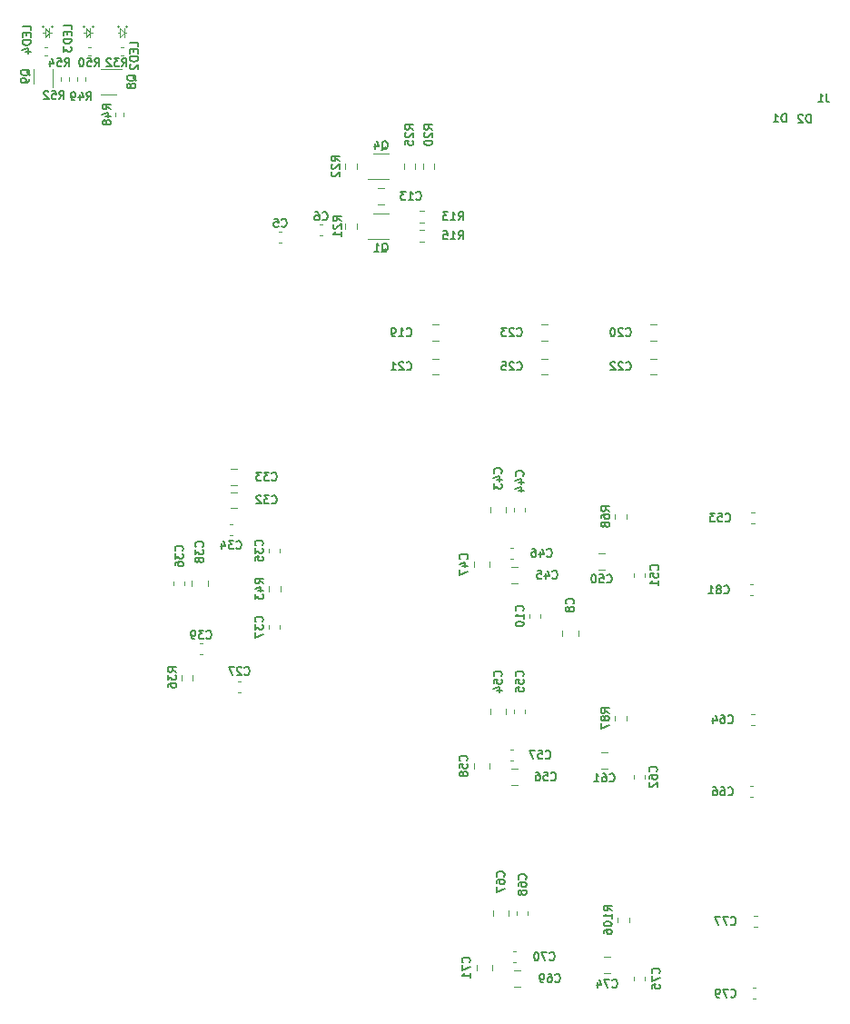
<source format=gbr>
%TF.GenerationSoftware,KiCad,Pcbnew,7.0.5*%
%TF.CreationDate,2023-06-30T17:38:18-04:00*%
%TF.ProjectId,magnetotorqer-drive-board,6d61676e-6574-46f7-946f-727165722d64,A*%
%TF.SameCoordinates,Original*%
%TF.FileFunction,Legend,Bot*%
%TF.FilePolarity,Positive*%
%FSLAX46Y46*%
G04 Gerber Fmt 4.6, Leading zero omitted, Abs format (unit mm)*
G04 Created by KiCad (PCBNEW 7.0.5) date 2023-06-30 17:38:18*
%MOMM*%
%LPD*%
G01*
G04 APERTURE LIST*
%ADD10C,0.127000*%
%ADD11C,0.120000*%
%ADD12C,0.060000*%
%ADD13C,0.100000*%
G04 APERTURE END LIST*
D10*
%TO.C,C27*%
X90151856Y-112127340D02*
X90188142Y-112163626D01*
X90188142Y-112163626D02*
X90296999Y-112199911D01*
X90296999Y-112199911D02*
X90369571Y-112199911D01*
X90369571Y-112199911D02*
X90478428Y-112163626D01*
X90478428Y-112163626D02*
X90550999Y-112091054D01*
X90550999Y-112091054D02*
X90587285Y-112018483D01*
X90587285Y-112018483D02*
X90623571Y-111873340D01*
X90623571Y-111873340D02*
X90623571Y-111764483D01*
X90623571Y-111764483D02*
X90587285Y-111619340D01*
X90587285Y-111619340D02*
X90550999Y-111546768D01*
X90550999Y-111546768D02*
X90478428Y-111474197D01*
X90478428Y-111474197D02*
X90369571Y-111437911D01*
X90369571Y-111437911D02*
X90296999Y-111437911D01*
X90296999Y-111437911D02*
X90188142Y-111474197D01*
X90188142Y-111474197D02*
X90151856Y-111510483D01*
X89861571Y-111510483D02*
X89825285Y-111474197D01*
X89825285Y-111474197D02*
X89752714Y-111437911D01*
X89752714Y-111437911D02*
X89571285Y-111437911D01*
X89571285Y-111437911D02*
X89498714Y-111474197D01*
X89498714Y-111474197D02*
X89462428Y-111510483D01*
X89462428Y-111510483D02*
X89426142Y-111583054D01*
X89426142Y-111583054D02*
X89426142Y-111655626D01*
X89426142Y-111655626D02*
X89462428Y-111764483D01*
X89462428Y-111764483D02*
X89897856Y-112199911D01*
X89897856Y-112199911D02*
X89426142Y-112199911D01*
X89172142Y-111437911D02*
X88664142Y-111437911D01*
X88664142Y-111437911D02*
X88990714Y-112199911D01*
%TO.C,C67*%
X114319340Y-130955143D02*
X114355626Y-130918857D01*
X114355626Y-130918857D02*
X114391911Y-130810000D01*
X114391911Y-130810000D02*
X114391911Y-130737428D01*
X114391911Y-130737428D02*
X114355626Y-130628571D01*
X114355626Y-130628571D02*
X114283054Y-130556000D01*
X114283054Y-130556000D02*
X114210483Y-130519714D01*
X114210483Y-130519714D02*
X114065340Y-130483428D01*
X114065340Y-130483428D02*
X113956483Y-130483428D01*
X113956483Y-130483428D02*
X113811340Y-130519714D01*
X113811340Y-130519714D02*
X113738768Y-130556000D01*
X113738768Y-130556000D02*
X113666197Y-130628571D01*
X113666197Y-130628571D02*
X113629911Y-130737428D01*
X113629911Y-130737428D02*
X113629911Y-130810000D01*
X113629911Y-130810000D02*
X113666197Y-130918857D01*
X113666197Y-130918857D02*
X113702483Y-130955143D01*
X113629911Y-131608286D02*
X113629911Y-131463143D01*
X113629911Y-131463143D02*
X113666197Y-131390571D01*
X113666197Y-131390571D02*
X113702483Y-131354286D01*
X113702483Y-131354286D02*
X113811340Y-131281714D01*
X113811340Y-131281714D02*
X113956483Y-131245428D01*
X113956483Y-131245428D02*
X114246768Y-131245428D01*
X114246768Y-131245428D02*
X114319340Y-131281714D01*
X114319340Y-131281714D02*
X114355626Y-131318000D01*
X114355626Y-131318000D02*
X114391911Y-131390571D01*
X114391911Y-131390571D02*
X114391911Y-131535714D01*
X114391911Y-131535714D02*
X114355626Y-131608286D01*
X114355626Y-131608286D02*
X114319340Y-131644571D01*
X114319340Y-131644571D02*
X114246768Y-131680857D01*
X114246768Y-131680857D02*
X114065340Y-131680857D01*
X114065340Y-131680857D02*
X113992768Y-131644571D01*
X113992768Y-131644571D02*
X113956483Y-131608286D01*
X113956483Y-131608286D02*
X113920197Y-131535714D01*
X113920197Y-131535714D02*
X113920197Y-131390571D01*
X113920197Y-131390571D02*
X113956483Y-131318000D01*
X113956483Y-131318000D02*
X113992768Y-131281714D01*
X113992768Y-131281714D02*
X114065340Y-131245428D01*
X113629911Y-131934857D02*
X113629911Y-132442857D01*
X113629911Y-132442857D02*
X114391911Y-132116285D01*
%TO.C,R20*%
X107660911Y-61359143D02*
X107298054Y-61105143D01*
X107660911Y-60923714D02*
X106898911Y-60923714D01*
X106898911Y-60923714D02*
X106898911Y-61214000D01*
X106898911Y-61214000D02*
X106935197Y-61286571D01*
X106935197Y-61286571D02*
X106971483Y-61322857D01*
X106971483Y-61322857D02*
X107044054Y-61359143D01*
X107044054Y-61359143D02*
X107152911Y-61359143D01*
X107152911Y-61359143D02*
X107225483Y-61322857D01*
X107225483Y-61322857D02*
X107261768Y-61286571D01*
X107261768Y-61286571D02*
X107298054Y-61214000D01*
X107298054Y-61214000D02*
X107298054Y-60923714D01*
X106971483Y-61649428D02*
X106935197Y-61685714D01*
X106935197Y-61685714D02*
X106898911Y-61758286D01*
X106898911Y-61758286D02*
X106898911Y-61939714D01*
X106898911Y-61939714D02*
X106935197Y-62012286D01*
X106935197Y-62012286D02*
X106971483Y-62048571D01*
X106971483Y-62048571D02*
X107044054Y-62084857D01*
X107044054Y-62084857D02*
X107116626Y-62084857D01*
X107116626Y-62084857D02*
X107225483Y-62048571D01*
X107225483Y-62048571D02*
X107660911Y-61613143D01*
X107660911Y-61613143D02*
X107660911Y-62084857D01*
X106898911Y-62556571D02*
X106898911Y-62629142D01*
X106898911Y-62629142D02*
X106935197Y-62701714D01*
X106935197Y-62701714D02*
X106971483Y-62738000D01*
X106971483Y-62738000D02*
X107044054Y-62774285D01*
X107044054Y-62774285D02*
X107189197Y-62810571D01*
X107189197Y-62810571D02*
X107370626Y-62810571D01*
X107370626Y-62810571D02*
X107515768Y-62774285D01*
X107515768Y-62774285D02*
X107588340Y-62738000D01*
X107588340Y-62738000D02*
X107624626Y-62701714D01*
X107624626Y-62701714D02*
X107660911Y-62629142D01*
X107660911Y-62629142D02*
X107660911Y-62556571D01*
X107660911Y-62556571D02*
X107624626Y-62484000D01*
X107624626Y-62484000D02*
X107588340Y-62447714D01*
X107588340Y-62447714D02*
X107515768Y-62411428D01*
X107515768Y-62411428D02*
X107370626Y-62375142D01*
X107370626Y-62375142D02*
X107189197Y-62375142D01*
X107189197Y-62375142D02*
X107044054Y-62411428D01*
X107044054Y-62411428D02*
X106971483Y-62447714D01*
X106971483Y-62447714D02*
X106935197Y-62484000D01*
X106935197Y-62484000D02*
X106898911Y-62556571D01*
%TO.C,R22*%
X98991911Y-64280143D02*
X98629054Y-64026143D01*
X98991911Y-63844714D02*
X98229911Y-63844714D01*
X98229911Y-63844714D02*
X98229911Y-64135000D01*
X98229911Y-64135000D02*
X98266197Y-64207571D01*
X98266197Y-64207571D02*
X98302483Y-64243857D01*
X98302483Y-64243857D02*
X98375054Y-64280143D01*
X98375054Y-64280143D02*
X98483911Y-64280143D01*
X98483911Y-64280143D02*
X98556483Y-64243857D01*
X98556483Y-64243857D02*
X98592768Y-64207571D01*
X98592768Y-64207571D02*
X98629054Y-64135000D01*
X98629054Y-64135000D02*
X98629054Y-63844714D01*
X98302483Y-64570428D02*
X98266197Y-64606714D01*
X98266197Y-64606714D02*
X98229911Y-64679286D01*
X98229911Y-64679286D02*
X98229911Y-64860714D01*
X98229911Y-64860714D02*
X98266197Y-64933286D01*
X98266197Y-64933286D02*
X98302483Y-64969571D01*
X98302483Y-64969571D02*
X98375054Y-65005857D01*
X98375054Y-65005857D02*
X98447626Y-65005857D01*
X98447626Y-65005857D02*
X98556483Y-64969571D01*
X98556483Y-64969571D02*
X98991911Y-64534143D01*
X98991911Y-64534143D02*
X98991911Y-65005857D01*
X98302483Y-65296142D02*
X98266197Y-65332428D01*
X98266197Y-65332428D02*
X98229911Y-65405000D01*
X98229911Y-65405000D02*
X98229911Y-65586428D01*
X98229911Y-65586428D02*
X98266197Y-65659000D01*
X98266197Y-65659000D02*
X98302483Y-65695285D01*
X98302483Y-65695285D02*
X98375054Y-65731571D01*
X98375054Y-65731571D02*
X98447626Y-65731571D01*
X98447626Y-65731571D02*
X98556483Y-65695285D01*
X98556483Y-65695285D02*
X98991911Y-65259857D01*
X98991911Y-65259857D02*
X98991911Y-65731571D01*
%TO.C,R43*%
X91912911Y-103650143D02*
X91550054Y-103396143D01*
X91912911Y-103214714D02*
X91150911Y-103214714D01*
X91150911Y-103214714D02*
X91150911Y-103505000D01*
X91150911Y-103505000D02*
X91187197Y-103577571D01*
X91187197Y-103577571D02*
X91223483Y-103613857D01*
X91223483Y-103613857D02*
X91296054Y-103650143D01*
X91296054Y-103650143D02*
X91404911Y-103650143D01*
X91404911Y-103650143D02*
X91477483Y-103613857D01*
X91477483Y-103613857D02*
X91513768Y-103577571D01*
X91513768Y-103577571D02*
X91550054Y-103505000D01*
X91550054Y-103505000D02*
X91550054Y-103214714D01*
X91404911Y-104303286D02*
X91912911Y-104303286D01*
X91114626Y-104121857D02*
X91658911Y-103940428D01*
X91658911Y-103940428D02*
X91658911Y-104412143D01*
X91150911Y-104629857D02*
X91150911Y-105101571D01*
X91150911Y-105101571D02*
X91441197Y-104847571D01*
X91441197Y-104847571D02*
X91441197Y-104956428D01*
X91441197Y-104956428D02*
X91477483Y-105029000D01*
X91477483Y-105029000D02*
X91513768Y-105065285D01*
X91513768Y-105065285D02*
X91586340Y-105101571D01*
X91586340Y-105101571D02*
X91767768Y-105101571D01*
X91767768Y-105101571D02*
X91840340Y-105065285D01*
X91840340Y-105065285D02*
X91876626Y-105029000D01*
X91876626Y-105029000D02*
X91912911Y-104956428D01*
X91912911Y-104956428D02*
X91912911Y-104738714D01*
X91912911Y-104738714D02*
X91876626Y-104666142D01*
X91876626Y-104666142D02*
X91840340Y-104629857D01*
%TO.C,C5*%
X93598999Y-70362340D02*
X93635285Y-70398626D01*
X93635285Y-70398626D02*
X93744142Y-70434911D01*
X93744142Y-70434911D02*
X93816714Y-70434911D01*
X93816714Y-70434911D02*
X93925571Y-70398626D01*
X93925571Y-70398626D02*
X93998142Y-70326054D01*
X93998142Y-70326054D02*
X94034428Y-70253483D01*
X94034428Y-70253483D02*
X94070714Y-70108340D01*
X94070714Y-70108340D02*
X94070714Y-69999483D01*
X94070714Y-69999483D02*
X94034428Y-69854340D01*
X94034428Y-69854340D02*
X93998142Y-69781768D01*
X93998142Y-69781768D02*
X93925571Y-69709197D01*
X93925571Y-69709197D02*
X93816714Y-69672911D01*
X93816714Y-69672911D02*
X93744142Y-69672911D01*
X93744142Y-69672911D02*
X93635285Y-69709197D01*
X93635285Y-69709197D02*
X93598999Y-69745483D01*
X92909571Y-69672911D02*
X93272428Y-69672911D01*
X93272428Y-69672911D02*
X93308714Y-70035768D01*
X93308714Y-70035768D02*
X93272428Y-69999483D01*
X93272428Y-69999483D02*
X93199857Y-69963197D01*
X93199857Y-69963197D02*
X93018428Y-69963197D01*
X93018428Y-69963197D02*
X92945857Y-69999483D01*
X92945857Y-69999483D02*
X92909571Y-70035768D01*
X92909571Y-70035768D02*
X92873285Y-70108340D01*
X92873285Y-70108340D02*
X92873285Y-70289768D01*
X92873285Y-70289768D02*
X92909571Y-70362340D01*
X92909571Y-70362340D02*
X92945857Y-70398626D01*
X92945857Y-70398626D02*
X93018428Y-70434911D01*
X93018428Y-70434911D02*
X93199857Y-70434911D01*
X93199857Y-70434911D02*
X93272428Y-70398626D01*
X93272428Y-70398626D02*
X93308714Y-70362340D01*
%TO.C,Q9*%
X70141483Y-56315428D02*
X70105197Y-56242857D01*
X70105197Y-56242857D02*
X70032626Y-56170285D01*
X70032626Y-56170285D02*
X69923768Y-56061428D01*
X69923768Y-56061428D02*
X69887483Y-55988857D01*
X69887483Y-55988857D02*
X69887483Y-55916285D01*
X70068911Y-55952571D02*
X70032626Y-55880000D01*
X70032626Y-55880000D02*
X69960054Y-55807428D01*
X69960054Y-55807428D02*
X69814911Y-55771142D01*
X69814911Y-55771142D02*
X69560911Y-55771142D01*
X69560911Y-55771142D02*
X69415768Y-55807428D01*
X69415768Y-55807428D02*
X69343197Y-55880000D01*
X69343197Y-55880000D02*
X69306911Y-55952571D01*
X69306911Y-55952571D02*
X69306911Y-56097714D01*
X69306911Y-56097714D02*
X69343197Y-56170285D01*
X69343197Y-56170285D02*
X69415768Y-56242857D01*
X69415768Y-56242857D02*
X69560911Y-56279142D01*
X69560911Y-56279142D02*
X69814911Y-56279142D01*
X69814911Y-56279142D02*
X69960054Y-56242857D01*
X69960054Y-56242857D02*
X70032626Y-56170285D01*
X70032626Y-56170285D02*
X70068911Y-56097714D01*
X70068911Y-56097714D02*
X70068911Y-55952571D01*
X70068911Y-56642000D02*
X70068911Y-56787143D01*
X70068911Y-56787143D02*
X70032626Y-56859714D01*
X70032626Y-56859714D02*
X69996340Y-56896000D01*
X69996340Y-56896000D02*
X69887483Y-56968571D01*
X69887483Y-56968571D02*
X69742340Y-57004857D01*
X69742340Y-57004857D02*
X69452054Y-57004857D01*
X69452054Y-57004857D02*
X69379483Y-56968571D01*
X69379483Y-56968571D02*
X69343197Y-56932286D01*
X69343197Y-56932286D02*
X69306911Y-56859714D01*
X69306911Y-56859714D02*
X69306911Y-56714571D01*
X69306911Y-56714571D02*
X69343197Y-56642000D01*
X69343197Y-56642000D02*
X69379483Y-56605714D01*
X69379483Y-56605714D02*
X69452054Y-56569428D01*
X69452054Y-56569428D02*
X69633483Y-56569428D01*
X69633483Y-56569428D02*
X69706054Y-56605714D01*
X69706054Y-56605714D02*
X69742340Y-56642000D01*
X69742340Y-56642000D02*
X69778626Y-56714571D01*
X69778626Y-56714571D02*
X69778626Y-56859714D01*
X69778626Y-56859714D02*
X69742340Y-56932286D01*
X69742340Y-56932286D02*
X69706054Y-56968571D01*
X69706054Y-56968571D02*
X69633483Y-57004857D01*
%TO.C,C36*%
X84347340Y-100602143D02*
X84383626Y-100565857D01*
X84383626Y-100565857D02*
X84419911Y-100457000D01*
X84419911Y-100457000D02*
X84419911Y-100384428D01*
X84419911Y-100384428D02*
X84383626Y-100275571D01*
X84383626Y-100275571D02*
X84311054Y-100203000D01*
X84311054Y-100203000D02*
X84238483Y-100166714D01*
X84238483Y-100166714D02*
X84093340Y-100130428D01*
X84093340Y-100130428D02*
X83984483Y-100130428D01*
X83984483Y-100130428D02*
X83839340Y-100166714D01*
X83839340Y-100166714D02*
X83766768Y-100203000D01*
X83766768Y-100203000D02*
X83694197Y-100275571D01*
X83694197Y-100275571D02*
X83657911Y-100384428D01*
X83657911Y-100384428D02*
X83657911Y-100457000D01*
X83657911Y-100457000D02*
X83694197Y-100565857D01*
X83694197Y-100565857D02*
X83730483Y-100602143D01*
X83657911Y-100856143D02*
X83657911Y-101327857D01*
X83657911Y-101327857D02*
X83948197Y-101073857D01*
X83948197Y-101073857D02*
X83948197Y-101182714D01*
X83948197Y-101182714D02*
X83984483Y-101255286D01*
X83984483Y-101255286D02*
X84020768Y-101291571D01*
X84020768Y-101291571D02*
X84093340Y-101327857D01*
X84093340Y-101327857D02*
X84274768Y-101327857D01*
X84274768Y-101327857D02*
X84347340Y-101291571D01*
X84347340Y-101291571D02*
X84383626Y-101255286D01*
X84383626Y-101255286D02*
X84419911Y-101182714D01*
X84419911Y-101182714D02*
X84419911Y-100965000D01*
X84419911Y-100965000D02*
X84383626Y-100892428D01*
X84383626Y-100892428D02*
X84347340Y-100856143D01*
X83657911Y-101981000D02*
X83657911Y-101835857D01*
X83657911Y-101835857D02*
X83694197Y-101763285D01*
X83694197Y-101763285D02*
X83730483Y-101727000D01*
X83730483Y-101727000D02*
X83839340Y-101654428D01*
X83839340Y-101654428D02*
X83984483Y-101618142D01*
X83984483Y-101618142D02*
X84274768Y-101618142D01*
X84274768Y-101618142D02*
X84347340Y-101654428D01*
X84347340Y-101654428D02*
X84383626Y-101690714D01*
X84383626Y-101690714D02*
X84419911Y-101763285D01*
X84419911Y-101763285D02*
X84419911Y-101908428D01*
X84419911Y-101908428D02*
X84383626Y-101981000D01*
X84383626Y-101981000D02*
X84347340Y-102017285D01*
X84347340Y-102017285D02*
X84274768Y-102053571D01*
X84274768Y-102053571D02*
X84093340Y-102053571D01*
X84093340Y-102053571D02*
X84020768Y-102017285D01*
X84020768Y-102017285D02*
X83984483Y-101981000D01*
X83984483Y-101981000D02*
X83948197Y-101908428D01*
X83948197Y-101908428D02*
X83948197Y-101763285D01*
X83948197Y-101763285D02*
X83984483Y-101690714D01*
X83984483Y-101690714D02*
X84020768Y-101654428D01*
X84020768Y-101654428D02*
X84093340Y-101618142D01*
%TO.C,C81*%
X134855856Y-104540340D02*
X134892142Y-104576626D01*
X134892142Y-104576626D02*
X135000999Y-104612911D01*
X135000999Y-104612911D02*
X135073571Y-104612911D01*
X135073571Y-104612911D02*
X135182428Y-104576626D01*
X135182428Y-104576626D02*
X135254999Y-104504054D01*
X135254999Y-104504054D02*
X135291285Y-104431483D01*
X135291285Y-104431483D02*
X135327571Y-104286340D01*
X135327571Y-104286340D02*
X135327571Y-104177483D01*
X135327571Y-104177483D02*
X135291285Y-104032340D01*
X135291285Y-104032340D02*
X135254999Y-103959768D01*
X135254999Y-103959768D02*
X135182428Y-103887197D01*
X135182428Y-103887197D02*
X135073571Y-103850911D01*
X135073571Y-103850911D02*
X135000999Y-103850911D01*
X135000999Y-103850911D02*
X134892142Y-103887197D01*
X134892142Y-103887197D02*
X134855856Y-103923483D01*
X134420428Y-104177483D02*
X134492999Y-104141197D01*
X134492999Y-104141197D02*
X134529285Y-104104911D01*
X134529285Y-104104911D02*
X134565571Y-104032340D01*
X134565571Y-104032340D02*
X134565571Y-103996054D01*
X134565571Y-103996054D02*
X134529285Y-103923483D01*
X134529285Y-103923483D02*
X134492999Y-103887197D01*
X134492999Y-103887197D02*
X134420428Y-103850911D01*
X134420428Y-103850911D02*
X134275285Y-103850911D01*
X134275285Y-103850911D02*
X134202714Y-103887197D01*
X134202714Y-103887197D02*
X134166428Y-103923483D01*
X134166428Y-103923483D02*
X134130142Y-103996054D01*
X134130142Y-103996054D02*
X134130142Y-104032340D01*
X134130142Y-104032340D02*
X134166428Y-104104911D01*
X134166428Y-104104911D02*
X134202714Y-104141197D01*
X134202714Y-104141197D02*
X134275285Y-104177483D01*
X134275285Y-104177483D02*
X134420428Y-104177483D01*
X134420428Y-104177483D02*
X134492999Y-104213768D01*
X134492999Y-104213768D02*
X134529285Y-104250054D01*
X134529285Y-104250054D02*
X134565571Y-104322626D01*
X134565571Y-104322626D02*
X134565571Y-104467768D01*
X134565571Y-104467768D02*
X134529285Y-104540340D01*
X134529285Y-104540340D02*
X134492999Y-104576626D01*
X134492999Y-104576626D02*
X134420428Y-104612911D01*
X134420428Y-104612911D02*
X134275285Y-104612911D01*
X134275285Y-104612911D02*
X134202714Y-104576626D01*
X134202714Y-104576626D02*
X134166428Y-104540340D01*
X134166428Y-104540340D02*
X134130142Y-104467768D01*
X134130142Y-104467768D02*
X134130142Y-104322626D01*
X134130142Y-104322626D02*
X134166428Y-104250054D01*
X134166428Y-104250054D02*
X134202714Y-104213768D01*
X134202714Y-104213768D02*
X134275285Y-104177483D01*
X133404428Y-104612911D02*
X133839857Y-104612911D01*
X133622142Y-104612911D02*
X133622142Y-103850911D01*
X133622142Y-103850911D02*
X133694714Y-103959768D01*
X133694714Y-103959768D02*
X133767285Y-104032340D01*
X133767285Y-104032340D02*
X133839857Y-104068626D01*
%TO.C,C33*%
X92691856Y-93999340D02*
X92728142Y-94035626D01*
X92728142Y-94035626D02*
X92836999Y-94071911D01*
X92836999Y-94071911D02*
X92909571Y-94071911D01*
X92909571Y-94071911D02*
X93018428Y-94035626D01*
X93018428Y-94035626D02*
X93090999Y-93963054D01*
X93090999Y-93963054D02*
X93127285Y-93890483D01*
X93127285Y-93890483D02*
X93163571Y-93745340D01*
X93163571Y-93745340D02*
X93163571Y-93636483D01*
X93163571Y-93636483D02*
X93127285Y-93491340D01*
X93127285Y-93491340D02*
X93090999Y-93418768D01*
X93090999Y-93418768D02*
X93018428Y-93346197D01*
X93018428Y-93346197D02*
X92909571Y-93309911D01*
X92909571Y-93309911D02*
X92836999Y-93309911D01*
X92836999Y-93309911D02*
X92728142Y-93346197D01*
X92728142Y-93346197D02*
X92691856Y-93382483D01*
X92437856Y-93309911D02*
X91966142Y-93309911D01*
X91966142Y-93309911D02*
X92220142Y-93600197D01*
X92220142Y-93600197D02*
X92111285Y-93600197D01*
X92111285Y-93600197D02*
X92038714Y-93636483D01*
X92038714Y-93636483D02*
X92002428Y-93672768D01*
X92002428Y-93672768D02*
X91966142Y-93745340D01*
X91966142Y-93745340D02*
X91966142Y-93926768D01*
X91966142Y-93926768D02*
X92002428Y-93999340D01*
X92002428Y-93999340D02*
X92038714Y-94035626D01*
X92038714Y-94035626D02*
X92111285Y-94071911D01*
X92111285Y-94071911D02*
X92328999Y-94071911D01*
X92328999Y-94071911D02*
X92401571Y-94035626D01*
X92401571Y-94035626D02*
X92437856Y-93999340D01*
X91712142Y-93309911D02*
X91240428Y-93309911D01*
X91240428Y-93309911D02*
X91494428Y-93600197D01*
X91494428Y-93600197D02*
X91385571Y-93600197D01*
X91385571Y-93600197D02*
X91313000Y-93636483D01*
X91313000Y-93636483D02*
X91276714Y-93672768D01*
X91276714Y-93672768D02*
X91240428Y-93745340D01*
X91240428Y-93745340D02*
X91240428Y-93926768D01*
X91240428Y-93926768D02*
X91276714Y-93999340D01*
X91276714Y-93999340D02*
X91313000Y-94035626D01*
X91313000Y-94035626D02*
X91385571Y-94071911D01*
X91385571Y-94071911D02*
X91603285Y-94071911D01*
X91603285Y-94071911D02*
X91675857Y-94035626D01*
X91675857Y-94035626D02*
X91712142Y-93999340D01*
%TO.C,C66*%
X135236856Y-123336340D02*
X135273142Y-123372626D01*
X135273142Y-123372626D02*
X135381999Y-123408911D01*
X135381999Y-123408911D02*
X135454571Y-123408911D01*
X135454571Y-123408911D02*
X135563428Y-123372626D01*
X135563428Y-123372626D02*
X135635999Y-123300054D01*
X135635999Y-123300054D02*
X135672285Y-123227483D01*
X135672285Y-123227483D02*
X135708571Y-123082340D01*
X135708571Y-123082340D02*
X135708571Y-122973483D01*
X135708571Y-122973483D02*
X135672285Y-122828340D01*
X135672285Y-122828340D02*
X135635999Y-122755768D01*
X135635999Y-122755768D02*
X135563428Y-122683197D01*
X135563428Y-122683197D02*
X135454571Y-122646911D01*
X135454571Y-122646911D02*
X135381999Y-122646911D01*
X135381999Y-122646911D02*
X135273142Y-122683197D01*
X135273142Y-122683197D02*
X135236856Y-122719483D01*
X134583714Y-122646911D02*
X134728856Y-122646911D01*
X134728856Y-122646911D02*
X134801428Y-122683197D01*
X134801428Y-122683197D02*
X134837714Y-122719483D01*
X134837714Y-122719483D02*
X134910285Y-122828340D01*
X134910285Y-122828340D02*
X134946571Y-122973483D01*
X134946571Y-122973483D02*
X134946571Y-123263768D01*
X134946571Y-123263768D02*
X134910285Y-123336340D01*
X134910285Y-123336340D02*
X134873999Y-123372626D01*
X134873999Y-123372626D02*
X134801428Y-123408911D01*
X134801428Y-123408911D02*
X134656285Y-123408911D01*
X134656285Y-123408911D02*
X134583714Y-123372626D01*
X134583714Y-123372626D02*
X134547428Y-123336340D01*
X134547428Y-123336340D02*
X134511142Y-123263768D01*
X134511142Y-123263768D02*
X134511142Y-123082340D01*
X134511142Y-123082340D02*
X134547428Y-123009768D01*
X134547428Y-123009768D02*
X134583714Y-122973483D01*
X134583714Y-122973483D02*
X134656285Y-122937197D01*
X134656285Y-122937197D02*
X134801428Y-122937197D01*
X134801428Y-122937197D02*
X134873999Y-122973483D01*
X134873999Y-122973483D02*
X134910285Y-123009768D01*
X134910285Y-123009768D02*
X134946571Y-123082340D01*
X133858000Y-122646911D02*
X134003142Y-122646911D01*
X134003142Y-122646911D02*
X134075714Y-122683197D01*
X134075714Y-122683197D02*
X134112000Y-122719483D01*
X134112000Y-122719483D02*
X134184571Y-122828340D01*
X134184571Y-122828340D02*
X134220857Y-122973483D01*
X134220857Y-122973483D02*
X134220857Y-123263768D01*
X134220857Y-123263768D02*
X134184571Y-123336340D01*
X134184571Y-123336340D02*
X134148285Y-123372626D01*
X134148285Y-123372626D02*
X134075714Y-123408911D01*
X134075714Y-123408911D02*
X133930571Y-123408911D01*
X133930571Y-123408911D02*
X133858000Y-123372626D01*
X133858000Y-123372626D02*
X133821714Y-123336340D01*
X133821714Y-123336340D02*
X133785428Y-123263768D01*
X133785428Y-123263768D02*
X133785428Y-123082340D01*
X133785428Y-123082340D02*
X133821714Y-123009768D01*
X133821714Y-123009768D02*
X133858000Y-122973483D01*
X133858000Y-122973483D02*
X133930571Y-122937197D01*
X133930571Y-122937197D02*
X134075714Y-122937197D01*
X134075714Y-122937197D02*
X134148285Y-122973483D01*
X134148285Y-122973483D02*
X134184571Y-123009768D01*
X134184571Y-123009768D02*
X134220857Y-123082340D01*
%TO.C,R25*%
X105882911Y-61359143D02*
X105520054Y-61105143D01*
X105882911Y-60923714D02*
X105120911Y-60923714D01*
X105120911Y-60923714D02*
X105120911Y-61214000D01*
X105120911Y-61214000D02*
X105157197Y-61286571D01*
X105157197Y-61286571D02*
X105193483Y-61322857D01*
X105193483Y-61322857D02*
X105266054Y-61359143D01*
X105266054Y-61359143D02*
X105374911Y-61359143D01*
X105374911Y-61359143D02*
X105447483Y-61322857D01*
X105447483Y-61322857D02*
X105483768Y-61286571D01*
X105483768Y-61286571D02*
X105520054Y-61214000D01*
X105520054Y-61214000D02*
X105520054Y-60923714D01*
X105193483Y-61649428D02*
X105157197Y-61685714D01*
X105157197Y-61685714D02*
X105120911Y-61758286D01*
X105120911Y-61758286D02*
X105120911Y-61939714D01*
X105120911Y-61939714D02*
X105157197Y-62012286D01*
X105157197Y-62012286D02*
X105193483Y-62048571D01*
X105193483Y-62048571D02*
X105266054Y-62084857D01*
X105266054Y-62084857D02*
X105338626Y-62084857D01*
X105338626Y-62084857D02*
X105447483Y-62048571D01*
X105447483Y-62048571D02*
X105882911Y-61613143D01*
X105882911Y-61613143D02*
X105882911Y-62084857D01*
X105120911Y-62774285D02*
X105120911Y-62411428D01*
X105120911Y-62411428D02*
X105483768Y-62375142D01*
X105483768Y-62375142D02*
X105447483Y-62411428D01*
X105447483Y-62411428D02*
X105411197Y-62484000D01*
X105411197Y-62484000D02*
X105411197Y-62665428D01*
X105411197Y-62665428D02*
X105447483Y-62738000D01*
X105447483Y-62738000D02*
X105483768Y-62774285D01*
X105483768Y-62774285D02*
X105556340Y-62810571D01*
X105556340Y-62810571D02*
X105737768Y-62810571D01*
X105737768Y-62810571D02*
X105810340Y-62774285D01*
X105810340Y-62774285D02*
X105846626Y-62738000D01*
X105846626Y-62738000D02*
X105882911Y-62665428D01*
X105882911Y-62665428D02*
X105882911Y-62484000D01*
X105882911Y-62484000D02*
X105846626Y-62411428D01*
X105846626Y-62411428D02*
X105810340Y-62375142D01*
%TO.C,R54*%
X73387856Y-55463911D02*
X73641856Y-55101054D01*
X73823285Y-55463911D02*
X73823285Y-54701911D01*
X73823285Y-54701911D02*
X73532999Y-54701911D01*
X73532999Y-54701911D02*
X73460428Y-54738197D01*
X73460428Y-54738197D02*
X73424142Y-54774483D01*
X73424142Y-54774483D02*
X73387856Y-54847054D01*
X73387856Y-54847054D02*
X73387856Y-54955911D01*
X73387856Y-54955911D02*
X73424142Y-55028483D01*
X73424142Y-55028483D02*
X73460428Y-55064768D01*
X73460428Y-55064768D02*
X73532999Y-55101054D01*
X73532999Y-55101054D02*
X73823285Y-55101054D01*
X72698428Y-54701911D02*
X73061285Y-54701911D01*
X73061285Y-54701911D02*
X73097571Y-55064768D01*
X73097571Y-55064768D02*
X73061285Y-55028483D01*
X73061285Y-55028483D02*
X72988714Y-54992197D01*
X72988714Y-54992197D02*
X72807285Y-54992197D01*
X72807285Y-54992197D02*
X72734714Y-55028483D01*
X72734714Y-55028483D02*
X72698428Y-55064768D01*
X72698428Y-55064768D02*
X72662142Y-55137340D01*
X72662142Y-55137340D02*
X72662142Y-55318768D01*
X72662142Y-55318768D02*
X72698428Y-55391340D01*
X72698428Y-55391340D02*
X72734714Y-55427626D01*
X72734714Y-55427626D02*
X72807285Y-55463911D01*
X72807285Y-55463911D02*
X72988714Y-55463911D01*
X72988714Y-55463911D02*
X73061285Y-55427626D01*
X73061285Y-55427626D02*
X73097571Y-55391340D01*
X72009000Y-54955911D02*
X72009000Y-55463911D01*
X72190428Y-54665626D02*
X72371857Y-55209911D01*
X72371857Y-55209911D02*
X71900142Y-55209911D01*
%TO.C,LED2*%
X80228911Y-53630285D02*
X80228911Y-53267428D01*
X80228911Y-53267428D02*
X79466911Y-53267428D01*
X79829768Y-53884285D02*
X79829768Y-54138285D01*
X80228911Y-54247142D02*
X80228911Y-53884285D01*
X80228911Y-53884285D02*
X79466911Y-53884285D01*
X79466911Y-53884285D02*
X79466911Y-54247142D01*
X80228911Y-54573714D02*
X79466911Y-54573714D01*
X79466911Y-54573714D02*
X79466911Y-54755143D01*
X79466911Y-54755143D02*
X79503197Y-54864000D01*
X79503197Y-54864000D02*
X79575768Y-54936571D01*
X79575768Y-54936571D02*
X79648340Y-54972857D01*
X79648340Y-54972857D02*
X79793483Y-55009143D01*
X79793483Y-55009143D02*
X79902340Y-55009143D01*
X79902340Y-55009143D02*
X80047483Y-54972857D01*
X80047483Y-54972857D02*
X80120054Y-54936571D01*
X80120054Y-54936571D02*
X80192626Y-54864000D01*
X80192626Y-54864000D02*
X80228911Y-54755143D01*
X80228911Y-54755143D02*
X80228911Y-54573714D01*
X79539483Y-55299428D02*
X79503197Y-55335714D01*
X79503197Y-55335714D02*
X79466911Y-55408286D01*
X79466911Y-55408286D02*
X79466911Y-55589714D01*
X79466911Y-55589714D02*
X79503197Y-55662286D01*
X79503197Y-55662286D02*
X79539483Y-55698571D01*
X79539483Y-55698571D02*
X79612054Y-55734857D01*
X79612054Y-55734857D02*
X79684626Y-55734857D01*
X79684626Y-55734857D02*
X79793483Y-55698571D01*
X79793483Y-55698571D02*
X80228911Y-55263143D01*
X80228911Y-55263143D02*
X80228911Y-55734857D01*
%TO.C,C74*%
X124441856Y-141243340D02*
X124478142Y-141279626D01*
X124478142Y-141279626D02*
X124586999Y-141315911D01*
X124586999Y-141315911D02*
X124659571Y-141315911D01*
X124659571Y-141315911D02*
X124768428Y-141279626D01*
X124768428Y-141279626D02*
X124840999Y-141207054D01*
X124840999Y-141207054D02*
X124877285Y-141134483D01*
X124877285Y-141134483D02*
X124913571Y-140989340D01*
X124913571Y-140989340D02*
X124913571Y-140880483D01*
X124913571Y-140880483D02*
X124877285Y-140735340D01*
X124877285Y-140735340D02*
X124840999Y-140662768D01*
X124840999Y-140662768D02*
X124768428Y-140590197D01*
X124768428Y-140590197D02*
X124659571Y-140553911D01*
X124659571Y-140553911D02*
X124586999Y-140553911D01*
X124586999Y-140553911D02*
X124478142Y-140590197D01*
X124478142Y-140590197D02*
X124441856Y-140626483D01*
X124187856Y-140553911D02*
X123679856Y-140553911D01*
X123679856Y-140553911D02*
X124006428Y-141315911D01*
X123063000Y-140807911D02*
X123063000Y-141315911D01*
X123244428Y-140517626D02*
X123425857Y-141061911D01*
X123425857Y-141061911D02*
X122954142Y-141061911D01*
%TO.C,C71*%
X111115340Y-138956143D02*
X111151626Y-138919857D01*
X111151626Y-138919857D02*
X111187911Y-138811000D01*
X111187911Y-138811000D02*
X111187911Y-138738428D01*
X111187911Y-138738428D02*
X111151626Y-138629571D01*
X111151626Y-138629571D02*
X111079054Y-138557000D01*
X111079054Y-138557000D02*
X111006483Y-138520714D01*
X111006483Y-138520714D02*
X110861340Y-138484428D01*
X110861340Y-138484428D02*
X110752483Y-138484428D01*
X110752483Y-138484428D02*
X110607340Y-138520714D01*
X110607340Y-138520714D02*
X110534768Y-138557000D01*
X110534768Y-138557000D02*
X110462197Y-138629571D01*
X110462197Y-138629571D02*
X110425911Y-138738428D01*
X110425911Y-138738428D02*
X110425911Y-138811000D01*
X110425911Y-138811000D02*
X110462197Y-138919857D01*
X110462197Y-138919857D02*
X110498483Y-138956143D01*
X110425911Y-139210143D02*
X110425911Y-139718143D01*
X110425911Y-139718143D02*
X111187911Y-139391571D01*
X111187911Y-140407571D02*
X111187911Y-139972142D01*
X111187911Y-140189857D02*
X110425911Y-140189857D01*
X110425911Y-140189857D02*
X110534768Y-140117285D01*
X110534768Y-140117285D02*
X110607340Y-140044714D01*
X110607340Y-140044714D02*
X110643626Y-139972142D01*
%TO.C,C43*%
X114065340Y-93363143D02*
X114101626Y-93326857D01*
X114101626Y-93326857D02*
X114137911Y-93218000D01*
X114137911Y-93218000D02*
X114137911Y-93145428D01*
X114137911Y-93145428D02*
X114101626Y-93036571D01*
X114101626Y-93036571D02*
X114029054Y-92964000D01*
X114029054Y-92964000D02*
X113956483Y-92927714D01*
X113956483Y-92927714D02*
X113811340Y-92891428D01*
X113811340Y-92891428D02*
X113702483Y-92891428D01*
X113702483Y-92891428D02*
X113557340Y-92927714D01*
X113557340Y-92927714D02*
X113484768Y-92964000D01*
X113484768Y-92964000D02*
X113412197Y-93036571D01*
X113412197Y-93036571D02*
X113375911Y-93145428D01*
X113375911Y-93145428D02*
X113375911Y-93218000D01*
X113375911Y-93218000D02*
X113412197Y-93326857D01*
X113412197Y-93326857D02*
X113448483Y-93363143D01*
X113629911Y-94016286D02*
X114137911Y-94016286D01*
X113339626Y-93834857D02*
X113883911Y-93653428D01*
X113883911Y-93653428D02*
X113883911Y-94125143D01*
X113375911Y-94342857D02*
X113375911Y-94814571D01*
X113375911Y-94814571D02*
X113666197Y-94560571D01*
X113666197Y-94560571D02*
X113666197Y-94669428D01*
X113666197Y-94669428D02*
X113702483Y-94742000D01*
X113702483Y-94742000D02*
X113738768Y-94778285D01*
X113738768Y-94778285D02*
X113811340Y-94814571D01*
X113811340Y-94814571D02*
X113992768Y-94814571D01*
X113992768Y-94814571D02*
X114065340Y-94778285D01*
X114065340Y-94778285D02*
X114101626Y-94742000D01*
X114101626Y-94742000D02*
X114137911Y-94669428D01*
X114137911Y-94669428D02*
X114137911Y-94451714D01*
X114137911Y-94451714D02*
X114101626Y-94379142D01*
X114101626Y-94379142D02*
X114065340Y-94342857D01*
%TO.C,C56*%
X118726856Y-121939340D02*
X118763142Y-121975626D01*
X118763142Y-121975626D02*
X118871999Y-122011911D01*
X118871999Y-122011911D02*
X118944571Y-122011911D01*
X118944571Y-122011911D02*
X119053428Y-121975626D01*
X119053428Y-121975626D02*
X119125999Y-121903054D01*
X119125999Y-121903054D02*
X119162285Y-121830483D01*
X119162285Y-121830483D02*
X119198571Y-121685340D01*
X119198571Y-121685340D02*
X119198571Y-121576483D01*
X119198571Y-121576483D02*
X119162285Y-121431340D01*
X119162285Y-121431340D02*
X119125999Y-121358768D01*
X119125999Y-121358768D02*
X119053428Y-121286197D01*
X119053428Y-121286197D02*
X118944571Y-121249911D01*
X118944571Y-121249911D02*
X118871999Y-121249911D01*
X118871999Y-121249911D02*
X118763142Y-121286197D01*
X118763142Y-121286197D02*
X118726856Y-121322483D01*
X118037428Y-121249911D02*
X118400285Y-121249911D01*
X118400285Y-121249911D02*
X118436571Y-121612768D01*
X118436571Y-121612768D02*
X118400285Y-121576483D01*
X118400285Y-121576483D02*
X118327714Y-121540197D01*
X118327714Y-121540197D02*
X118146285Y-121540197D01*
X118146285Y-121540197D02*
X118073714Y-121576483D01*
X118073714Y-121576483D02*
X118037428Y-121612768D01*
X118037428Y-121612768D02*
X118001142Y-121685340D01*
X118001142Y-121685340D02*
X118001142Y-121866768D01*
X118001142Y-121866768D02*
X118037428Y-121939340D01*
X118037428Y-121939340D02*
X118073714Y-121975626D01*
X118073714Y-121975626D02*
X118146285Y-122011911D01*
X118146285Y-122011911D02*
X118327714Y-122011911D01*
X118327714Y-122011911D02*
X118400285Y-121975626D01*
X118400285Y-121975626D02*
X118436571Y-121939340D01*
X117348000Y-121249911D02*
X117493142Y-121249911D01*
X117493142Y-121249911D02*
X117565714Y-121286197D01*
X117565714Y-121286197D02*
X117602000Y-121322483D01*
X117602000Y-121322483D02*
X117674571Y-121431340D01*
X117674571Y-121431340D02*
X117710857Y-121576483D01*
X117710857Y-121576483D02*
X117710857Y-121866768D01*
X117710857Y-121866768D02*
X117674571Y-121939340D01*
X117674571Y-121939340D02*
X117638285Y-121975626D01*
X117638285Y-121975626D02*
X117565714Y-122011911D01*
X117565714Y-122011911D02*
X117420571Y-122011911D01*
X117420571Y-122011911D02*
X117348000Y-121975626D01*
X117348000Y-121975626D02*
X117311714Y-121939340D01*
X117311714Y-121939340D02*
X117275428Y-121866768D01*
X117275428Y-121866768D02*
X117275428Y-121685340D01*
X117275428Y-121685340D02*
X117311714Y-121612768D01*
X117311714Y-121612768D02*
X117348000Y-121576483D01*
X117348000Y-121576483D02*
X117420571Y-121540197D01*
X117420571Y-121540197D02*
X117565714Y-121540197D01*
X117565714Y-121540197D02*
X117638285Y-121576483D01*
X117638285Y-121576483D02*
X117674571Y-121612768D01*
X117674571Y-121612768D02*
X117710857Y-121685340D01*
%TO.C,C22*%
X125711856Y-83712340D02*
X125748142Y-83748626D01*
X125748142Y-83748626D02*
X125856999Y-83784911D01*
X125856999Y-83784911D02*
X125929571Y-83784911D01*
X125929571Y-83784911D02*
X126038428Y-83748626D01*
X126038428Y-83748626D02*
X126110999Y-83676054D01*
X126110999Y-83676054D02*
X126147285Y-83603483D01*
X126147285Y-83603483D02*
X126183571Y-83458340D01*
X126183571Y-83458340D02*
X126183571Y-83349483D01*
X126183571Y-83349483D02*
X126147285Y-83204340D01*
X126147285Y-83204340D02*
X126110999Y-83131768D01*
X126110999Y-83131768D02*
X126038428Y-83059197D01*
X126038428Y-83059197D02*
X125929571Y-83022911D01*
X125929571Y-83022911D02*
X125856999Y-83022911D01*
X125856999Y-83022911D02*
X125748142Y-83059197D01*
X125748142Y-83059197D02*
X125711856Y-83095483D01*
X125421571Y-83095483D02*
X125385285Y-83059197D01*
X125385285Y-83059197D02*
X125312714Y-83022911D01*
X125312714Y-83022911D02*
X125131285Y-83022911D01*
X125131285Y-83022911D02*
X125058714Y-83059197D01*
X125058714Y-83059197D02*
X125022428Y-83095483D01*
X125022428Y-83095483D02*
X124986142Y-83168054D01*
X124986142Y-83168054D02*
X124986142Y-83240626D01*
X124986142Y-83240626D02*
X125022428Y-83349483D01*
X125022428Y-83349483D02*
X125457856Y-83784911D01*
X125457856Y-83784911D02*
X124986142Y-83784911D01*
X124695857Y-83095483D02*
X124659571Y-83059197D01*
X124659571Y-83059197D02*
X124587000Y-83022911D01*
X124587000Y-83022911D02*
X124405571Y-83022911D01*
X124405571Y-83022911D02*
X124333000Y-83059197D01*
X124333000Y-83059197D02*
X124296714Y-83095483D01*
X124296714Y-83095483D02*
X124260428Y-83168054D01*
X124260428Y-83168054D02*
X124260428Y-83240626D01*
X124260428Y-83240626D02*
X124296714Y-83349483D01*
X124296714Y-83349483D02*
X124732142Y-83784911D01*
X124732142Y-83784911D02*
X124260428Y-83784911D01*
%TO.C,C19*%
X105264856Y-80537340D02*
X105301142Y-80573626D01*
X105301142Y-80573626D02*
X105409999Y-80609911D01*
X105409999Y-80609911D02*
X105482571Y-80609911D01*
X105482571Y-80609911D02*
X105591428Y-80573626D01*
X105591428Y-80573626D02*
X105663999Y-80501054D01*
X105663999Y-80501054D02*
X105700285Y-80428483D01*
X105700285Y-80428483D02*
X105736571Y-80283340D01*
X105736571Y-80283340D02*
X105736571Y-80174483D01*
X105736571Y-80174483D02*
X105700285Y-80029340D01*
X105700285Y-80029340D02*
X105663999Y-79956768D01*
X105663999Y-79956768D02*
X105591428Y-79884197D01*
X105591428Y-79884197D02*
X105482571Y-79847911D01*
X105482571Y-79847911D02*
X105409999Y-79847911D01*
X105409999Y-79847911D02*
X105301142Y-79884197D01*
X105301142Y-79884197D02*
X105264856Y-79920483D01*
X104539142Y-80609911D02*
X104974571Y-80609911D01*
X104756856Y-80609911D02*
X104756856Y-79847911D01*
X104756856Y-79847911D02*
X104829428Y-79956768D01*
X104829428Y-79956768D02*
X104901999Y-80029340D01*
X104901999Y-80029340D02*
X104974571Y-80065626D01*
X104176285Y-80609911D02*
X104031142Y-80609911D01*
X104031142Y-80609911D02*
X103958571Y-80573626D01*
X103958571Y-80573626D02*
X103922285Y-80537340D01*
X103922285Y-80537340D02*
X103849714Y-80428483D01*
X103849714Y-80428483D02*
X103813428Y-80283340D01*
X103813428Y-80283340D02*
X103813428Y-79993054D01*
X103813428Y-79993054D02*
X103849714Y-79920483D01*
X103849714Y-79920483D02*
X103886000Y-79884197D01*
X103886000Y-79884197D02*
X103958571Y-79847911D01*
X103958571Y-79847911D02*
X104103714Y-79847911D01*
X104103714Y-79847911D02*
X104176285Y-79884197D01*
X104176285Y-79884197D02*
X104212571Y-79920483D01*
X104212571Y-79920483D02*
X104248857Y-79993054D01*
X104248857Y-79993054D02*
X104248857Y-80174483D01*
X104248857Y-80174483D02*
X104212571Y-80247054D01*
X104212571Y-80247054D02*
X104176285Y-80283340D01*
X104176285Y-80283340D02*
X104103714Y-80319626D01*
X104103714Y-80319626D02*
X103958571Y-80319626D01*
X103958571Y-80319626D02*
X103886000Y-80283340D01*
X103886000Y-80283340D02*
X103849714Y-80247054D01*
X103849714Y-80247054D02*
X103813428Y-80174483D01*
%TO.C,R50*%
X76181856Y-55463911D02*
X76435856Y-55101054D01*
X76617285Y-55463911D02*
X76617285Y-54701911D01*
X76617285Y-54701911D02*
X76326999Y-54701911D01*
X76326999Y-54701911D02*
X76254428Y-54738197D01*
X76254428Y-54738197D02*
X76218142Y-54774483D01*
X76218142Y-54774483D02*
X76181856Y-54847054D01*
X76181856Y-54847054D02*
X76181856Y-54955911D01*
X76181856Y-54955911D02*
X76218142Y-55028483D01*
X76218142Y-55028483D02*
X76254428Y-55064768D01*
X76254428Y-55064768D02*
X76326999Y-55101054D01*
X76326999Y-55101054D02*
X76617285Y-55101054D01*
X75492428Y-54701911D02*
X75855285Y-54701911D01*
X75855285Y-54701911D02*
X75891571Y-55064768D01*
X75891571Y-55064768D02*
X75855285Y-55028483D01*
X75855285Y-55028483D02*
X75782714Y-54992197D01*
X75782714Y-54992197D02*
X75601285Y-54992197D01*
X75601285Y-54992197D02*
X75528714Y-55028483D01*
X75528714Y-55028483D02*
X75492428Y-55064768D01*
X75492428Y-55064768D02*
X75456142Y-55137340D01*
X75456142Y-55137340D02*
X75456142Y-55318768D01*
X75456142Y-55318768D02*
X75492428Y-55391340D01*
X75492428Y-55391340D02*
X75528714Y-55427626D01*
X75528714Y-55427626D02*
X75601285Y-55463911D01*
X75601285Y-55463911D02*
X75782714Y-55463911D01*
X75782714Y-55463911D02*
X75855285Y-55427626D01*
X75855285Y-55427626D02*
X75891571Y-55391340D01*
X74984428Y-54701911D02*
X74911857Y-54701911D01*
X74911857Y-54701911D02*
X74839285Y-54738197D01*
X74839285Y-54738197D02*
X74803000Y-54774483D01*
X74803000Y-54774483D02*
X74766714Y-54847054D01*
X74766714Y-54847054D02*
X74730428Y-54992197D01*
X74730428Y-54992197D02*
X74730428Y-55173626D01*
X74730428Y-55173626D02*
X74766714Y-55318768D01*
X74766714Y-55318768D02*
X74803000Y-55391340D01*
X74803000Y-55391340D02*
X74839285Y-55427626D01*
X74839285Y-55427626D02*
X74911857Y-55463911D01*
X74911857Y-55463911D02*
X74984428Y-55463911D01*
X74984428Y-55463911D02*
X75057000Y-55427626D01*
X75057000Y-55427626D02*
X75093285Y-55391340D01*
X75093285Y-55391340D02*
X75129571Y-55318768D01*
X75129571Y-55318768D02*
X75165857Y-55173626D01*
X75165857Y-55173626D02*
X75165857Y-54992197D01*
X75165857Y-54992197D02*
X75129571Y-54847054D01*
X75129571Y-54847054D02*
X75093285Y-54774483D01*
X75093285Y-54774483D02*
X75057000Y-54738197D01*
X75057000Y-54738197D02*
X74984428Y-54701911D01*
%TO.C,R87*%
X124137911Y-115715143D02*
X123775054Y-115461143D01*
X124137911Y-115279714D02*
X123375911Y-115279714D01*
X123375911Y-115279714D02*
X123375911Y-115570000D01*
X123375911Y-115570000D02*
X123412197Y-115642571D01*
X123412197Y-115642571D02*
X123448483Y-115678857D01*
X123448483Y-115678857D02*
X123521054Y-115715143D01*
X123521054Y-115715143D02*
X123629911Y-115715143D01*
X123629911Y-115715143D02*
X123702483Y-115678857D01*
X123702483Y-115678857D02*
X123738768Y-115642571D01*
X123738768Y-115642571D02*
X123775054Y-115570000D01*
X123775054Y-115570000D02*
X123775054Y-115279714D01*
X123702483Y-116150571D02*
X123666197Y-116078000D01*
X123666197Y-116078000D02*
X123629911Y-116041714D01*
X123629911Y-116041714D02*
X123557340Y-116005428D01*
X123557340Y-116005428D02*
X123521054Y-116005428D01*
X123521054Y-116005428D02*
X123448483Y-116041714D01*
X123448483Y-116041714D02*
X123412197Y-116078000D01*
X123412197Y-116078000D02*
X123375911Y-116150571D01*
X123375911Y-116150571D02*
X123375911Y-116295714D01*
X123375911Y-116295714D02*
X123412197Y-116368286D01*
X123412197Y-116368286D02*
X123448483Y-116404571D01*
X123448483Y-116404571D02*
X123521054Y-116440857D01*
X123521054Y-116440857D02*
X123557340Y-116440857D01*
X123557340Y-116440857D02*
X123629911Y-116404571D01*
X123629911Y-116404571D02*
X123666197Y-116368286D01*
X123666197Y-116368286D02*
X123702483Y-116295714D01*
X123702483Y-116295714D02*
X123702483Y-116150571D01*
X123702483Y-116150571D02*
X123738768Y-116078000D01*
X123738768Y-116078000D02*
X123775054Y-116041714D01*
X123775054Y-116041714D02*
X123847626Y-116005428D01*
X123847626Y-116005428D02*
X123992768Y-116005428D01*
X123992768Y-116005428D02*
X124065340Y-116041714D01*
X124065340Y-116041714D02*
X124101626Y-116078000D01*
X124101626Y-116078000D02*
X124137911Y-116150571D01*
X124137911Y-116150571D02*
X124137911Y-116295714D01*
X124137911Y-116295714D02*
X124101626Y-116368286D01*
X124101626Y-116368286D02*
X124065340Y-116404571D01*
X124065340Y-116404571D02*
X123992768Y-116440857D01*
X123992768Y-116440857D02*
X123847626Y-116440857D01*
X123847626Y-116440857D02*
X123775054Y-116404571D01*
X123775054Y-116404571D02*
X123738768Y-116368286D01*
X123738768Y-116368286D02*
X123702483Y-116295714D01*
X123375911Y-116694857D02*
X123375911Y-117202857D01*
X123375911Y-117202857D02*
X124137911Y-116876285D01*
%TO.C,C37*%
X91807340Y-107206143D02*
X91843626Y-107169857D01*
X91843626Y-107169857D02*
X91879911Y-107061000D01*
X91879911Y-107061000D02*
X91879911Y-106988428D01*
X91879911Y-106988428D02*
X91843626Y-106879571D01*
X91843626Y-106879571D02*
X91771054Y-106807000D01*
X91771054Y-106807000D02*
X91698483Y-106770714D01*
X91698483Y-106770714D02*
X91553340Y-106734428D01*
X91553340Y-106734428D02*
X91444483Y-106734428D01*
X91444483Y-106734428D02*
X91299340Y-106770714D01*
X91299340Y-106770714D02*
X91226768Y-106807000D01*
X91226768Y-106807000D02*
X91154197Y-106879571D01*
X91154197Y-106879571D02*
X91117911Y-106988428D01*
X91117911Y-106988428D02*
X91117911Y-107061000D01*
X91117911Y-107061000D02*
X91154197Y-107169857D01*
X91154197Y-107169857D02*
X91190483Y-107206143D01*
X91117911Y-107460143D02*
X91117911Y-107931857D01*
X91117911Y-107931857D02*
X91408197Y-107677857D01*
X91408197Y-107677857D02*
X91408197Y-107786714D01*
X91408197Y-107786714D02*
X91444483Y-107859286D01*
X91444483Y-107859286D02*
X91480768Y-107895571D01*
X91480768Y-107895571D02*
X91553340Y-107931857D01*
X91553340Y-107931857D02*
X91734768Y-107931857D01*
X91734768Y-107931857D02*
X91807340Y-107895571D01*
X91807340Y-107895571D02*
X91843626Y-107859286D01*
X91843626Y-107859286D02*
X91879911Y-107786714D01*
X91879911Y-107786714D02*
X91879911Y-107569000D01*
X91879911Y-107569000D02*
X91843626Y-107496428D01*
X91843626Y-107496428D02*
X91807340Y-107460143D01*
X91117911Y-108185857D02*
X91117911Y-108693857D01*
X91117911Y-108693857D02*
X91879911Y-108367285D01*
%TO.C,C53*%
X134982856Y-97809340D02*
X135019142Y-97845626D01*
X135019142Y-97845626D02*
X135127999Y-97881911D01*
X135127999Y-97881911D02*
X135200571Y-97881911D01*
X135200571Y-97881911D02*
X135309428Y-97845626D01*
X135309428Y-97845626D02*
X135381999Y-97773054D01*
X135381999Y-97773054D02*
X135418285Y-97700483D01*
X135418285Y-97700483D02*
X135454571Y-97555340D01*
X135454571Y-97555340D02*
X135454571Y-97446483D01*
X135454571Y-97446483D02*
X135418285Y-97301340D01*
X135418285Y-97301340D02*
X135381999Y-97228768D01*
X135381999Y-97228768D02*
X135309428Y-97156197D01*
X135309428Y-97156197D02*
X135200571Y-97119911D01*
X135200571Y-97119911D02*
X135127999Y-97119911D01*
X135127999Y-97119911D02*
X135019142Y-97156197D01*
X135019142Y-97156197D02*
X134982856Y-97192483D01*
X134293428Y-97119911D02*
X134656285Y-97119911D01*
X134656285Y-97119911D02*
X134692571Y-97482768D01*
X134692571Y-97482768D02*
X134656285Y-97446483D01*
X134656285Y-97446483D02*
X134583714Y-97410197D01*
X134583714Y-97410197D02*
X134402285Y-97410197D01*
X134402285Y-97410197D02*
X134329714Y-97446483D01*
X134329714Y-97446483D02*
X134293428Y-97482768D01*
X134293428Y-97482768D02*
X134257142Y-97555340D01*
X134257142Y-97555340D02*
X134257142Y-97736768D01*
X134257142Y-97736768D02*
X134293428Y-97809340D01*
X134293428Y-97809340D02*
X134329714Y-97845626D01*
X134329714Y-97845626D02*
X134402285Y-97881911D01*
X134402285Y-97881911D02*
X134583714Y-97881911D01*
X134583714Y-97881911D02*
X134656285Y-97845626D01*
X134656285Y-97845626D02*
X134692571Y-97809340D01*
X134003142Y-97119911D02*
X133531428Y-97119911D01*
X133531428Y-97119911D02*
X133785428Y-97410197D01*
X133785428Y-97410197D02*
X133676571Y-97410197D01*
X133676571Y-97410197D02*
X133604000Y-97446483D01*
X133604000Y-97446483D02*
X133567714Y-97482768D01*
X133567714Y-97482768D02*
X133531428Y-97555340D01*
X133531428Y-97555340D02*
X133531428Y-97736768D01*
X133531428Y-97736768D02*
X133567714Y-97809340D01*
X133567714Y-97809340D02*
X133604000Y-97845626D01*
X133604000Y-97845626D02*
X133676571Y-97881911D01*
X133676571Y-97881911D02*
X133894285Y-97881911D01*
X133894285Y-97881911D02*
X133966857Y-97845626D01*
X133966857Y-97845626D02*
X134003142Y-97809340D01*
%TO.C,C51*%
X128670340Y-102380143D02*
X128706626Y-102343857D01*
X128706626Y-102343857D02*
X128742911Y-102235000D01*
X128742911Y-102235000D02*
X128742911Y-102162428D01*
X128742911Y-102162428D02*
X128706626Y-102053571D01*
X128706626Y-102053571D02*
X128634054Y-101981000D01*
X128634054Y-101981000D02*
X128561483Y-101944714D01*
X128561483Y-101944714D02*
X128416340Y-101908428D01*
X128416340Y-101908428D02*
X128307483Y-101908428D01*
X128307483Y-101908428D02*
X128162340Y-101944714D01*
X128162340Y-101944714D02*
X128089768Y-101981000D01*
X128089768Y-101981000D02*
X128017197Y-102053571D01*
X128017197Y-102053571D02*
X127980911Y-102162428D01*
X127980911Y-102162428D02*
X127980911Y-102235000D01*
X127980911Y-102235000D02*
X128017197Y-102343857D01*
X128017197Y-102343857D02*
X128053483Y-102380143D01*
X127980911Y-103069571D02*
X127980911Y-102706714D01*
X127980911Y-102706714D02*
X128343768Y-102670428D01*
X128343768Y-102670428D02*
X128307483Y-102706714D01*
X128307483Y-102706714D02*
X128271197Y-102779286D01*
X128271197Y-102779286D02*
X128271197Y-102960714D01*
X128271197Y-102960714D02*
X128307483Y-103033286D01*
X128307483Y-103033286D02*
X128343768Y-103069571D01*
X128343768Y-103069571D02*
X128416340Y-103105857D01*
X128416340Y-103105857D02*
X128597768Y-103105857D01*
X128597768Y-103105857D02*
X128670340Y-103069571D01*
X128670340Y-103069571D02*
X128706626Y-103033286D01*
X128706626Y-103033286D02*
X128742911Y-102960714D01*
X128742911Y-102960714D02*
X128742911Y-102779286D01*
X128742911Y-102779286D02*
X128706626Y-102706714D01*
X128706626Y-102706714D02*
X128670340Y-102670428D01*
X128742911Y-103831571D02*
X128742911Y-103396142D01*
X128742911Y-103613857D02*
X127980911Y-103613857D01*
X127980911Y-103613857D02*
X128089768Y-103541285D01*
X128089768Y-103541285D02*
X128162340Y-103468714D01*
X128162340Y-103468714D02*
X128198626Y-103396142D01*
%TO.C,J1*%
X144398999Y-58003911D02*
X144398999Y-58548197D01*
X144398999Y-58548197D02*
X144435284Y-58657054D01*
X144435284Y-58657054D02*
X144507856Y-58729626D01*
X144507856Y-58729626D02*
X144616713Y-58765911D01*
X144616713Y-58765911D02*
X144689284Y-58765911D01*
X143636999Y-58765911D02*
X144072428Y-58765911D01*
X143854713Y-58765911D02*
X143854713Y-58003911D01*
X143854713Y-58003911D02*
X143927285Y-58112768D01*
X143927285Y-58112768D02*
X143999856Y-58185340D01*
X143999856Y-58185340D02*
X144072428Y-58221626D01*
%TO.C,C32*%
X92691856Y-96158340D02*
X92728142Y-96194626D01*
X92728142Y-96194626D02*
X92836999Y-96230911D01*
X92836999Y-96230911D02*
X92909571Y-96230911D01*
X92909571Y-96230911D02*
X93018428Y-96194626D01*
X93018428Y-96194626D02*
X93090999Y-96122054D01*
X93090999Y-96122054D02*
X93127285Y-96049483D01*
X93127285Y-96049483D02*
X93163571Y-95904340D01*
X93163571Y-95904340D02*
X93163571Y-95795483D01*
X93163571Y-95795483D02*
X93127285Y-95650340D01*
X93127285Y-95650340D02*
X93090999Y-95577768D01*
X93090999Y-95577768D02*
X93018428Y-95505197D01*
X93018428Y-95505197D02*
X92909571Y-95468911D01*
X92909571Y-95468911D02*
X92836999Y-95468911D01*
X92836999Y-95468911D02*
X92728142Y-95505197D01*
X92728142Y-95505197D02*
X92691856Y-95541483D01*
X92437856Y-95468911D02*
X91966142Y-95468911D01*
X91966142Y-95468911D02*
X92220142Y-95759197D01*
X92220142Y-95759197D02*
X92111285Y-95759197D01*
X92111285Y-95759197D02*
X92038714Y-95795483D01*
X92038714Y-95795483D02*
X92002428Y-95831768D01*
X92002428Y-95831768D02*
X91966142Y-95904340D01*
X91966142Y-95904340D02*
X91966142Y-96085768D01*
X91966142Y-96085768D02*
X92002428Y-96158340D01*
X92002428Y-96158340D02*
X92038714Y-96194626D01*
X92038714Y-96194626D02*
X92111285Y-96230911D01*
X92111285Y-96230911D02*
X92328999Y-96230911D01*
X92328999Y-96230911D02*
X92401571Y-96194626D01*
X92401571Y-96194626D02*
X92437856Y-96158340D01*
X91675857Y-95541483D02*
X91639571Y-95505197D01*
X91639571Y-95505197D02*
X91567000Y-95468911D01*
X91567000Y-95468911D02*
X91385571Y-95468911D01*
X91385571Y-95468911D02*
X91313000Y-95505197D01*
X91313000Y-95505197D02*
X91276714Y-95541483D01*
X91276714Y-95541483D02*
X91240428Y-95614054D01*
X91240428Y-95614054D02*
X91240428Y-95686626D01*
X91240428Y-95686626D02*
X91276714Y-95795483D01*
X91276714Y-95795483D02*
X91712142Y-96230911D01*
X91712142Y-96230911D02*
X91240428Y-96230911D01*
%TO.C,R36*%
X83784911Y-111905143D02*
X83422054Y-111651143D01*
X83784911Y-111469714D02*
X83022911Y-111469714D01*
X83022911Y-111469714D02*
X83022911Y-111760000D01*
X83022911Y-111760000D02*
X83059197Y-111832571D01*
X83059197Y-111832571D02*
X83095483Y-111868857D01*
X83095483Y-111868857D02*
X83168054Y-111905143D01*
X83168054Y-111905143D02*
X83276911Y-111905143D01*
X83276911Y-111905143D02*
X83349483Y-111868857D01*
X83349483Y-111868857D02*
X83385768Y-111832571D01*
X83385768Y-111832571D02*
X83422054Y-111760000D01*
X83422054Y-111760000D02*
X83422054Y-111469714D01*
X83022911Y-112159143D02*
X83022911Y-112630857D01*
X83022911Y-112630857D02*
X83313197Y-112376857D01*
X83313197Y-112376857D02*
X83313197Y-112485714D01*
X83313197Y-112485714D02*
X83349483Y-112558286D01*
X83349483Y-112558286D02*
X83385768Y-112594571D01*
X83385768Y-112594571D02*
X83458340Y-112630857D01*
X83458340Y-112630857D02*
X83639768Y-112630857D01*
X83639768Y-112630857D02*
X83712340Y-112594571D01*
X83712340Y-112594571D02*
X83748626Y-112558286D01*
X83748626Y-112558286D02*
X83784911Y-112485714D01*
X83784911Y-112485714D02*
X83784911Y-112268000D01*
X83784911Y-112268000D02*
X83748626Y-112195428D01*
X83748626Y-112195428D02*
X83712340Y-112159143D01*
X83022911Y-113284000D02*
X83022911Y-113138857D01*
X83022911Y-113138857D02*
X83059197Y-113066285D01*
X83059197Y-113066285D02*
X83095483Y-113030000D01*
X83095483Y-113030000D02*
X83204340Y-112957428D01*
X83204340Y-112957428D02*
X83349483Y-112921142D01*
X83349483Y-112921142D02*
X83639768Y-112921142D01*
X83639768Y-112921142D02*
X83712340Y-112957428D01*
X83712340Y-112957428D02*
X83748626Y-112993714D01*
X83748626Y-112993714D02*
X83784911Y-113066285D01*
X83784911Y-113066285D02*
X83784911Y-113211428D01*
X83784911Y-113211428D02*
X83748626Y-113284000D01*
X83748626Y-113284000D02*
X83712340Y-113320285D01*
X83712340Y-113320285D02*
X83639768Y-113356571D01*
X83639768Y-113356571D02*
X83458340Y-113356571D01*
X83458340Y-113356571D02*
X83385768Y-113320285D01*
X83385768Y-113320285D02*
X83349483Y-113284000D01*
X83349483Y-113284000D02*
X83313197Y-113211428D01*
X83313197Y-113211428D02*
X83313197Y-113066285D01*
X83313197Y-113066285D02*
X83349483Y-112993714D01*
X83349483Y-112993714D02*
X83385768Y-112957428D01*
X83385768Y-112957428D02*
X83458340Y-112921142D01*
%TO.C,C44*%
X116097340Y-93617143D02*
X116133626Y-93580857D01*
X116133626Y-93580857D02*
X116169911Y-93472000D01*
X116169911Y-93472000D02*
X116169911Y-93399428D01*
X116169911Y-93399428D02*
X116133626Y-93290571D01*
X116133626Y-93290571D02*
X116061054Y-93218000D01*
X116061054Y-93218000D02*
X115988483Y-93181714D01*
X115988483Y-93181714D02*
X115843340Y-93145428D01*
X115843340Y-93145428D02*
X115734483Y-93145428D01*
X115734483Y-93145428D02*
X115589340Y-93181714D01*
X115589340Y-93181714D02*
X115516768Y-93218000D01*
X115516768Y-93218000D02*
X115444197Y-93290571D01*
X115444197Y-93290571D02*
X115407911Y-93399428D01*
X115407911Y-93399428D02*
X115407911Y-93472000D01*
X115407911Y-93472000D02*
X115444197Y-93580857D01*
X115444197Y-93580857D02*
X115480483Y-93617143D01*
X115661911Y-94270286D02*
X116169911Y-94270286D01*
X115371626Y-94088857D02*
X115915911Y-93907428D01*
X115915911Y-93907428D02*
X115915911Y-94379143D01*
X115661911Y-94996000D02*
X116169911Y-94996000D01*
X115371626Y-94814571D02*
X115915911Y-94633142D01*
X115915911Y-94633142D02*
X115915911Y-95104857D01*
%TO.C,C38*%
X86252340Y-100221143D02*
X86288626Y-100184857D01*
X86288626Y-100184857D02*
X86324911Y-100076000D01*
X86324911Y-100076000D02*
X86324911Y-100003428D01*
X86324911Y-100003428D02*
X86288626Y-99894571D01*
X86288626Y-99894571D02*
X86216054Y-99822000D01*
X86216054Y-99822000D02*
X86143483Y-99785714D01*
X86143483Y-99785714D02*
X85998340Y-99749428D01*
X85998340Y-99749428D02*
X85889483Y-99749428D01*
X85889483Y-99749428D02*
X85744340Y-99785714D01*
X85744340Y-99785714D02*
X85671768Y-99822000D01*
X85671768Y-99822000D02*
X85599197Y-99894571D01*
X85599197Y-99894571D02*
X85562911Y-100003428D01*
X85562911Y-100003428D02*
X85562911Y-100076000D01*
X85562911Y-100076000D02*
X85599197Y-100184857D01*
X85599197Y-100184857D02*
X85635483Y-100221143D01*
X85562911Y-100475143D02*
X85562911Y-100946857D01*
X85562911Y-100946857D02*
X85853197Y-100692857D01*
X85853197Y-100692857D02*
X85853197Y-100801714D01*
X85853197Y-100801714D02*
X85889483Y-100874286D01*
X85889483Y-100874286D02*
X85925768Y-100910571D01*
X85925768Y-100910571D02*
X85998340Y-100946857D01*
X85998340Y-100946857D02*
X86179768Y-100946857D01*
X86179768Y-100946857D02*
X86252340Y-100910571D01*
X86252340Y-100910571D02*
X86288626Y-100874286D01*
X86288626Y-100874286D02*
X86324911Y-100801714D01*
X86324911Y-100801714D02*
X86324911Y-100584000D01*
X86324911Y-100584000D02*
X86288626Y-100511428D01*
X86288626Y-100511428D02*
X86252340Y-100475143D01*
X85889483Y-101382285D02*
X85853197Y-101309714D01*
X85853197Y-101309714D02*
X85816911Y-101273428D01*
X85816911Y-101273428D02*
X85744340Y-101237142D01*
X85744340Y-101237142D02*
X85708054Y-101237142D01*
X85708054Y-101237142D02*
X85635483Y-101273428D01*
X85635483Y-101273428D02*
X85599197Y-101309714D01*
X85599197Y-101309714D02*
X85562911Y-101382285D01*
X85562911Y-101382285D02*
X85562911Y-101527428D01*
X85562911Y-101527428D02*
X85599197Y-101600000D01*
X85599197Y-101600000D02*
X85635483Y-101636285D01*
X85635483Y-101636285D02*
X85708054Y-101672571D01*
X85708054Y-101672571D02*
X85744340Y-101672571D01*
X85744340Y-101672571D02*
X85816911Y-101636285D01*
X85816911Y-101636285D02*
X85853197Y-101600000D01*
X85853197Y-101600000D02*
X85889483Y-101527428D01*
X85889483Y-101527428D02*
X85889483Y-101382285D01*
X85889483Y-101382285D02*
X85925768Y-101309714D01*
X85925768Y-101309714D02*
X85962054Y-101273428D01*
X85962054Y-101273428D02*
X86034626Y-101237142D01*
X86034626Y-101237142D02*
X86179768Y-101237142D01*
X86179768Y-101237142D02*
X86252340Y-101273428D01*
X86252340Y-101273428D02*
X86288626Y-101309714D01*
X86288626Y-101309714D02*
X86324911Y-101382285D01*
X86324911Y-101382285D02*
X86324911Y-101527428D01*
X86324911Y-101527428D02*
X86288626Y-101600000D01*
X86288626Y-101600000D02*
X86252340Y-101636285D01*
X86252340Y-101636285D02*
X86179768Y-101672571D01*
X86179768Y-101672571D02*
X86034626Y-101672571D01*
X86034626Y-101672571D02*
X85962054Y-101636285D01*
X85962054Y-101636285D02*
X85925768Y-101600000D01*
X85925768Y-101600000D02*
X85889483Y-101527428D01*
%TO.C,C75*%
X128797340Y-139972143D02*
X128833626Y-139935857D01*
X128833626Y-139935857D02*
X128869911Y-139827000D01*
X128869911Y-139827000D02*
X128869911Y-139754428D01*
X128869911Y-139754428D02*
X128833626Y-139645571D01*
X128833626Y-139645571D02*
X128761054Y-139573000D01*
X128761054Y-139573000D02*
X128688483Y-139536714D01*
X128688483Y-139536714D02*
X128543340Y-139500428D01*
X128543340Y-139500428D02*
X128434483Y-139500428D01*
X128434483Y-139500428D02*
X128289340Y-139536714D01*
X128289340Y-139536714D02*
X128216768Y-139573000D01*
X128216768Y-139573000D02*
X128144197Y-139645571D01*
X128144197Y-139645571D02*
X128107911Y-139754428D01*
X128107911Y-139754428D02*
X128107911Y-139827000D01*
X128107911Y-139827000D02*
X128144197Y-139935857D01*
X128144197Y-139935857D02*
X128180483Y-139972143D01*
X128107911Y-140226143D02*
X128107911Y-140734143D01*
X128107911Y-140734143D02*
X128869911Y-140407571D01*
X128107911Y-141387285D02*
X128107911Y-141024428D01*
X128107911Y-141024428D02*
X128470768Y-140988142D01*
X128470768Y-140988142D02*
X128434483Y-141024428D01*
X128434483Y-141024428D02*
X128398197Y-141097000D01*
X128398197Y-141097000D02*
X128398197Y-141278428D01*
X128398197Y-141278428D02*
X128434483Y-141351000D01*
X128434483Y-141351000D02*
X128470768Y-141387285D01*
X128470768Y-141387285D02*
X128543340Y-141423571D01*
X128543340Y-141423571D02*
X128724768Y-141423571D01*
X128724768Y-141423571D02*
X128797340Y-141387285D01*
X128797340Y-141387285D02*
X128833626Y-141351000D01*
X128833626Y-141351000D02*
X128869911Y-141278428D01*
X128869911Y-141278428D02*
X128869911Y-141097000D01*
X128869911Y-141097000D02*
X128833626Y-141024428D01*
X128833626Y-141024428D02*
X128797340Y-140988142D01*
%TO.C,C23*%
X115551856Y-80537340D02*
X115588142Y-80573626D01*
X115588142Y-80573626D02*
X115696999Y-80609911D01*
X115696999Y-80609911D02*
X115769571Y-80609911D01*
X115769571Y-80609911D02*
X115878428Y-80573626D01*
X115878428Y-80573626D02*
X115950999Y-80501054D01*
X115950999Y-80501054D02*
X115987285Y-80428483D01*
X115987285Y-80428483D02*
X116023571Y-80283340D01*
X116023571Y-80283340D02*
X116023571Y-80174483D01*
X116023571Y-80174483D02*
X115987285Y-80029340D01*
X115987285Y-80029340D02*
X115950999Y-79956768D01*
X115950999Y-79956768D02*
X115878428Y-79884197D01*
X115878428Y-79884197D02*
X115769571Y-79847911D01*
X115769571Y-79847911D02*
X115696999Y-79847911D01*
X115696999Y-79847911D02*
X115588142Y-79884197D01*
X115588142Y-79884197D02*
X115551856Y-79920483D01*
X115261571Y-79920483D02*
X115225285Y-79884197D01*
X115225285Y-79884197D02*
X115152714Y-79847911D01*
X115152714Y-79847911D02*
X114971285Y-79847911D01*
X114971285Y-79847911D02*
X114898714Y-79884197D01*
X114898714Y-79884197D02*
X114862428Y-79920483D01*
X114862428Y-79920483D02*
X114826142Y-79993054D01*
X114826142Y-79993054D02*
X114826142Y-80065626D01*
X114826142Y-80065626D02*
X114862428Y-80174483D01*
X114862428Y-80174483D02*
X115297856Y-80609911D01*
X115297856Y-80609911D02*
X114826142Y-80609911D01*
X114572142Y-79847911D02*
X114100428Y-79847911D01*
X114100428Y-79847911D02*
X114354428Y-80138197D01*
X114354428Y-80138197D02*
X114245571Y-80138197D01*
X114245571Y-80138197D02*
X114173000Y-80174483D01*
X114173000Y-80174483D02*
X114136714Y-80210768D01*
X114136714Y-80210768D02*
X114100428Y-80283340D01*
X114100428Y-80283340D02*
X114100428Y-80464768D01*
X114100428Y-80464768D02*
X114136714Y-80537340D01*
X114136714Y-80537340D02*
X114173000Y-80573626D01*
X114173000Y-80573626D02*
X114245571Y-80609911D01*
X114245571Y-80609911D02*
X114463285Y-80609911D01*
X114463285Y-80609911D02*
X114535857Y-80573626D01*
X114535857Y-80573626D02*
X114572142Y-80537340D01*
%TO.C,C35*%
X91807340Y-100094143D02*
X91843626Y-100057857D01*
X91843626Y-100057857D02*
X91879911Y-99949000D01*
X91879911Y-99949000D02*
X91879911Y-99876428D01*
X91879911Y-99876428D02*
X91843626Y-99767571D01*
X91843626Y-99767571D02*
X91771054Y-99695000D01*
X91771054Y-99695000D02*
X91698483Y-99658714D01*
X91698483Y-99658714D02*
X91553340Y-99622428D01*
X91553340Y-99622428D02*
X91444483Y-99622428D01*
X91444483Y-99622428D02*
X91299340Y-99658714D01*
X91299340Y-99658714D02*
X91226768Y-99695000D01*
X91226768Y-99695000D02*
X91154197Y-99767571D01*
X91154197Y-99767571D02*
X91117911Y-99876428D01*
X91117911Y-99876428D02*
X91117911Y-99949000D01*
X91117911Y-99949000D02*
X91154197Y-100057857D01*
X91154197Y-100057857D02*
X91190483Y-100094143D01*
X91117911Y-100348143D02*
X91117911Y-100819857D01*
X91117911Y-100819857D02*
X91408197Y-100565857D01*
X91408197Y-100565857D02*
X91408197Y-100674714D01*
X91408197Y-100674714D02*
X91444483Y-100747286D01*
X91444483Y-100747286D02*
X91480768Y-100783571D01*
X91480768Y-100783571D02*
X91553340Y-100819857D01*
X91553340Y-100819857D02*
X91734768Y-100819857D01*
X91734768Y-100819857D02*
X91807340Y-100783571D01*
X91807340Y-100783571D02*
X91843626Y-100747286D01*
X91843626Y-100747286D02*
X91879911Y-100674714D01*
X91879911Y-100674714D02*
X91879911Y-100457000D01*
X91879911Y-100457000D02*
X91843626Y-100384428D01*
X91843626Y-100384428D02*
X91807340Y-100348143D01*
X91117911Y-101509285D02*
X91117911Y-101146428D01*
X91117911Y-101146428D02*
X91480768Y-101110142D01*
X91480768Y-101110142D02*
X91444483Y-101146428D01*
X91444483Y-101146428D02*
X91408197Y-101219000D01*
X91408197Y-101219000D02*
X91408197Y-101400428D01*
X91408197Y-101400428D02*
X91444483Y-101473000D01*
X91444483Y-101473000D02*
X91480768Y-101509285D01*
X91480768Y-101509285D02*
X91553340Y-101545571D01*
X91553340Y-101545571D02*
X91734768Y-101545571D01*
X91734768Y-101545571D02*
X91807340Y-101509285D01*
X91807340Y-101509285D02*
X91843626Y-101473000D01*
X91843626Y-101473000D02*
X91879911Y-101400428D01*
X91879911Y-101400428D02*
X91879911Y-101219000D01*
X91879911Y-101219000D02*
X91843626Y-101146428D01*
X91843626Y-101146428D02*
X91807340Y-101110142D01*
%TO.C,R48*%
X77661911Y-59454143D02*
X77299054Y-59200143D01*
X77661911Y-59018714D02*
X76899911Y-59018714D01*
X76899911Y-59018714D02*
X76899911Y-59309000D01*
X76899911Y-59309000D02*
X76936197Y-59381571D01*
X76936197Y-59381571D02*
X76972483Y-59417857D01*
X76972483Y-59417857D02*
X77045054Y-59454143D01*
X77045054Y-59454143D02*
X77153911Y-59454143D01*
X77153911Y-59454143D02*
X77226483Y-59417857D01*
X77226483Y-59417857D02*
X77262768Y-59381571D01*
X77262768Y-59381571D02*
X77299054Y-59309000D01*
X77299054Y-59309000D02*
X77299054Y-59018714D01*
X77153911Y-60107286D02*
X77661911Y-60107286D01*
X76863626Y-59925857D02*
X77407911Y-59744428D01*
X77407911Y-59744428D02*
X77407911Y-60216143D01*
X77226483Y-60615285D02*
X77190197Y-60542714D01*
X77190197Y-60542714D02*
X77153911Y-60506428D01*
X77153911Y-60506428D02*
X77081340Y-60470142D01*
X77081340Y-60470142D02*
X77045054Y-60470142D01*
X77045054Y-60470142D02*
X76972483Y-60506428D01*
X76972483Y-60506428D02*
X76936197Y-60542714D01*
X76936197Y-60542714D02*
X76899911Y-60615285D01*
X76899911Y-60615285D02*
X76899911Y-60760428D01*
X76899911Y-60760428D02*
X76936197Y-60833000D01*
X76936197Y-60833000D02*
X76972483Y-60869285D01*
X76972483Y-60869285D02*
X77045054Y-60905571D01*
X77045054Y-60905571D02*
X77081340Y-60905571D01*
X77081340Y-60905571D02*
X77153911Y-60869285D01*
X77153911Y-60869285D02*
X77190197Y-60833000D01*
X77190197Y-60833000D02*
X77226483Y-60760428D01*
X77226483Y-60760428D02*
X77226483Y-60615285D01*
X77226483Y-60615285D02*
X77262768Y-60542714D01*
X77262768Y-60542714D02*
X77299054Y-60506428D01*
X77299054Y-60506428D02*
X77371626Y-60470142D01*
X77371626Y-60470142D02*
X77516768Y-60470142D01*
X77516768Y-60470142D02*
X77589340Y-60506428D01*
X77589340Y-60506428D02*
X77625626Y-60542714D01*
X77625626Y-60542714D02*
X77661911Y-60615285D01*
X77661911Y-60615285D02*
X77661911Y-60760428D01*
X77661911Y-60760428D02*
X77625626Y-60833000D01*
X77625626Y-60833000D02*
X77589340Y-60869285D01*
X77589340Y-60869285D02*
X77516768Y-60905571D01*
X77516768Y-60905571D02*
X77371626Y-60905571D01*
X77371626Y-60905571D02*
X77299054Y-60869285D01*
X77299054Y-60869285D02*
X77262768Y-60833000D01*
X77262768Y-60833000D02*
X77226483Y-60760428D01*
%TO.C,R49*%
X75419856Y-58638911D02*
X75673856Y-58276054D01*
X75855285Y-58638911D02*
X75855285Y-57876911D01*
X75855285Y-57876911D02*
X75564999Y-57876911D01*
X75564999Y-57876911D02*
X75492428Y-57913197D01*
X75492428Y-57913197D02*
X75456142Y-57949483D01*
X75456142Y-57949483D02*
X75419856Y-58022054D01*
X75419856Y-58022054D02*
X75419856Y-58130911D01*
X75419856Y-58130911D02*
X75456142Y-58203483D01*
X75456142Y-58203483D02*
X75492428Y-58239768D01*
X75492428Y-58239768D02*
X75564999Y-58276054D01*
X75564999Y-58276054D02*
X75855285Y-58276054D01*
X74766714Y-58130911D02*
X74766714Y-58638911D01*
X74948142Y-57840626D02*
X75129571Y-58384911D01*
X75129571Y-58384911D02*
X74657856Y-58384911D01*
X74331285Y-58638911D02*
X74186142Y-58638911D01*
X74186142Y-58638911D02*
X74113571Y-58602626D01*
X74113571Y-58602626D02*
X74077285Y-58566340D01*
X74077285Y-58566340D02*
X74004714Y-58457483D01*
X74004714Y-58457483D02*
X73968428Y-58312340D01*
X73968428Y-58312340D02*
X73968428Y-58022054D01*
X73968428Y-58022054D02*
X74004714Y-57949483D01*
X74004714Y-57949483D02*
X74041000Y-57913197D01*
X74041000Y-57913197D02*
X74113571Y-57876911D01*
X74113571Y-57876911D02*
X74258714Y-57876911D01*
X74258714Y-57876911D02*
X74331285Y-57913197D01*
X74331285Y-57913197D02*
X74367571Y-57949483D01*
X74367571Y-57949483D02*
X74403857Y-58022054D01*
X74403857Y-58022054D02*
X74403857Y-58203483D01*
X74403857Y-58203483D02*
X74367571Y-58276054D01*
X74367571Y-58276054D02*
X74331285Y-58312340D01*
X74331285Y-58312340D02*
X74258714Y-58348626D01*
X74258714Y-58348626D02*
X74113571Y-58348626D01*
X74113571Y-58348626D02*
X74041000Y-58312340D01*
X74041000Y-58312340D02*
X74004714Y-58276054D01*
X74004714Y-58276054D02*
X73968428Y-58203483D01*
%TO.C,Q4*%
X102942571Y-63283483D02*
X103015142Y-63247197D01*
X103015142Y-63247197D02*
X103087714Y-63174626D01*
X103087714Y-63174626D02*
X103196571Y-63065768D01*
X103196571Y-63065768D02*
X103269142Y-63029483D01*
X103269142Y-63029483D02*
X103341714Y-63029483D01*
X103305428Y-63210911D02*
X103378000Y-63174626D01*
X103378000Y-63174626D02*
X103450571Y-63102054D01*
X103450571Y-63102054D02*
X103486857Y-62956911D01*
X103486857Y-62956911D02*
X103486857Y-62702911D01*
X103486857Y-62702911D02*
X103450571Y-62557768D01*
X103450571Y-62557768D02*
X103378000Y-62485197D01*
X103378000Y-62485197D02*
X103305428Y-62448911D01*
X103305428Y-62448911D02*
X103160285Y-62448911D01*
X103160285Y-62448911D02*
X103087714Y-62485197D01*
X103087714Y-62485197D02*
X103015142Y-62557768D01*
X103015142Y-62557768D02*
X102978857Y-62702911D01*
X102978857Y-62702911D02*
X102978857Y-62956911D01*
X102978857Y-62956911D02*
X103015142Y-63102054D01*
X103015142Y-63102054D02*
X103087714Y-63174626D01*
X103087714Y-63174626D02*
X103160285Y-63210911D01*
X103160285Y-63210911D02*
X103305428Y-63210911D01*
X102325714Y-62702911D02*
X102325714Y-63210911D01*
X102507142Y-62412626D02*
X102688571Y-62956911D01*
X102688571Y-62956911D02*
X102216856Y-62956911D01*
%TO.C,R15*%
X110090856Y-71592911D02*
X110344856Y-71230054D01*
X110526285Y-71592911D02*
X110526285Y-70830911D01*
X110526285Y-70830911D02*
X110235999Y-70830911D01*
X110235999Y-70830911D02*
X110163428Y-70867197D01*
X110163428Y-70867197D02*
X110127142Y-70903483D01*
X110127142Y-70903483D02*
X110090856Y-70976054D01*
X110090856Y-70976054D02*
X110090856Y-71084911D01*
X110090856Y-71084911D02*
X110127142Y-71157483D01*
X110127142Y-71157483D02*
X110163428Y-71193768D01*
X110163428Y-71193768D02*
X110235999Y-71230054D01*
X110235999Y-71230054D02*
X110526285Y-71230054D01*
X109365142Y-71592911D02*
X109800571Y-71592911D01*
X109582856Y-71592911D02*
X109582856Y-70830911D01*
X109582856Y-70830911D02*
X109655428Y-70939768D01*
X109655428Y-70939768D02*
X109727999Y-71012340D01*
X109727999Y-71012340D02*
X109800571Y-71048626D01*
X108675714Y-70830911D02*
X109038571Y-70830911D01*
X109038571Y-70830911D02*
X109074857Y-71193768D01*
X109074857Y-71193768D02*
X109038571Y-71157483D01*
X109038571Y-71157483D02*
X108966000Y-71121197D01*
X108966000Y-71121197D02*
X108784571Y-71121197D01*
X108784571Y-71121197D02*
X108712000Y-71157483D01*
X108712000Y-71157483D02*
X108675714Y-71193768D01*
X108675714Y-71193768D02*
X108639428Y-71266340D01*
X108639428Y-71266340D02*
X108639428Y-71447768D01*
X108639428Y-71447768D02*
X108675714Y-71520340D01*
X108675714Y-71520340D02*
X108712000Y-71556626D01*
X108712000Y-71556626D02*
X108784571Y-71592911D01*
X108784571Y-71592911D02*
X108966000Y-71592911D01*
X108966000Y-71592911D02*
X109038571Y-71556626D01*
X109038571Y-71556626D02*
X109074857Y-71520340D01*
%TO.C,C34*%
X89389856Y-100382340D02*
X89426142Y-100418626D01*
X89426142Y-100418626D02*
X89534999Y-100454911D01*
X89534999Y-100454911D02*
X89607571Y-100454911D01*
X89607571Y-100454911D02*
X89716428Y-100418626D01*
X89716428Y-100418626D02*
X89788999Y-100346054D01*
X89788999Y-100346054D02*
X89825285Y-100273483D01*
X89825285Y-100273483D02*
X89861571Y-100128340D01*
X89861571Y-100128340D02*
X89861571Y-100019483D01*
X89861571Y-100019483D02*
X89825285Y-99874340D01*
X89825285Y-99874340D02*
X89788999Y-99801768D01*
X89788999Y-99801768D02*
X89716428Y-99729197D01*
X89716428Y-99729197D02*
X89607571Y-99692911D01*
X89607571Y-99692911D02*
X89534999Y-99692911D01*
X89534999Y-99692911D02*
X89426142Y-99729197D01*
X89426142Y-99729197D02*
X89389856Y-99765483D01*
X89135856Y-99692911D02*
X88664142Y-99692911D01*
X88664142Y-99692911D02*
X88918142Y-99983197D01*
X88918142Y-99983197D02*
X88809285Y-99983197D01*
X88809285Y-99983197D02*
X88736714Y-100019483D01*
X88736714Y-100019483D02*
X88700428Y-100055768D01*
X88700428Y-100055768D02*
X88664142Y-100128340D01*
X88664142Y-100128340D02*
X88664142Y-100309768D01*
X88664142Y-100309768D02*
X88700428Y-100382340D01*
X88700428Y-100382340D02*
X88736714Y-100418626D01*
X88736714Y-100418626D02*
X88809285Y-100454911D01*
X88809285Y-100454911D02*
X89026999Y-100454911D01*
X89026999Y-100454911D02*
X89099571Y-100418626D01*
X89099571Y-100418626D02*
X89135856Y-100382340D01*
X88011000Y-99946911D02*
X88011000Y-100454911D01*
X88192428Y-99656626D02*
X88373857Y-100200911D01*
X88373857Y-100200911D02*
X87902142Y-100200911D01*
%TO.C,C64*%
X135236856Y-116605340D02*
X135273142Y-116641626D01*
X135273142Y-116641626D02*
X135381999Y-116677911D01*
X135381999Y-116677911D02*
X135454571Y-116677911D01*
X135454571Y-116677911D02*
X135563428Y-116641626D01*
X135563428Y-116641626D02*
X135635999Y-116569054D01*
X135635999Y-116569054D02*
X135672285Y-116496483D01*
X135672285Y-116496483D02*
X135708571Y-116351340D01*
X135708571Y-116351340D02*
X135708571Y-116242483D01*
X135708571Y-116242483D02*
X135672285Y-116097340D01*
X135672285Y-116097340D02*
X135635999Y-116024768D01*
X135635999Y-116024768D02*
X135563428Y-115952197D01*
X135563428Y-115952197D02*
X135454571Y-115915911D01*
X135454571Y-115915911D02*
X135381999Y-115915911D01*
X135381999Y-115915911D02*
X135273142Y-115952197D01*
X135273142Y-115952197D02*
X135236856Y-115988483D01*
X134583714Y-115915911D02*
X134728856Y-115915911D01*
X134728856Y-115915911D02*
X134801428Y-115952197D01*
X134801428Y-115952197D02*
X134837714Y-115988483D01*
X134837714Y-115988483D02*
X134910285Y-116097340D01*
X134910285Y-116097340D02*
X134946571Y-116242483D01*
X134946571Y-116242483D02*
X134946571Y-116532768D01*
X134946571Y-116532768D02*
X134910285Y-116605340D01*
X134910285Y-116605340D02*
X134873999Y-116641626D01*
X134873999Y-116641626D02*
X134801428Y-116677911D01*
X134801428Y-116677911D02*
X134656285Y-116677911D01*
X134656285Y-116677911D02*
X134583714Y-116641626D01*
X134583714Y-116641626D02*
X134547428Y-116605340D01*
X134547428Y-116605340D02*
X134511142Y-116532768D01*
X134511142Y-116532768D02*
X134511142Y-116351340D01*
X134511142Y-116351340D02*
X134547428Y-116278768D01*
X134547428Y-116278768D02*
X134583714Y-116242483D01*
X134583714Y-116242483D02*
X134656285Y-116206197D01*
X134656285Y-116206197D02*
X134801428Y-116206197D01*
X134801428Y-116206197D02*
X134873999Y-116242483D01*
X134873999Y-116242483D02*
X134910285Y-116278768D01*
X134910285Y-116278768D02*
X134946571Y-116351340D01*
X133858000Y-116169911D02*
X133858000Y-116677911D01*
X134039428Y-115879626D02*
X134220857Y-116423911D01*
X134220857Y-116423911D02*
X133749142Y-116423911D01*
%TO.C,LED4*%
X70195911Y-52106285D02*
X70195911Y-51743428D01*
X70195911Y-51743428D02*
X69433911Y-51743428D01*
X69796768Y-52360285D02*
X69796768Y-52614285D01*
X70195911Y-52723142D02*
X70195911Y-52360285D01*
X70195911Y-52360285D02*
X69433911Y-52360285D01*
X69433911Y-52360285D02*
X69433911Y-52723142D01*
X70195911Y-53049714D02*
X69433911Y-53049714D01*
X69433911Y-53049714D02*
X69433911Y-53231143D01*
X69433911Y-53231143D02*
X69470197Y-53340000D01*
X69470197Y-53340000D02*
X69542768Y-53412571D01*
X69542768Y-53412571D02*
X69615340Y-53448857D01*
X69615340Y-53448857D02*
X69760483Y-53485143D01*
X69760483Y-53485143D02*
X69869340Y-53485143D01*
X69869340Y-53485143D02*
X70014483Y-53448857D01*
X70014483Y-53448857D02*
X70087054Y-53412571D01*
X70087054Y-53412571D02*
X70159626Y-53340000D01*
X70159626Y-53340000D02*
X70195911Y-53231143D01*
X70195911Y-53231143D02*
X70195911Y-53049714D01*
X69687911Y-54138286D02*
X70195911Y-54138286D01*
X69397626Y-53956857D02*
X69941911Y-53775428D01*
X69941911Y-53775428D02*
X69941911Y-54247143D01*
%TO.C,C10*%
X116097340Y-106190143D02*
X116133626Y-106153857D01*
X116133626Y-106153857D02*
X116169911Y-106045000D01*
X116169911Y-106045000D02*
X116169911Y-105972428D01*
X116169911Y-105972428D02*
X116133626Y-105863571D01*
X116133626Y-105863571D02*
X116061054Y-105791000D01*
X116061054Y-105791000D02*
X115988483Y-105754714D01*
X115988483Y-105754714D02*
X115843340Y-105718428D01*
X115843340Y-105718428D02*
X115734483Y-105718428D01*
X115734483Y-105718428D02*
X115589340Y-105754714D01*
X115589340Y-105754714D02*
X115516768Y-105791000D01*
X115516768Y-105791000D02*
X115444197Y-105863571D01*
X115444197Y-105863571D02*
X115407911Y-105972428D01*
X115407911Y-105972428D02*
X115407911Y-106045000D01*
X115407911Y-106045000D02*
X115444197Y-106153857D01*
X115444197Y-106153857D02*
X115480483Y-106190143D01*
X116169911Y-106915857D02*
X116169911Y-106480428D01*
X116169911Y-106698143D02*
X115407911Y-106698143D01*
X115407911Y-106698143D02*
X115516768Y-106625571D01*
X115516768Y-106625571D02*
X115589340Y-106553000D01*
X115589340Y-106553000D02*
X115625626Y-106480428D01*
X115407911Y-107387571D02*
X115407911Y-107460142D01*
X115407911Y-107460142D02*
X115444197Y-107532714D01*
X115444197Y-107532714D02*
X115480483Y-107569000D01*
X115480483Y-107569000D02*
X115553054Y-107605285D01*
X115553054Y-107605285D02*
X115698197Y-107641571D01*
X115698197Y-107641571D02*
X115879626Y-107641571D01*
X115879626Y-107641571D02*
X116024768Y-107605285D01*
X116024768Y-107605285D02*
X116097340Y-107569000D01*
X116097340Y-107569000D02*
X116133626Y-107532714D01*
X116133626Y-107532714D02*
X116169911Y-107460142D01*
X116169911Y-107460142D02*
X116169911Y-107387571D01*
X116169911Y-107387571D02*
X116133626Y-107315000D01*
X116133626Y-107315000D02*
X116097340Y-107278714D01*
X116097340Y-107278714D02*
X116024768Y-107242428D01*
X116024768Y-107242428D02*
X115879626Y-107206142D01*
X115879626Y-107206142D02*
X115698197Y-107206142D01*
X115698197Y-107206142D02*
X115553054Y-107242428D01*
X115553054Y-107242428D02*
X115480483Y-107278714D01*
X115480483Y-107278714D02*
X115444197Y-107315000D01*
X115444197Y-107315000D02*
X115407911Y-107387571D01*
%TO.C,C68*%
X116351340Y-131209143D02*
X116387626Y-131172857D01*
X116387626Y-131172857D02*
X116423911Y-131064000D01*
X116423911Y-131064000D02*
X116423911Y-130991428D01*
X116423911Y-130991428D02*
X116387626Y-130882571D01*
X116387626Y-130882571D02*
X116315054Y-130810000D01*
X116315054Y-130810000D02*
X116242483Y-130773714D01*
X116242483Y-130773714D02*
X116097340Y-130737428D01*
X116097340Y-130737428D02*
X115988483Y-130737428D01*
X115988483Y-130737428D02*
X115843340Y-130773714D01*
X115843340Y-130773714D02*
X115770768Y-130810000D01*
X115770768Y-130810000D02*
X115698197Y-130882571D01*
X115698197Y-130882571D02*
X115661911Y-130991428D01*
X115661911Y-130991428D02*
X115661911Y-131064000D01*
X115661911Y-131064000D02*
X115698197Y-131172857D01*
X115698197Y-131172857D02*
X115734483Y-131209143D01*
X115661911Y-131862286D02*
X115661911Y-131717143D01*
X115661911Y-131717143D02*
X115698197Y-131644571D01*
X115698197Y-131644571D02*
X115734483Y-131608286D01*
X115734483Y-131608286D02*
X115843340Y-131535714D01*
X115843340Y-131535714D02*
X115988483Y-131499428D01*
X115988483Y-131499428D02*
X116278768Y-131499428D01*
X116278768Y-131499428D02*
X116351340Y-131535714D01*
X116351340Y-131535714D02*
X116387626Y-131572000D01*
X116387626Y-131572000D02*
X116423911Y-131644571D01*
X116423911Y-131644571D02*
X116423911Y-131789714D01*
X116423911Y-131789714D02*
X116387626Y-131862286D01*
X116387626Y-131862286D02*
X116351340Y-131898571D01*
X116351340Y-131898571D02*
X116278768Y-131934857D01*
X116278768Y-131934857D02*
X116097340Y-131934857D01*
X116097340Y-131934857D02*
X116024768Y-131898571D01*
X116024768Y-131898571D02*
X115988483Y-131862286D01*
X115988483Y-131862286D02*
X115952197Y-131789714D01*
X115952197Y-131789714D02*
X115952197Y-131644571D01*
X115952197Y-131644571D02*
X115988483Y-131572000D01*
X115988483Y-131572000D02*
X116024768Y-131535714D01*
X116024768Y-131535714D02*
X116097340Y-131499428D01*
X115988483Y-132370285D02*
X115952197Y-132297714D01*
X115952197Y-132297714D02*
X115915911Y-132261428D01*
X115915911Y-132261428D02*
X115843340Y-132225142D01*
X115843340Y-132225142D02*
X115807054Y-132225142D01*
X115807054Y-132225142D02*
X115734483Y-132261428D01*
X115734483Y-132261428D02*
X115698197Y-132297714D01*
X115698197Y-132297714D02*
X115661911Y-132370285D01*
X115661911Y-132370285D02*
X115661911Y-132515428D01*
X115661911Y-132515428D02*
X115698197Y-132588000D01*
X115698197Y-132588000D02*
X115734483Y-132624285D01*
X115734483Y-132624285D02*
X115807054Y-132660571D01*
X115807054Y-132660571D02*
X115843340Y-132660571D01*
X115843340Y-132660571D02*
X115915911Y-132624285D01*
X115915911Y-132624285D02*
X115952197Y-132588000D01*
X115952197Y-132588000D02*
X115988483Y-132515428D01*
X115988483Y-132515428D02*
X115988483Y-132370285D01*
X115988483Y-132370285D02*
X116024768Y-132297714D01*
X116024768Y-132297714D02*
X116061054Y-132261428D01*
X116061054Y-132261428D02*
X116133626Y-132225142D01*
X116133626Y-132225142D02*
X116278768Y-132225142D01*
X116278768Y-132225142D02*
X116351340Y-132261428D01*
X116351340Y-132261428D02*
X116387626Y-132297714D01*
X116387626Y-132297714D02*
X116423911Y-132370285D01*
X116423911Y-132370285D02*
X116423911Y-132515428D01*
X116423911Y-132515428D02*
X116387626Y-132588000D01*
X116387626Y-132588000D02*
X116351340Y-132624285D01*
X116351340Y-132624285D02*
X116278768Y-132660571D01*
X116278768Y-132660571D02*
X116133626Y-132660571D01*
X116133626Y-132660571D02*
X116061054Y-132624285D01*
X116061054Y-132624285D02*
X116024768Y-132588000D01*
X116024768Y-132588000D02*
X115988483Y-132515428D01*
%TO.C,C20*%
X125711856Y-80537340D02*
X125748142Y-80573626D01*
X125748142Y-80573626D02*
X125856999Y-80609911D01*
X125856999Y-80609911D02*
X125929571Y-80609911D01*
X125929571Y-80609911D02*
X126038428Y-80573626D01*
X126038428Y-80573626D02*
X126110999Y-80501054D01*
X126110999Y-80501054D02*
X126147285Y-80428483D01*
X126147285Y-80428483D02*
X126183571Y-80283340D01*
X126183571Y-80283340D02*
X126183571Y-80174483D01*
X126183571Y-80174483D02*
X126147285Y-80029340D01*
X126147285Y-80029340D02*
X126110999Y-79956768D01*
X126110999Y-79956768D02*
X126038428Y-79884197D01*
X126038428Y-79884197D02*
X125929571Y-79847911D01*
X125929571Y-79847911D02*
X125856999Y-79847911D01*
X125856999Y-79847911D02*
X125748142Y-79884197D01*
X125748142Y-79884197D02*
X125711856Y-79920483D01*
X125421571Y-79920483D02*
X125385285Y-79884197D01*
X125385285Y-79884197D02*
X125312714Y-79847911D01*
X125312714Y-79847911D02*
X125131285Y-79847911D01*
X125131285Y-79847911D02*
X125058714Y-79884197D01*
X125058714Y-79884197D02*
X125022428Y-79920483D01*
X125022428Y-79920483D02*
X124986142Y-79993054D01*
X124986142Y-79993054D02*
X124986142Y-80065626D01*
X124986142Y-80065626D02*
X125022428Y-80174483D01*
X125022428Y-80174483D02*
X125457856Y-80609911D01*
X125457856Y-80609911D02*
X124986142Y-80609911D01*
X124514428Y-79847911D02*
X124441857Y-79847911D01*
X124441857Y-79847911D02*
X124369285Y-79884197D01*
X124369285Y-79884197D02*
X124333000Y-79920483D01*
X124333000Y-79920483D02*
X124296714Y-79993054D01*
X124296714Y-79993054D02*
X124260428Y-80138197D01*
X124260428Y-80138197D02*
X124260428Y-80319626D01*
X124260428Y-80319626D02*
X124296714Y-80464768D01*
X124296714Y-80464768D02*
X124333000Y-80537340D01*
X124333000Y-80537340D02*
X124369285Y-80573626D01*
X124369285Y-80573626D02*
X124441857Y-80609911D01*
X124441857Y-80609911D02*
X124514428Y-80609911D01*
X124514428Y-80609911D02*
X124587000Y-80573626D01*
X124587000Y-80573626D02*
X124623285Y-80537340D01*
X124623285Y-80537340D02*
X124659571Y-80464768D01*
X124659571Y-80464768D02*
X124695857Y-80319626D01*
X124695857Y-80319626D02*
X124695857Y-80138197D01*
X124695857Y-80138197D02*
X124659571Y-79993054D01*
X124659571Y-79993054D02*
X124623285Y-79920483D01*
X124623285Y-79920483D02*
X124587000Y-79884197D01*
X124587000Y-79884197D02*
X124514428Y-79847911D01*
%TO.C,C6*%
X97408999Y-69742340D02*
X97445285Y-69778626D01*
X97445285Y-69778626D02*
X97554142Y-69814911D01*
X97554142Y-69814911D02*
X97626714Y-69814911D01*
X97626714Y-69814911D02*
X97735571Y-69778626D01*
X97735571Y-69778626D02*
X97808142Y-69706054D01*
X97808142Y-69706054D02*
X97844428Y-69633483D01*
X97844428Y-69633483D02*
X97880714Y-69488340D01*
X97880714Y-69488340D02*
X97880714Y-69379483D01*
X97880714Y-69379483D02*
X97844428Y-69234340D01*
X97844428Y-69234340D02*
X97808142Y-69161768D01*
X97808142Y-69161768D02*
X97735571Y-69089197D01*
X97735571Y-69089197D02*
X97626714Y-69052911D01*
X97626714Y-69052911D02*
X97554142Y-69052911D01*
X97554142Y-69052911D02*
X97445285Y-69089197D01*
X97445285Y-69089197D02*
X97408999Y-69125483D01*
X96755857Y-69052911D02*
X96900999Y-69052911D01*
X96900999Y-69052911D02*
X96973571Y-69089197D01*
X96973571Y-69089197D02*
X97009857Y-69125483D01*
X97009857Y-69125483D02*
X97082428Y-69234340D01*
X97082428Y-69234340D02*
X97118714Y-69379483D01*
X97118714Y-69379483D02*
X97118714Y-69669768D01*
X97118714Y-69669768D02*
X97082428Y-69742340D01*
X97082428Y-69742340D02*
X97046142Y-69778626D01*
X97046142Y-69778626D02*
X96973571Y-69814911D01*
X96973571Y-69814911D02*
X96828428Y-69814911D01*
X96828428Y-69814911D02*
X96755857Y-69778626D01*
X96755857Y-69778626D02*
X96719571Y-69742340D01*
X96719571Y-69742340D02*
X96683285Y-69669768D01*
X96683285Y-69669768D02*
X96683285Y-69488340D01*
X96683285Y-69488340D02*
X96719571Y-69415768D01*
X96719571Y-69415768D02*
X96755857Y-69379483D01*
X96755857Y-69379483D02*
X96828428Y-69343197D01*
X96828428Y-69343197D02*
X96973571Y-69343197D01*
X96973571Y-69343197D02*
X97046142Y-69379483D01*
X97046142Y-69379483D02*
X97082428Y-69415768D01*
X97082428Y-69415768D02*
X97118714Y-69488340D01*
%TO.C,C79*%
X135490856Y-142137340D02*
X135527142Y-142173626D01*
X135527142Y-142173626D02*
X135635999Y-142209911D01*
X135635999Y-142209911D02*
X135708571Y-142209911D01*
X135708571Y-142209911D02*
X135817428Y-142173626D01*
X135817428Y-142173626D02*
X135889999Y-142101054D01*
X135889999Y-142101054D02*
X135926285Y-142028483D01*
X135926285Y-142028483D02*
X135962571Y-141883340D01*
X135962571Y-141883340D02*
X135962571Y-141774483D01*
X135962571Y-141774483D02*
X135926285Y-141629340D01*
X135926285Y-141629340D02*
X135889999Y-141556768D01*
X135889999Y-141556768D02*
X135817428Y-141484197D01*
X135817428Y-141484197D02*
X135708571Y-141447911D01*
X135708571Y-141447911D02*
X135635999Y-141447911D01*
X135635999Y-141447911D02*
X135527142Y-141484197D01*
X135527142Y-141484197D02*
X135490856Y-141520483D01*
X135236856Y-141447911D02*
X134728856Y-141447911D01*
X134728856Y-141447911D02*
X135055428Y-142209911D01*
X134402285Y-142209911D02*
X134257142Y-142209911D01*
X134257142Y-142209911D02*
X134184571Y-142173626D01*
X134184571Y-142173626D02*
X134148285Y-142137340D01*
X134148285Y-142137340D02*
X134075714Y-142028483D01*
X134075714Y-142028483D02*
X134039428Y-141883340D01*
X134039428Y-141883340D02*
X134039428Y-141593054D01*
X134039428Y-141593054D02*
X134075714Y-141520483D01*
X134075714Y-141520483D02*
X134112000Y-141484197D01*
X134112000Y-141484197D02*
X134184571Y-141447911D01*
X134184571Y-141447911D02*
X134329714Y-141447911D01*
X134329714Y-141447911D02*
X134402285Y-141484197D01*
X134402285Y-141484197D02*
X134438571Y-141520483D01*
X134438571Y-141520483D02*
X134474857Y-141593054D01*
X134474857Y-141593054D02*
X134474857Y-141774483D01*
X134474857Y-141774483D02*
X134438571Y-141847054D01*
X134438571Y-141847054D02*
X134402285Y-141883340D01*
X134402285Y-141883340D02*
X134329714Y-141919626D01*
X134329714Y-141919626D02*
X134184571Y-141919626D01*
X134184571Y-141919626D02*
X134112000Y-141883340D01*
X134112000Y-141883340D02*
X134075714Y-141847054D01*
X134075714Y-141847054D02*
X134039428Y-141774483D01*
%TO.C,R21*%
X99151911Y-69868143D02*
X98789054Y-69614143D01*
X99151911Y-69432714D02*
X98389911Y-69432714D01*
X98389911Y-69432714D02*
X98389911Y-69723000D01*
X98389911Y-69723000D02*
X98426197Y-69795571D01*
X98426197Y-69795571D02*
X98462483Y-69831857D01*
X98462483Y-69831857D02*
X98535054Y-69868143D01*
X98535054Y-69868143D02*
X98643911Y-69868143D01*
X98643911Y-69868143D02*
X98716483Y-69831857D01*
X98716483Y-69831857D02*
X98752768Y-69795571D01*
X98752768Y-69795571D02*
X98789054Y-69723000D01*
X98789054Y-69723000D02*
X98789054Y-69432714D01*
X98462483Y-70158428D02*
X98426197Y-70194714D01*
X98426197Y-70194714D02*
X98389911Y-70267286D01*
X98389911Y-70267286D02*
X98389911Y-70448714D01*
X98389911Y-70448714D02*
X98426197Y-70521286D01*
X98426197Y-70521286D02*
X98462483Y-70557571D01*
X98462483Y-70557571D02*
X98535054Y-70593857D01*
X98535054Y-70593857D02*
X98607626Y-70593857D01*
X98607626Y-70593857D02*
X98716483Y-70557571D01*
X98716483Y-70557571D02*
X99151911Y-70122143D01*
X99151911Y-70122143D02*
X99151911Y-70593857D01*
X99151911Y-71319571D02*
X99151911Y-70884142D01*
X99151911Y-71101857D02*
X98389911Y-71101857D01*
X98389911Y-71101857D02*
X98498768Y-71029285D01*
X98498768Y-71029285D02*
X98571340Y-70956714D01*
X98571340Y-70956714D02*
X98607626Y-70884142D01*
%TO.C,R68*%
X124170911Y-96919143D02*
X123808054Y-96665143D01*
X124170911Y-96483714D02*
X123408911Y-96483714D01*
X123408911Y-96483714D02*
X123408911Y-96774000D01*
X123408911Y-96774000D02*
X123445197Y-96846571D01*
X123445197Y-96846571D02*
X123481483Y-96882857D01*
X123481483Y-96882857D02*
X123554054Y-96919143D01*
X123554054Y-96919143D02*
X123662911Y-96919143D01*
X123662911Y-96919143D02*
X123735483Y-96882857D01*
X123735483Y-96882857D02*
X123771768Y-96846571D01*
X123771768Y-96846571D02*
X123808054Y-96774000D01*
X123808054Y-96774000D02*
X123808054Y-96483714D01*
X123408911Y-97572286D02*
X123408911Y-97427143D01*
X123408911Y-97427143D02*
X123445197Y-97354571D01*
X123445197Y-97354571D02*
X123481483Y-97318286D01*
X123481483Y-97318286D02*
X123590340Y-97245714D01*
X123590340Y-97245714D02*
X123735483Y-97209428D01*
X123735483Y-97209428D02*
X124025768Y-97209428D01*
X124025768Y-97209428D02*
X124098340Y-97245714D01*
X124098340Y-97245714D02*
X124134626Y-97282000D01*
X124134626Y-97282000D02*
X124170911Y-97354571D01*
X124170911Y-97354571D02*
X124170911Y-97499714D01*
X124170911Y-97499714D02*
X124134626Y-97572286D01*
X124134626Y-97572286D02*
X124098340Y-97608571D01*
X124098340Y-97608571D02*
X124025768Y-97644857D01*
X124025768Y-97644857D02*
X123844340Y-97644857D01*
X123844340Y-97644857D02*
X123771768Y-97608571D01*
X123771768Y-97608571D02*
X123735483Y-97572286D01*
X123735483Y-97572286D02*
X123699197Y-97499714D01*
X123699197Y-97499714D02*
X123699197Y-97354571D01*
X123699197Y-97354571D02*
X123735483Y-97282000D01*
X123735483Y-97282000D02*
X123771768Y-97245714D01*
X123771768Y-97245714D02*
X123844340Y-97209428D01*
X123735483Y-98080285D02*
X123699197Y-98007714D01*
X123699197Y-98007714D02*
X123662911Y-97971428D01*
X123662911Y-97971428D02*
X123590340Y-97935142D01*
X123590340Y-97935142D02*
X123554054Y-97935142D01*
X123554054Y-97935142D02*
X123481483Y-97971428D01*
X123481483Y-97971428D02*
X123445197Y-98007714D01*
X123445197Y-98007714D02*
X123408911Y-98080285D01*
X123408911Y-98080285D02*
X123408911Y-98225428D01*
X123408911Y-98225428D02*
X123445197Y-98298000D01*
X123445197Y-98298000D02*
X123481483Y-98334285D01*
X123481483Y-98334285D02*
X123554054Y-98370571D01*
X123554054Y-98370571D02*
X123590340Y-98370571D01*
X123590340Y-98370571D02*
X123662911Y-98334285D01*
X123662911Y-98334285D02*
X123699197Y-98298000D01*
X123699197Y-98298000D02*
X123735483Y-98225428D01*
X123735483Y-98225428D02*
X123735483Y-98080285D01*
X123735483Y-98080285D02*
X123771768Y-98007714D01*
X123771768Y-98007714D02*
X123808054Y-97971428D01*
X123808054Y-97971428D02*
X123880626Y-97935142D01*
X123880626Y-97935142D02*
X124025768Y-97935142D01*
X124025768Y-97935142D02*
X124098340Y-97971428D01*
X124098340Y-97971428D02*
X124134626Y-98007714D01*
X124134626Y-98007714D02*
X124170911Y-98080285D01*
X124170911Y-98080285D02*
X124170911Y-98225428D01*
X124170911Y-98225428D02*
X124134626Y-98298000D01*
X124134626Y-98298000D02*
X124098340Y-98334285D01*
X124098340Y-98334285D02*
X124025768Y-98370571D01*
X124025768Y-98370571D02*
X123880626Y-98370571D01*
X123880626Y-98370571D02*
X123808054Y-98334285D01*
X123808054Y-98334285D02*
X123771768Y-98298000D01*
X123771768Y-98298000D02*
X123735483Y-98225428D01*
%TO.C,C54*%
X114065340Y-112286143D02*
X114101626Y-112249857D01*
X114101626Y-112249857D02*
X114137911Y-112141000D01*
X114137911Y-112141000D02*
X114137911Y-112068428D01*
X114137911Y-112068428D02*
X114101626Y-111959571D01*
X114101626Y-111959571D02*
X114029054Y-111887000D01*
X114029054Y-111887000D02*
X113956483Y-111850714D01*
X113956483Y-111850714D02*
X113811340Y-111814428D01*
X113811340Y-111814428D02*
X113702483Y-111814428D01*
X113702483Y-111814428D02*
X113557340Y-111850714D01*
X113557340Y-111850714D02*
X113484768Y-111887000D01*
X113484768Y-111887000D02*
X113412197Y-111959571D01*
X113412197Y-111959571D02*
X113375911Y-112068428D01*
X113375911Y-112068428D02*
X113375911Y-112141000D01*
X113375911Y-112141000D02*
X113412197Y-112249857D01*
X113412197Y-112249857D02*
X113448483Y-112286143D01*
X113375911Y-112975571D02*
X113375911Y-112612714D01*
X113375911Y-112612714D02*
X113738768Y-112576428D01*
X113738768Y-112576428D02*
X113702483Y-112612714D01*
X113702483Y-112612714D02*
X113666197Y-112685286D01*
X113666197Y-112685286D02*
X113666197Y-112866714D01*
X113666197Y-112866714D02*
X113702483Y-112939286D01*
X113702483Y-112939286D02*
X113738768Y-112975571D01*
X113738768Y-112975571D02*
X113811340Y-113011857D01*
X113811340Y-113011857D02*
X113992768Y-113011857D01*
X113992768Y-113011857D02*
X114065340Y-112975571D01*
X114065340Y-112975571D02*
X114101626Y-112939286D01*
X114101626Y-112939286D02*
X114137911Y-112866714D01*
X114137911Y-112866714D02*
X114137911Y-112685286D01*
X114137911Y-112685286D02*
X114101626Y-112612714D01*
X114101626Y-112612714D02*
X114065340Y-112576428D01*
X113629911Y-113665000D02*
X114137911Y-113665000D01*
X113339626Y-113483571D02*
X113883911Y-113302142D01*
X113883911Y-113302142D02*
X113883911Y-113773857D01*
%TO.C,D2*%
X142929428Y-60697911D02*
X142929428Y-59935911D01*
X142929428Y-59935911D02*
X142747999Y-59935911D01*
X142747999Y-59935911D02*
X142639142Y-59972197D01*
X142639142Y-59972197D02*
X142566571Y-60044768D01*
X142566571Y-60044768D02*
X142530285Y-60117340D01*
X142530285Y-60117340D02*
X142493999Y-60262483D01*
X142493999Y-60262483D02*
X142493999Y-60371340D01*
X142493999Y-60371340D02*
X142530285Y-60516483D01*
X142530285Y-60516483D02*
X142566571Y-60589054D01*
X142566571Y-60589054D02*
X142639142Y-60661626D01*
X142639142Y-60661626D02*
X142747999Y-60697911D01*
X142747999Y-60697911D02*
X142929428Y-60697911D01*
X142203714Y-60008483D02*
X142167428Y-59972197D01*
X142167428Y-59972197D02*
X142094857Y-59935911D01*
X142094857Y-59935911D02*
X141913428Y-59935911D01*
X141913428Y-59935911D02*
X141840857Y-59972197D01*
X141840857Y-59972197D02*
X141804571Y-60008483D01*
X141804571Y-60008483D02*
X141768285Y-60081054D01*
X141768285Y-60081054D02*
X141768285Y-60153626D01*
X141768285Y-60153626D02*
X141804571Y-60262483D01*
X141804571Y-60262483D02*
X142239999Y-60697911D01*
X142239999Y-60697911D02*
X141768285Y-60697911D01*
%TO.C,D1*%
X140643428Y-60670911D02*
X140643428Y-59908911D01*
X140643428Y-59908911D02*
X140461999Y-59908911D01*
X140461999Y-59908911D02*
X140353142Y-59945197D01*
X140353142Y-59945197D02*
X140280571Y-60017768D01*
X140280571Y-60017768D02*
X140244285Y-60090340D01*
X140244285Y-60090340D02*
X140207999Y-60235483D01*
X140207999Y-60235483D02*
X140207999Y-60344340D01*
X140207999Y-60344340D02*
X140244285Y-60489483D01*
X140244285Y-60489483D02*
X140280571Y-60562054D01*
X140280571Y-60562054D02*
X140353142Y-60634626D01*
X140353142Y-60634626D02*
X140461999Y-60670911D01*
X140461999Y-60670911D02*
X140643428Y-60670911D01*
X139482285Y-60670911D02*
X139917714Y-60670911D01*
X139699999Y-60670911D02*
X139699999Y-59908911D01*
X139699999Y-59908911D02*
X139772571Y-60017768D01*
X139772571Y-60017768D02*
X139845142Y-60090340D01*
X139845142Y-60090340D02*
X139917714Y-60126626D01*
%TO.C,Q1*%
X102942571Y-72776483D02*
X103015142Y-72740197D01*
X103015142Y-72740197D02*
X103087714Y-72667626D01*
X103087714Y-72667626D02*
X103196571Y-72558768D01*
X103196571Y-72558768D02*
X103269142Y-72522483D01*
X103269142Y-72522483D02*
X103341714Y-72522483D01*
X103305428Y-72703911D02*
X103378000Y-72667626D01*
X103378000Y-72667626D02*
X103450571Y-72595054D01*
X103450571Y-72595054D02*
X103486857Y-72449911D01*
X103486857Y-72449911D02*
X103486857Y-72195911D01*
X103486857Y-72195911D02*
X103450571Y-72050768D01*
X103450571Y-72050768D02*
X103378000Y-71978197D01*
X103378000Y-71978197D02*
X103305428Y-71941911D01*
X103305428Y-71941911D02*
X103160285Y-71941911D01*
X103160285Y-71941911D02*
X103087714Y-71978197D01*
X103087714Y-71978197D02*
X103015142Y-72050768D01*
X103015142Y-72050768D02*
X102978857Y-72195911D01*
X102978857Y-72195911D02*
X102978857Y-72449911D01*
X102978857Y-72449911D02*
X103015142Y-72595054D01*
X103015142Y-72595054D02*
X103087714Y-72667626D01*
X103087714Y-72667626D02*
X103160285Y-72703911D01*
X103160285Y-72703911D02*
X103305428Y-72703911D01*
X102253142Y-72703911D02*
X102688571Y-72703911D01*
X102470856Y-72703911D02*
X102470856Y-71941911D01*
X102470856Y-71941911D02*
X102543428Y-72050768D01*
X102543428Y-72050768D02*
X102615999Y-72123340D01*
X102615999Y-72123340D02*
X102688571Y-72159626D01*
%TO.C,R52*%
X72879856Y-58511911D02*
X73133856Y-58149054D01*
X73315285Y-58511911D02*
X73315285Y-57749911D01*
X73315285Y-57749911D02*
X73024999Y-57749911D01*
X73024999Y-57749911D02*
X72952428Y-57786197D01*
X72952428Y-57786197D02*
X72916142Y-57822483D01*
X72916142Y-57822483D02*
X72879856Y-57895054D01*
X72879856Y-57895054D02*
X72879856Y-58003911D01*
X72879856Y-58003911D02*
X72916142Y-58076483D01*
X72916142Y-58076483D02*
X72952428Y-58112768D01*
X72952428Y-58112768D02*
X73024999Y-58149054D01*
X73024999Y-58149054D02*
X73315285Y-58149054D01*
X72190428Y-57749911D02*
X72553285Y-57749911D01*
X72553285Y-57749911D02*
X72589571Y-58112768D01*
X72589571Y-58112768D02*
X72553285Y-58076483D01*
X72553285Y-58076483D02*
X72480714Y-58040197D01*
X72480714Y-58040197D02*
X72299285Y-58040197D01*
X72299285Y-58040197D02*
X72226714Y-58076483D01*
X72226714Y-58076483D02*
X72190428Y-58112768D01*
X72190428Y-58112768D02*
X72154142Y-58185340D01*
X72154142Y-58185340D02*
X72154142Y-58366768D01*
X72154142Y-58366768D02*
X72190428Y-58439340D01*
X72190428Y-58439340D02*
X72226714Y-58475626D01*
X72226714Y-58475626D02*
X72299285Y-58511911D01*
X72299285Y-58511911D02*
X72480714Y-58511911D01*
X72480714Y-58511911D02*
X72553285Y-58475626D01*
X72553285Y-58475626D02*
X72589571Y-58439340D01*
X71863857Y-57822483D02*
X71827571Y-57786197D01*
X71827571Y-57786197D02*
X71755000Y-57749911D01*
X71755000Y-57749911D02*
X71573571Y-57749911D01*
X71573571Y-57749911D02*
X71501000Y-57786197D01*
X71501000Y-57786197D02*
X71464714Y-57822483D01*
X71464714Y-57822483D02*
X71428428Y-57895054D01*
X71428428Y-57895054D02*
X71428428Y-57967626D01*
X71428428Y-57967626D02*
X71464714Y-58076483D01*
X71464714Y-58076483D02*
X71900142Y-58511911D01*
X71900142Y-58511911D02*
X71428428Y-58511911D01*
%TO.C,C57*%
X118218856Y-119907340D02*
X118255142Y-119943626D01*
X118255142Y-119943626D02*
X118363999Y-119979911D01*
X118363999Y-119979911D02*
X118436571Y-119979911D01*
X118436571Y-119979911D02*
X118545428Y-119943626D01*
X118545428Y-119943626D02*
X118617999Y-119871054D01*
X118617999Y-119871054D02*
X118654285Y-119798483D01*
X118654285Y-119798483D02*
X118690571Y-119653340D01*
X118690571Y-119653340D02*
X118690571Y-119544483D01*
X118690571Y-119544483D02*
X118654285Y-119399340D01*
X118654285Y-119399340D02*
X118617999Y-119326768D01*
X118617999Y-119326768D02*
X118545428Y-119254197D01*
X118545428Y-119254197D02*
X118436571Y-119217911D01*
X118436571Y-119217911D02*
X118363999Y-119217911D01*
X118363999Y-119217911D02*
X118255142Y-119254197D01*
X118255142Y-119254197D02*
X118218856Y-119290483D01*
X117529428Y-119217911D02*
X117892285Y-119217911D01*
X117892285Y-119217911D02*
X117928571Y-119580768D01*
X117928571Y-119580768D02*
X117892285Y-119544483D01*
X117892285Y-119544483D02*
X117819714Y-119508197D01*
X117819714Y-119508197D02*
X117638285Y-119508197D01*
X117638285Y-119508197D02*
X117565714Y-119544483D01*
X117565714Y-119544483D02*
X117529428Y-119580768D01*
X117529428Y-119580768D02*
X117493142Y-119653340D01*
X117493142Y-119653340D02*
X117493142Y-119834768D01*
X117493142Y-119834768D02*
X117529428Y-119907340D01*
X117529428Y-119907340D02*
X117565714Y-119943626D01*
X117565714Y-119943626D02*
X117638285Y-119979911D01*
X117638285Y-119979911D02*
X117819714Y-119979911D01*
X117819714Y-119979911D02*
X117892285Y-119943626D01*
X117892285Y-119943626D02*
X117928571Y-119907340D01*
X117239142Y-119217911D02*
X116731142Y-119217911D01*
X116731142Y-119217911D02*
X117057714Y-119979911D01*
%TO.C,Q8*%
X80047483Y-56823428D02*
X80011197Y-56750857D01*
X80011197Y-56750857D02*
X79938626Y-56678285D01*
X79938626Y-56678285D02*
X79829768Y-56569428D01*
X79829768Y-56569428D02*
X79793483Y-56496857D01*
X79793483Y-56496857D02*
X79793483Y-56424285D01*
X79974911Y-56460571D02*
X79938626Y-56388000D01*
X79938626Y-56388000D02*
X79866054Y-56315428D01*
X79866054Y-56315428D02*
X79720911Y-56279142D01*
X79720911Y-56279142D02*
X79466911Y-56279142D01*
X79466911Y-56279142D02*
X79321768Y-56315428D01*
X79321768Y-56315428D02*
X79249197Y-56388000D01*
X79249197Y-56388000D02*
X79212911Y-56460571D01*
X79212911Y-56460571D02*
X79212911Y-56605714D01*
X79212911Y-56605714D02*
X79249197Y-56678285D01*
X79249197Y-56678285D02*
X79321768Y-56750857D01*
X79321768Y-56750857D02*
X79466911Y-56787142D01*
X79466911Y-56787142D02*
X79720911Y-56787142D01*
X79720911Y-56787142D02*
X79866054Y-56750857D01*
X79866054Y-56750857D02*
X79938626Y-56678285D01*
X79938626Y-56678285D02*
X79974911Y-56605714D01*
X79974911Y-56605714D02*
X79974911Y-56460571D01*
X79539483Y-57222571D02*
X79503197Y-57150000D01*
X79503197Y-57150000D02*
X79466911Y-57113714D01*
X79466911Y-57113714D02*
X79394340Y-57077428D01*
X79394340Y-57077428D02*
X79358054Y-57077428D01*
X79358054Y-57077428D02*
X79285483Y-57113714D01*
X79285483Y-57113714D02*
X79249197Y-57150000D01*
X79249197Y-57150000D02*
X79212911Y-57222571D01*
X79212911Y-57222571D02*
X79212911Y-57367714D01*
X79212911Y-57367714D02*
X79249197Y-57440286D01*
X79249197Y-57440286D02*
X79285483Y-57476571D01*
X79285483Y-57476571D02*
X79358054Y-57512857D01*
X79358054Y-57512857D02*
X79394340Y-57512857D01*
X79394340Y-57512857D02*
X79466911Y-57476571D01*
X79466911Y-57476571D02*
X79503197Y-57440286D01*
X79503197Y-57440286D02*
X79539483Y-57367714D01*
X79539483Y-57367714D02*
X79539483Y-57222571D01*
X79539483Y-57222571D02*
X79575768Y-57150000D01*
X79575768Y-57150000D02*
X79612054Y-57113714D01*
X79612054Y-57113714D02*
X79684626Y-57077428D01*
X79684626Y-57077428D02*
X79829768Y-57077428D01*
X79829768Y-57077428D02*
X79902340Y-57113714D01*
X79902340Y-57113714D02*
X79938626Y-57150000D01*
X79938626Y-57150000D02*
X79974911Y-57222571D01*
X79974911Y-57222571D02*
X79974911Y-57367714D01*
X79974911Y-57367714D02*
X79938626Y-57440286D01*
X79938626Y-57440286D02*
X79902340Y-57476571D01*
X79902340Y-57476571D02*
X79829768Y-57512857D01*
X79829768Y-57512857D02*
X79684626Y-57512857D01*
X79684626Y-57512857D02*
X79612054Y-57476571D01*
X79612054Y-57476571D02*
X79575768Y-57440286D01*
X79575768Y-57440286D02*
X79539483Y-57367714D01*
%TO.C,C46*%
X118345856Y-101111340D02*
X118382142Y-101147626D01*
X118382142Y-101147626D02*
X118490999Y-101183911D01*
X118490999Y-101183911D02*
X118563571Y-101183911D01*
X118563571Y-101183911D02*
X118672428Y-101147626D01*
X118672428Y-101147626D02*
X118744999Y-101075054D01*
X118744999Y-101075054D02*
X118781285Y-101002483D01*
X118781285Y-101002483D02*
X118817571Y-100857340D01*
X118817571Y-100857340D02*
X118817571Y-100748483D01*
X118817571Y-100748483D02*
X118781285Y-100603340D01*
X118781285Y-100603340D02*
X118744999Y-100530768D01*
X118744999Y-100530768D02*
X118672428Y-100458197D01*
X118672428Y-100458197D02*
X118563571Y-100421911D01*
X118563571Y-100421911D02*
X118490999Y-100421911D01*
X118490999Y-100421911D02*
X118382142Y-100458197D01*
X118382142Y-100458197D02*
X118345856Y-100494483D01*
X117692714Y-100675911D02*
X117692714Y-101183911D01*
X117874142Y-100385626D02*
X118055571Y-100929911D01*
X118055571Y-100929911D02*
X117583856Y-100929911D01*
X116967000Y-100421911D02*
X117112142Y-100421911D01*
X117112142Y-100421911D02*
X117184714Y-100458197D01*
X117184714Y-100458197D02*
X117221000Y-100494483D01*
X117221000Y-100494483D02*
X117293571Y-100603340D01*
X117293571Y-100603340D02*
X117329857Y-100748483D01*
X117329857Y-100748483D02*
X117329857Y-101038768D01*
X117329857Y-101038768D02*
X117293571Y-101111340D01*
X117293571Y-101111340D02*
X117257285Y-101147626D01*
X117257285Y-101147626D02*
X117184714Y-101183911D01*
X117184714Y-101183911D02*
X117039571Y-101183911D01*
X117039571Y-101183911D02*
X116967000Y-101147626D01*
X116967000Y-101147626D02*
X116930714Y-101111340D01*
X116930714Y-101111340D02*
X116894428Y-101038768D01*
X116894428Y-101038768D02*
X116894428Y-100857340D01*
X116894428Y-100857340D02*
X116930714Y-100784768D01*
X116930714Y-100784768D02*
X116967000Y-100748483D01*
X116967000Y-100748483D02*
X117039571Y-100712197D01*
X117039571Y-100712197D02*
X117184714Y-100712197D01*
X117184714Y-100712197D02*
X117257285Y-100748483D01*
X117257285Y-100748483D02*
X117293571Y-100784768D01*
X117293571Y-100784768D02*
X117329857Y-100857340D01*
%TO.C,C70*%
X118599856Y-138703340D02*
X118636142Y-138739626D01*
X118636142Y-138739626D02*
X118744999Y-138775911D01*
X118744999Y-138775911D02*
X118817571Y-138775911D01*
X118817571Y-138775911D02*
X118926428Y-138739626D01*
X118926428Y-138739626D02*
X118998999Y-138667054D01*
X118998999Y-138667054D02*
X119035285Y-138594483D01*
X119035285Y-138594483D02*
X119071571Y-138449340D01*
X119071571Y-138449340D02*
X119071571Y-138340483D01*
X119071571Y-138340483D02*
X119035285Y-138195340D01*
X119035285Y-138195340D02*
X118998999Y-138122768D01*
X118998999Y-138122768D02*
X118926428Y-138050197D01*
X118926428Y-138050197D02*
X118817571Y-138013911D01*
X118817571Y-138013911D02*
X118744999Y-138013911D01*
X118744999Y-138013911D02*
X118636142Y-138050197D01*
X118636142Y-138050197D02*
X118599856Y-138086483D01*
X118345856Y-138013911D02*
X117837856Y-138013911D01*
X117837856Y-138013911D02*
X118164428Y-138775911D01*
X117402428Y-138013911D02*
X117329857Y-138013911D01*
X117329857Y-138013911D02*
X117257285Y-138050197D01*
X117257285Y-138050197D02*
X117221000Y-138086483D01*
X117221000Y-138086483D02*
X117184714Y-138159054D01*
X117184714Y-138159054D02*
X117148428Y-138304197D01*
X117148428Y-138304197D02*
X117148428Y-138485626D01*
X117148428Y-138485626D02*
X117184714Y-138630768D01*
X117184714Y-138630768D02*
X117221000Y-138703340D01*
X117221000Y-138703340D02*
X117257285Y-138739626D01*
X117257285Y-138739626D02*
X117329857Y-138775911D01*
X117329857Y-138775911D02*
X117402428Y-138775911D01*
X117402428Y-138775911D02*
X117475000Y-138739626D01*
X117475000Y-138739626D02*
X117511285Y-138703340D01*
X117511285Y-138703340D02*
X117547571Y-138630768D01*
X117547571Y-138630768D02*
X117583857Y-138485626D01*
X117583857Y-138485626D02*
X117583857Y-138304197D01*
X117583857Y-138304197D02*
X117547571Y-138159054D01*
X117547571Y-138159054D02*
X117511285Y-138086483D01*
X117511285Y-138086483D02*
X117475000Y-138050197D01*
X117475000Y-138050197D02*
X117402428Y-138013911D01*
%TO.C,C50*%
X123933856Y-103524340D02*
X123970142Y-103560626D01*
X123970142Y-103560626D02*
X124078999Y-103596911D01*
X124078999Y-103596911D02*
X124151571Y-103596911D01*
X124151571Y-103596911D02*
X124260428Y-103560626D01*
X124260428Y-103560626D02*
X124332999Y-103488054D01*
X124332999Y-103488054D02*
X124369285Y-103415483D01*
X124369285Y-103415483D02*
X124405571Y-103270340D01*
X124405571Y-103270340D02*
X124405571Y-103161483D01*
X124405571Y-103161483D02*
X124369285Y-103016340D01*
X124369285Y-103016340D02*
X124332999Y-102943768D01*
X124332999Y-102943768D02*
X124260428Y-102871197D01*
X124260428Y-102871197D02*
X124151571Y-102834911D01*
X124151571Y-102834911D02*
X124078999Y-102834911D01*
X124078999Y-102834911D02*
X123970142Y-102871197D01*
X123970142Y-102871197D02*
X123933856Y-102907483D01*
X123244428Y-102834911D02*
X123607285Y-102834911D01*
X123607285Y-102834911D02*
X123643571Y-103197768D01*
X123643571Y-103197768D02*
X123607285Y-103161483D01*
X123607285Y-103161483D02*
X123534714Y-103125197D01*
X123534714Y-103125197D02*
X123353285Y-103125197D01*
X123353285Y-103125197D02*
X123280714Y-103161483D01*
X123280714Y-103161483D02*
X123244428Y-103197768D01*
X123244428Y-103197768D02*
X123208142Y-103270340D01*
X123208142Y-103270340D02*
X123208142Y-103451768D01*
X123208142Y-103451768D02*
X123244428Y-103524340D01*
X123244428Y-103524340D02*
X123280714Y-103560626D01*
X123280714Y-103560626D02*
X123353285Y-103596911D01*
X123353285Y-103596911D02*
X123534714Y-103596911D01*
X123534714Y-103596911D02*
X123607285Y-103560626D01*
X123607285Y-103560626D02*
X123643571Y-103524340D01*
X122736428Y-102834911D02*
X122663857Y-102834911D01*
X122663857Y-102834911D02*
X122591285Y-102871197D01*
X122591285Y-102871197D02*
X122555000Y-102907483D01*
X122555000Y-102907483D02*
X122518714Y-102980054D01*
X122518714Y-102980054D02*
X122482428Y-103125197D01*
X122482428Y-103125197D02*
X122482428Y-103306626D01*
X122482428Y-103306626D02*
X122518714Y-103451768D01*
X122518714Y-103451768D02*
X122555000Y-103524340D01*
X122555000Y-103524340D02*
X122591285Y-103560626D01*
X122591285Y-103560626D02*
X122663857Y-103596911D01*
X122663857Y-103596911D02*
X122736428Y-103596911D01*
X122736428Y-103596911D02*
X122809000Y-103560626D01*
X122809000Y-103560626D02*
X122845285Y-103524340D01*
X122845285Y-103524340D02*
X122881571Y-103451768D01*
X122881571Y-103451768D02*
X122917857Y-103306626D01*
X122917857Y-103306626D02*
X122917857Y-103125197D01*
X122917857Y-103125197D02*
X122881571Y-102980054D01*
X122881571Y-102980054D02*
X122845285Y-102907483D01*
X122845285Y-102907483D02*
X122809000Y-102871197D01*
X122809000Y-102871197D02*
X122736428Y-102834911D01*
%TO.C,C13*%
X106153856Y-67837340D02*
X106190142Y-67873626D01*
X106190142Y-67873626D02*
X106298999Y-67909911D01*
X106298999Y-67909911D02*
X106371571Y-67909911D01*
X106371571Y-67909911D02*
X106480428Y-67873626D01*
X106480428Y-67873626D02*
X106552999Y-67801054D01*
X106552999Y-67801054D02*
X106589285Y-67728483D01*
X106589285Y-67728483D02*
X106625571Y-67583340D01*
X106625571Y-67583340D02*
X106625571Y-67474483D01*
X106625571Y-67474483D02*
X106589285Y-67329340D01*
X106589285Y-67329340D02*
X106552999Y-67256768D01*
X106552999Y-67256768D02*
X106480428Y-67184197D01*
X106480428Y-67184197D02*
X106371571Y-67147911D01*
X106371571Y-67147911D02*
X106298999Y-67147911D01*
X106298999Y-67147911D02*
X106190142Y-67184197D01*
X106190142Y-67184197D02*
X106153856Y-67220483D01*
X105428142Y-67909911D02*
X105863571Y-67909911D01*
X105645856Y-67909911D02*
X105645856Y-67147911D01*
X105645856Y-67147911D02*
X105718428Y-67256768D01*
X105718428Y-67256768D02*
X105790999Y-67329340D01*
X105790999Y-67329340D02*
X105863571Y-67365626D01*
X105174142Y-67147911D02*
X104702428Y-67147911D01*
X104702428Y-67147911D02*
X104956428Y-67438197D01*
X104956428Y-67438197D02*
X104847571Y-67438197D01*
X104847571Y-67438197D02*
X104775000Y-67474483D01*
X104775000Y-67474483D02*
X104738714Y-67510768D01*
X104738714Y-67510768D02*
X104702428Y-67583340D01*
X104702428Y-67583340D02*
X104702428Y-67764768D01*
X104702428Y-67764768D02*
X104738714Y-67837340D01*
X104738714Y-67837340D02*
X104775000Y-67873626D01*
X104775000Y-67873626D02*
X104847571Y-67909911D01*
X104847571Y-67909911D02*
X105065285Y-67909911D01*
X105065285Y-67909911D02*
X105137857Y-67873626D01*
X105137857Y-67873626D02*
X105174142Y-67837340D01*
%TO.C,LED3*%
X74005911Y-51979285D02*
X74005911Y-51616428D01*
X74005911Y-51616428D02*
X73243911Y-51616428D01*
X73606768Y-52233285D02*
X73606768Y-52487285D01*
X74005911Y-52596142D02*
X74005911Y-52233285D01*
X74005911Y-52233285D02*
X73243911Y-52233285D01*
X73243911Y-52233285D02*
X73243911Y-52596142D01*
X74005911Y-52922714D02*
X73243911Y-52922714D01*
X73243911Y-52922714D02*
X73243911Y-53104143D01*
X73243911Y-53104143D02*
X73280197Y-53213000D01*
X73280197Y-53213000D02*
X73352768Y-53285571D01*
X73352768Y-53285571D02*
X73425340Y-53321857D01*
X73425340Y-53321857D02*
X73570483Y-53358143D01*
X73570483Y-53358143D02*
X73679340Y-53358143D01*
X73679340Y-53358143D02*
X73824483Y-53321857D01*
X73824483Y-53321857D02*
X73897054Y-53285571D01*
X73897054Y-53285571D02*
X73969626Y-53213000D01*
X73969626Y-53213000D02*
X74005911Y-53104143D01*
X74005911Y-53104143D02*
X74005911Y-52922714D01*
X73243911Y-53612143D02*
X73243911Y-54083857D01*
X73243911Y-54083857D02*
X73534197Y-53829857D01*
X73534197Y-53829857D02*
X73534197Y-53938714D01*
X73534197Y-53938714D02*
X73570483Y-54011286D01*
X73570483Y-54011286D02*
X73606768Y-54047571D01*
X73606768Y-54047571D02*
X73679340Y-54083857D01*
X73679340Y-54083857D02*
X73860768Y-54083857D01*
X73860768Y-54083857D02*
X73933340Y-54047571D01*
X73933340Y-54047571D02*
X73969626Y-54011286D01*
X73969626Y-54011286D02*
X74005911Y-53938714D01*
X74005911Y-53938714D02*
X74005911Y-53721000D01*
X74005911Y-53721000D02*
X73969626Y-53648428D01*
X73969626Y-53648428D02*
X73933340Y-53612143D01*
%TO.C,C55*%
X116097340Y-112286143D02*
X116133626Y-112249857D01*
X116133626Y-112249857D02*
X116169911Y-112141000D01*
X116169911Y-112141000D02*
X116169911Y-112068428D01*
X116169911Y-112068428D02*
X116133626Y-111959571D01*
X116133626Y-111959571D02*
X116061054Y-111887000D01*
X116061054Y-111887000D02*
X115988483Y-111850714D01*
X115988483Y-111850714D02*
X115843340Y-111814428D01*
X115843340Y-111814428D02*
X115734483Y-111814428D01*
X115734483Y-111814428D02*
X115589340Y-111850714D01*
X115589340Y-111850714D02*
X115516768Y-111887000D01*
X115516768Y-111887000D02*
X115444197Y-111959571D01*
X115444197Y-111959571D02*
X115407911Y-112068428D01*
X115407911Y-112068428D02*
X115407911Y-112141000D01*
X115407911Y-112141000D02*
X115444197Y-112249857D01*
X115444197Y-112249857D02*
X115480483Y-112286143D01*
X115407911Y-112975571D02*
X115407911Y-112612714D01*
X115407911Y-112612714D02*
X115770768Y-112576428D01*
X115770768Y-112576428D02*
X115734483Y-112612714D01*
X115734483Y-112612714D02*
X115698197Y-112685286D01*
X115698197Y-112685286D02*
X115698197Y-112866714D01*
X115698197Y-112866714D02*
X115734483Y-112939286D01*
X115734483Y-112939286D02*
X115770768Y-112975571D01*
X115770768Y-112975571D02*
X115843340Y-113011857D01*
X115843340Y-113011857D02*
X116024768Y-113011857D01*
X116024768Y-113011857D02*
X116097340Y-112975571D01*
X116097340Y-112975571D02*
X116133626Y-112939286D01*
X116133626Y-112939286D02*
X116169911Y-112866714D01*
X116169911Y-112866714D02*
X116169911Y-112685286D01*
X116169911Y-112685286D02*
X116133626Y-112612714D01*
X116133626Y-112612714D02*
X116097340Y-112576428D01*
X115407911Y-113701285D02*
X115407911Y-113338428D01*
X115407911Y-113338428D02*
X115770768Y-113302142D01*
X115770768Y-113302142D02*
X115734483Y-113338428D01*
X115734483Y-113338428D02*
X115698197Y-113411000D01*
X115698197Y-113411000D02*
X115698197Y-113592428D01*
X115698197Y-113592428D02*
X115734483Y-113665000D01*
X115734483Y-113665000D02*
X115770768Y-113701285D01*
X115770768Y-113701285D02*
X115843340Y-113737571D01*
X115843340Y-113737571D02*
X116024768Y-113737571D01*
X116024768Y-113737571D02*
X116097340Y-113701285D01*
X116097340Y-113701285D02*
X116133626Y-113665000D01*
X116133626Y-113665000D02*
X116169911Y-113592428D01*
X116169911Y-113592428D02*
X116169911Y-113411000D01*
X116169911Y-113411000D02*
X116133626Y-113338428D01*
X116133626Y-113338428D02*
X116097340Y-113302142D01*
%TO.C,C39*%
X86595856Y-108731340D02*
X86632142Y-108767626D01*
X86632142Y-108767626D02*
X86740999Y-108803911D01*
X86740999Y-108803911D02*
X86813571Y-108803911D01*
X86813571Y-108803911D02*
X86922428Y-108767626D01*
X86922428Y-108767626D02*
X86994999Y-108695054D01*
X86994999Y-108695054D02*
X87031285Y-108622483D01*
X87031285Y-108622483D02*
X87067571Y-108477340D01*
X87067571Y-108477340D02*
X87067571Y-108368483D01*
X87067571Y-108368483D02*
X87031285Y-108223340D01*
X87031285Y-108223340D02*
X86994999Y-108150768D01*
X86994999Y-108150768D02*
X86922428Y-108078197D01*
X86922428Y-108078197D02*
X86813571Y-108041911D01*
X86813571Y-108041911D02*
X86740999Y-108041911D01*
X86740999Y-108041911D02*
X86632142Y-108078197D01*
X86632142Y-108078197D02*
X86595856Y-108114483D01*
X86341856Y-108041911D02*
X85870142Y-108041911D01*
X85870142Y-108041911D02*
X86124142Y-108332197D01*
X86124142Y-108332197D02*
X86015285Y-108332197D01*
X86015285Y-108332197D02*
X85942714Y-108368483D01*
X85942714Y-108368483D02*
X85906428Y-108404768D01*
X85906428Y-108404768D02*
X85870142Y-108477340D01*
X85870142Y-108477340D02*
X85870142Y-108658768D01*
X85870142Y-108658768D02*
X85906428Y-108731340D01*
X85906428Y-108731340D02*
X85942714Y-108767626D01*
X85942714Y-108767626D02*
X86015285Y-108803911D01*
X86015285Y-108803911D02*
X86232999Y-108803911D01*
X86232999Y-108803911D02*
X86305571Y-108767626D01*
X86305571Y-108767626D02*
X86341856Y-108731340D01*
X85507285Y-108803911D02*
X85362142Y-108803911D01*
X85362142Y-108803911D02*
X85289571Y-108767626D01*
X85289571Y-108767626D02*
X85253285Y-108731340D01*
X85253285Y-108731340D02*
X85180714Y-108622483D01*
X85180714Y-108622483D02*
X85144428Y-108477340D01*
X85144428Y-108477340D02*
X85144428Y-108187054D01*
X85144428Y-108187054D02*
X85180714Y-108114483D01*
X85180714Y-108114483D02*
X85217000Y-108078197D01*
X85217000Y-108078197D02*
X85289571Y-108041911D01*
X85289571Y-108041911D02*
X85434714Y-108041911D01*
X85434714Y-108041911D02*
X85507285Y-108078197D01*
X85507285Y-108078197D02*
X85543571Y-108114483D01*
X85543571Y-108114483D02*
X85579857Y-108187054D01*
X85579857Y-108187054D02*
X85579857Y-108368483D01*
X85579857Y-108368483D02*
X85543571Y-108441054D01*
X85543571Y-108441054D02*
X85507285Y-108477340D01*
X85507285Y-108477340D02*
X85434714Y-108513626D01*
X85434714Y-108513626D02*
X85289571Y-108513626D01*
X85289571Y-108513626D02*
X85217000Y-108477340D01*
X85217000Y-108477340D02*
X85180714Y-108441054D01*
X85180714Y-108441054D02*
X85144428Y-108368483D01*
%TO.C,R32*%
X78721856Y-55463911D02*
X78975856Y-55101054D01*
X79157285Y-55463911D02*
X79157285Y-54701911D01*
X79157285Y-54701911D02*
X78866999Y-54701911D01*
X78866999Y-54701911D02*
X78794428Y-54738197D01*
X78794428Y-54738197D02*
X78758142Y-54774483D01*
X78758142Y-54774483D02*
X78721856Y-54847054D01*
X78721856Y-54847054D02*
X78721856Y-54955911D01*
X78721856Y-54955911D02*
X78758142Y-55028483D01*
X78758142Y-55028483D02*
X78794428Y-55064768D01*
X78794428Y-55064768D02*
X78866999Y-55101054D01*
X78866999Y-55101054D02*
X79157285Y-55101054D01*
X78467856Y-54701911D02*
X77996142Y-54701911D01*
X77996142Y-54701911D02*
X78250142Y-54992197D01*
X78250142Y-54992197D02*
X78141285Y-54992197D01*
X78141285Y-54992197D02*
X78068714Y-55028483D01*
X78068714Y-55028483D02*
X78032428Y-55064768D01*
X78032428Y-55064768D02*
X77996142Y-55137340D01*
X77996142Y-55137340D02*
X77996142Y-55318768D01*
X77996142Y-55318768D02*
X78032428Y-55391340D01*
X78032428Y-55391340D02*
X78068714Y-55427626D01*
X78068714Y-55427626D02*
X78141285Y-55463911D01*
X78141285Y-55463911D02*
X78358999Y-55463911D01*
X78358999Y-55463911D02*
X78431571Y-55427626D01*
X78431571Y-55427626D02*
X78467856Y-55391340D01*
X77705857Y-54774483D02*
X77669571Y-54738197D01*
X77669571Y-54738197D02*
X77597000Y-54701911D01*
X77597000Y-54701911D02*
X77415571Y-54701911D01*
X77415571Y-54701911D02*
X77343000Y-54738197D01*
X77343000Y-54738197D02*
X77306714Y-54774483D01*
X77306714Y-54774483D02*
X77270428Y-54847054D01*
X77270428Y-54847054D02*
X77270428Y-54919626D01*
X77270428Y-54919626D02*
X77306714Y-55028483D01*
X77306714Y-55028483D02*
X77742142Y-55463911D01*
X77742142Y-55463911D02*
X77270428Y-55463911D01*
%TO.C,R106*%
X124391911Y-134148286D02*
X124029054Y-133894286D01*
X124391911Y-133712857D02*
X123629911Y-133712857D01*
X123629911Y-133712857D02*
X123629911Y-134003143D01*
X123629911Y-134003143D02*
X123666197Y-134075714D01*
X123666197Y-134075714D02*
X123702483Y-134112000D01*
X123702483Y-134112000D02*
X123775054Y-134148286D01*
X123775054Y-134148286D02*
X123883911Y-134148286D01*
X123883911Y-134148286D02*
X123956483Y-134112000D01*
X123956483Y-134112000D02*
X123992768Y-134075714D01*
X123992768Y-134075714D02*
X124029054Y-134003143D01*
X124029054Y-134003143D02*
X124029054Y-133712857D01*
X124391911Y-134874000D02*
X124391911Y-134438571D01*
X124391911Y-134656286D02*
X123629911Y-134656286D01*
X123629911Y-134656286D02*
X123738768Y-134583714D01*
X123738768Y-134583714D02*
X123811340Y-134511143D01*
X123811340Y-134511143D02*
X123847626Y-134438571D01*
X123629911Y-135345714D02*
X123629911Y-135418285D01*
X123629911Y-135418285D02*
X123666197Y-135490857D01*
X123666197Y-135490857D02*
X123702483Y-135527143D01*
X123702483Y-135527143D02*
X123775054Y-135563428D01*
X123775054Y-135563428D02*
X123920197Y-135599714D01*
X123920197Y-135599714D02*
X124101626Y-135599714D01*
X124101626Y-135599714D02*
X124246768Y-135563428D01*
X124246768Y-135563428D02*
X124319340Y-135527143D01*
X124319340Y-135527143D02*
X124355626Y-135490857D01*
X124355626Y-135490857D02*
X124391911Y-135418285D01*
X124391911Y-135418285D02*
X124391911Y-135345714D01*
X124391911Y-135345714D02*
X124355626Y-135273143D01*
X124355626Y-135273143D02*
X124319340Y-135236857D01*
X124319340Y-135236857D02*
X124246768Y-135200571D01*
X124246768Y-135200571D02*
X124101626Y-135164285D01*
X124101626Y-135164285D02*
X123920197Y-135164285D01*
X123920197Y-135164285D02*
X123775054Y-135200571D01*
X123775054Y-135200571D02*
X123702483Y-135236857D01*
X123702483Y-135236857D02*
X123666197Y-135273143D01*
X123666197Y-135273143D02*
X123629911Y-135345714D01*
X123629911Y-136252857D02*
X123629911Y-136107714D01*
X123629911Y-136107714D02*
X123666197Y-136035142D01*
X123666197Y-136035142D02*
X123702483Y-135998857D01*
X123702483Y-135998857D02*
X123811340Y-135926285D01*
X123811340Y-135926285D02*
X123956483Y-135889999D01*
X123956483Y-135889999D02*
X124246768Y-135889999D01*
X124246768Y-135889999D02*
X124319340Y-135926285D01*
X124319340Y-135926285D02*
X124355626Y-135962571D01*
X124355626Y-135962571D02*
X124391911Y-136035142D01*
X124391911Y-136035142D02*
X124391911Y-136180285D01*
X124391911Y-136180285D02*
X124355626Y-136252857D01*
X124355626Y-136252857D02*
X124319340Y-136289142D01*
X124319340Y-136289142D02*
X124246768Y-136325428D01*
X124246768Y-136325428D02*
X124065340Y-136325428D01*
X124065340Y-136325428D02*
X123992768Y-136289142D01*
X123992768Y-136289142D02*
X123956483Y-136252857D01*
X123956483Y-136252857D02*
X123920197Y-136180285D01*
X123920197Y-136180285D02*
X123920197Y-136035142D01*
X123920197Y-136035142D02*
X123956483Y-135962571D01*
X123956483Y-135962571D02*
X123992768Y-135926285D01*
X123992768Y-135926285D02*
X124065340Y-135889999D01*
%TO.C,C47*%
X110890340Y-101364143D02*
X110926626Y-101327857D01*
X110926626Y-101327857D02*
X110962911Y-101219000D01*
X110962911Y-101219000D02*
X110962911Y-101146428D01*
X110962911Y-101146428D02*
X110926626Y-101037571D01*
X110926626Y-101037571D02*
X110854054Y-100965000D01*
X110854054Y-100965000D02*
X110781483Y-100928714D01*
X110781483Y-100928714D02*
X110636340Y-100892428D01*
X110636340Y-100892428D02*
X110527483Y-100892428D01*
X110527483Y-100892428D02*
X110382340Y-100928714D01*
X110382340Y-100928714D02*
X110309768Y-100965000D01*
X110309768Y-100965000D02*
X110237197Y-101037571D01*
X110237197Y-101037571D02*
X110200911Y-101146428D01*
X110200911Y-101146428D02*
X110200911Y-101219000D01*
X110200911Y-101219000D02*
X110237197Y-101327857D01*
X110237197Y-101327857D02*
X110273483Y-101364143D01*
X110454911Y-102017286D02*
X110962911Y-102017286D01*
X110164626Y-101835857D02*
X110708911Y-101654428D01*
X110708911Y-101654428D02*
X110708911Y-102126143D01*
X110200911Y-102343857D02*
X110200911Y-102851857D01*
X110200911Y-102851857D02*
X110962911Y-102525285D01*
%TO.C,C45*%
X118853856Y-103143340D02*
X118890142Y-103179626D01*
X118890142Y-103179626D02*
X118998999Y-103215911D01*
X118998999Y-103215911D02*
X119071571Y-103215911D01*
X119071571Y-103215911D02*
X119180428Y-103179626D01*
X119180428Y-103179626D02*
X119252999Y-103107054D01*
X119252999Y-103107054D02*
X119289285Y-103034483D01*
X119289285Y-103034483D02*
X119325571Y-102889340D01*
X119325571Y-102889340D02*
X119325571Y-102780483D01*
X119325571Y-102780483D02*
X119289285Y-102635340D01*
X119289285Y-102635340D02*
X119252999Y-102562768D01*
X119252999Y-102562768D02*
X119180428Y-102490197D01*
X119180428Y-102490197D02*
X119071571Y-102453911D01*
X119071571Y-102453911D02*
X118998999Y-102453911D01*
X118998999Y-102453911D02*
X118890142Y-102490197D01*
X118890142Y-102490197D02*
X118853856Y-102526483D01*
X118200714Y-102707911D02*
X118200714Y-103215911D01*
X118382142Y-102417626D02*
X118563571Y-102961911D01*
X118563571Y-102961911D02*
X118091856Y-102961911D01*
X117438714Y-102453911D02*
X117801571Y-102453911D01*
X117801571Y-102453911D02*
X117837857Y-102816768D01*
X117837857Y-102816768D02*
X117801571Y-102780483D01*
X117801571Y-102780483D02*
X117729000Y-102744197D01*
X117729000Y-102744197D02*
X117547571Y-102744197D01*
X117547571Y-102744197D02*
X117475000Y-102780483D01*
X117475000Y-102780483D02*
X117438714Y-102816768D01*
X117438714Y-102816768D02*
X117402428Y-102889340D01*
X117402428Y-102889340D02*
X117402428Y-103070768D01*
X117402428Y-103070768D02*
X117438714Y-103143340D01*
X117438714Y-103143340D02*
X117475000Y-103179626D01*
X117475000Y-103179626D02*
X117547571Y-103215911D01*
X117547571Y-103215911D02*
X117729000Y-103215911D01*
X117729000Y-103215911D02*
X117801571Y-103179626D01*
X117801571Y-103179626D02*
X117837857Y-103143340D01*
%TO.C,C77*%
X135490856Y-135401340D02*
X135527142Y-135437626D01*
X135527142Y-135437626D02*
X135635999Y-135473911D01*
X135635999Y-135473911D02*
X135708571Y-135473911D01*
X135708571Y-135473911D02*
X135817428Y-135437626D01*
X135817428Y-135437626D02*
X135889999Y-135365054D01*
X135889999Y-135365054D02*
X135926285Y-135292483D01*
X135926285Y-135292483D02*
X135962571Y-135147340D01*
X135962571Y-135147340D02*
X135962571Y-135038483D01*
X135962571Y-135038483D02*
X135926285Y-134893340D01*
X135926285Y-134893340D02*
X135889999Y-134820768D01*
X135889999Y-134820768D02*
X135817428Y-134748197D01*
X135817428Y-134748197D02*
X135708571Y-134711911D01*
X135708571Y-134711911D02*
X135635999Y-134711911D01*
X135635999Y-134711911D02*
X135527142Y-134748197D01*
X135527142Y-134748197D02*
X135490856Y-134784483D01*
X135236856Y-134711911D02*
X134728856Y-134711911D01*
X134728856Y-134711911D02*
X135055428Y-135473911D01*
X134511142Y-134711911D02*
X134003142Y-134711911D01*
X134003142Y-134711911D02*
X134329714Y-135473911D01*
%TO.C,R13*%
X110090856Y-69814911D02*
X110344856Y-69452054D01*
X110526285Y-69814911D02*
X110526285Y-69052911D01*
X110526285Y-69052911D02*
X110235999Y-69052911D01*
X110235999Y-69052911D02*
X110163428Y-69089197D01*
X110163428Y-69089197D02*
X110127142Y-69125483D01*
X110127142Y-69125483D02*
X110090856Y-69198054D01*
X110090856Y-69198054D02*
X110090856Y-69306911D01*
X110090856Y-69306911D02*
X110127142Y-69379483D01*
X110127142Y-69379483D02*
X110163428Y-69415768D01*
X110163428Y-69415768D02*
X110235999Y-69452054D01*
X110235999Y-69452054D02*
X110526285Y-69452054D01*
X109365142Y-69814911D02*
X109800571Y-69814911D01*
X109582856Y-69814911D02*
X109582856Y-69052911D01*
X109582856Y-69052911D02*
X109655428Y-69161768D01*
X109655428Y-69161768D02*
X109727999Y-69234340D01*
X109727999Y-69234340D02*
X109800571Y-69270626D01*
X109111142Y-69052911D02*
X108639428Y-69052911D01*
X108639428Y-69052911D02*
X108893428Y-69343197D01*
X108893428Y-69343197D02*
X108784571Y-69343197D01*
X108784571Y-69343197D02*
X108712000Y-69379483D01*
X108712000Y-69379483D02*
X108675714Y-69415768D01*
X108675714Y-69415768D02*
X108639428Y-69488340D01*
X108639428Y-69488340D02*
X108639428Y-69669768D01*
X108639428Y-69669768D02*
X108675714Y-69742340D01*
X108675714Y-69742340D02*
X108712000Y-69778626D01*
X108712000Y-69778626D02*
X108784571Y-69814911D01*
X108784571Y-69814911D02*
X109002285Y-69814911D01*
X109002285Y-69814911D02*
X109074857Y-69778626D01*
X109074857Y-69778626D02*
X109111142Y-69742340D01*
%TO.C,C61*%
X124187856Y-122066340D02*
X124224142Y-122102626D01*
X124224142Y-122102626D02*
X124332999Y-122138911D01*
X124332999Y-122138911D02*
X124405571Y-122138911D01*
X124405571Y-122138911D02*
X124514428Y-122102626D01*
X124514428Y-122102626D02*
X124586999Y-122030054D01*
X124586999Y-122030054D02*
X124623285Y-121957483D01*
X124623285Y-121957483D02*
X124659571Y-121812340D01*
X124659571Y-121812340D02*
X124659571Y-121703483D01*
X124659571Y-121703483D02*
X124623285Y-121558340D01*
X124623285Y-121558340D02*
X124586999Y-121485768D01*
X124586999Y-121485768D02*
X124514428Y-121413197D01*
X124514428Y-121413197D02*
X124405571Y-121376911D01*
X124405571Y-121376911D02*
X124332999Y-121376911D01*
X124332999Y-121376911D02*
X124224142Y-121413197D01*
X124224142Y-121413197D02*
X124187856Y-121449483D01*
X123534714Y-121376911D02*
X123679856Y-121376911D01*
X123679856Y-121376911D02*
X123752428Y-121413197D01*
X123752428Y-121413197D02*
X123788714Y-121449483D01*
X123788714Y-121449483D02*
X123861285Y-121558340D01*
X123861285Y-121558340D02*
X123897571Y-121703483D01*
X123897571Y-121703483D02*
X123897571Y-121993768D01*
X123897571Y-121993768D02*
X123861285Y-122066340D01*
X123861285Y-122066340D02*
X123824999Y-122102626D01*
X123824999Y-122102626D02*
X123752428Y-122138911D01*
X123752428Y-122138911D02*
X123607285Y-122138911D01*
X123607285Y-122138911D02*
X123534714Y-122102626D01*
X123534714Y-122102626D02*
X123498428Y-122066340D01*
X123498428Y-122066340D02*
X123462142Y-121993768D01*
X123462142Y-121993768D02*
X123462142Y-121812340D01*
X123462142Y-121812340D02*
X123498428Y-121739768D01*
X123498428Y-121739768D02*
X123534714Y-121703483D01*
X123534714Y-121703483D02*
X123607285Y-121667197D01*
X123607285Y-121667197D02*
X123752428Y-121667197D01*
X123752428Y-121667197D02*
X123824999Y-121703483D01*
X123824999Y-121703483D02*
X123861285Y-121739768D01*
X123861285Y-121739768D02*
X123897571Y-121812340D01*
X122736428Y-122138911D02*
X123171857Y-122138911D01*
X122954142Y-122138911D02*
X122954142Y-121376911D01*
X122954142Y-121376911D02*
X123026714Y-121485768D01*
X123026714Y-121485768D02*
X123099285Y-121558340D01*
X123099285Y-121558340D02*
X123171857Y-121594626D01*
%TO.C,C58*%
X110861340Y-120160143D02*
X110897626Y-120123857D01*
X110897626Y-120123857D02*
X110933911Y-120015000D01*
X110933911Y-120015000D02*
X110933911Y-119942428D01*
X110933911Y-119942428D02*
X110897626Y-119833571D01*
X110897626Y-119833571D02*
X110825054Y-119761000D01*
X110825054Y-119761000D02*
X110752483Y-119724714D01*
X110752483Y-119724714D02*
X110607340Y-119688428D01*
X110607340Y-119688428D02*
X110498483Y-119688428D01*
X110498483Y-119688428D02*
X110353340Y-119724714D01*
X110353340Y-119724714D02*
X110280768Y-119761000D01*
X110280768Y-119761000D02*
X110208197Y-119833571D01*
X110208197Y-119833571D02*
X110171911Y-119942428D01*
X110171911Y-119942428D02*
X110171911Y-120015000D01*
X110171911Y-120015000D02*
X110208197Y-120123857D01*
X110208197Y-120123857D02*
X110244483Y-120160143D01*
X110171911Y-120849571D02*
X110171911Y-120486714D01*
X110171911Y-120486714D02*
X110534768Y-120450428D01*
X110534768Y-120450428D02*
X110498483Y-120486714D01*
X110498483Y-120486714D02*
X110462197Y-120559286D01*
X110462197Y-120559286D02*
X110462197Y-120740714D01*
X110462197Y-120740714D02*
X110498483Y-120813286D01*
X110498483Y-120813286D02*
X110534768Y-120849571D01*
X110534768Y-120849571D02*
X110607340Y-120885857D01*
X110607340Y-120885857D02*
X110788768Y-120885857D01*
X110788768Y-120885857D02*
X110861340Y-120849571D01*
X110861340Y-120849571D02*
X110897626Y-120813286D01*
X110897626Y-120813286D02*
X110933911Y-120740714D01*
X110933911Y-120740714D02*
X110933911Y-120559286D01*
X110933911Y-120559286D02*
X110897626Y-120486714D01*
X110897626Y-120486714D02*
X110861340Y-120450428D01*
X110498483Y-121321285D02*
X110462197Y-121248714D01*
X110462197Y-121248714D02*
X110425911Y-121212428D01*
X110425911Y-121212428D02*
X110353340Y-121176142D01*
X110353340Y-121176142D02*
X110317054Y-121176142D01*
X110317054Y-121176142D02*
X110244483Y-121212428D01*
X110244483Y-121212428D02*
X110208197Y-121248714D01*
X110208197Y-121248714D02*
X110171911Y-121321285D01*
X110171911Y-121321285D02*
X110171911Y-121466428D01*
X110171911Y-121466428D02*
X110208197Y-121539000D01*
X110208197Y-121539000D02*
X110244483Y-121575285D01*
X110244483Y-121575285D02*
X110317054Y-121611571D01*
X110317054Y-121611571D02*
X110353340Y-121611571D01*
X110353340Y-121611571D02*
X110425911Y-121575285D01*
X110425911Y-121575285D02*
X110462197Y-121539000D01*
X110462197Y-121539000D02*
X110498483Y-121466428D01*
X110498483Y-121466428D02*
X110498483Y-121321285D01*
X110498483Y-121321285D02*
X110534768Y-121248714D01*
X110534768Y-121248714D02*
X110571054Y-121212428D01*
X110571054Y-121212428D02*
X110643626Y-121176142D01*
X110643626Y-121176142D02*
X110788768Y-121176142D01*
X110788768Y-121176142D02*
X110861340Y-121212428D01*
X110861340Y-121212428D02*
X110897626Y-121248714D01*
X110897626Y-121248714D02*
X110933911Y-121321285D01*
X110933911Y-121321285D02*
X110933911Y-121466428D01*
X110933911Y-121466428D02*
X110897626Y-121539000D01*
X110897626Y-121539000D02*
X110861340Y-121575285D01*
X110861340Y-121575285D02*
X110788768Y-121611571D01*
X110788768Y-121611571D02*
X110643626Y-121611571D01*
X110643626Y-121611571D02*
X110571054Y-121575285D01*
X110571054Y-121575285D02*
X110534768Y-121539000D01*
X110534768Y-121539000D02*
X110498483Y-121466428D01*
%TO.C,C62*%
X128543340Y-121176143D02*
X128579626Y-121139857D01*
X128579626Y-121139857D02*
X128615911Y-121031000D01*
X128615911Y-121031000D02*
X128615911Y-120958428D01*
X128615911Y-120958428D02*
X128579626Y-120849571D01*
X128579626Y-120849571D02*
X128507054Y-120777000D01*
X128507054Y-120777000D02*
X128434483Y-120740714D01*
X128434483Y-120740714D02*
X128289340Y-120704428D01*
X128289340Y-120704428D02*
X128180483Y-120704428D01*
X128180483Y-120704428D02*
X128035340Y-120740714D01*
X128035340Y-120740714D02*
X127962768Y-120777000D01*
X127962768Y-120777000D02*
X127890197Y-120849571D01*
X127890197Y-120849571D02*
X127853911Y-120958428D01*
X127853911Y-120958428D02*
X127853911Y-121031000D01*
X127853911Y-121031000D02*
X127890197Y-121139857D01*
X127890197Y-121139857D02*
X127926483Y-121176143D01*
X127853911Y-121829286D02*
X127853911Y-121684143D01*
X127853911Y-121684143D02*
X127890197Y-121611571D01*
X127890197Y-121611571D02*
X127926483Y-121575286D01*
X127926483Y-121575286D02*
X128035340Y-121502714D01*
X128035340Y-121502714D02*
X128180483Y-121466428D01*
X128180483Y-121466428D02*
X128470768Y-121466428D01*
X128470768Y-121466428D02*
X128543340Y-121502714D01*
X128543340Y-121502714D02*
X128579626Y-121539000D01*
X128579626Y-121539000D02*
X128615911Y-121611571D01*
X128615911Y-121611571D02*
X128615911Y-121756714D01*
X128615911Y-121756714D02*
X128579626Y-121829286D01*
X128579626Y-121829286D02*
X128543340Y-121865571D01*
X128543340Y-121865571D02*
X128470768Y-121901857D01*
X128470768Y-121901857D02*
X128289340Y-121901857D01*
X128289340Y-121901857D02*
X128216768Y-121865571D01*
X128216768Y-121865571D02*
X128180483Y-121829286D01*
X128180483Y-121829286D02*
X128144197Y-121756714D01*
X128144197Y-121756714D02*
X128144197Y-121611571D01*
X128144197Y-121611571D02*
X128180483Y-121539000D01*
X128180483Y-121539000D02*
X128216768Y-121502714D01*
X128216768Y-121502714D02*
X128289340Y-121466428D01*
X127926483Y-122192142D02*
X127890197Y-122228428D01*
X127890197Y-122228428D02*
X127853911Y-122301000D01*
X127853911Y-122301000D02*
X127853911Y-122482428D01*
X127853911Y-122482428D02*
X127890197Y-122555000D01*
X127890197Y-122555000D02*
X127926483Y-122591285D01*
X127926483Y-122591285D02*
X127999054Y-122627571D01*
X127999054Y-122627571D02*
X128071626Y-122627571D01*
X128071626Y-122627571D02*
X128180483Y-122591285D01*
X128180483Y-122591285D02*
X128615911Y-122155857D01*
X128615911Y-122155857D02*
X128615911Y-122627571D01*
%TO.C,C25*%
X115551856Y-83712340D02*
X115588142Y-83748626D01*
X115588142Y-83748626D02*
X115696999Y-83784911D01*
X115696999Y-83784911D02*
X115769571Y-83784911D01*
X115769571Y-83784911D02*
X115878428Y-83748626D01*
X115878428Y-83748626D02*
X115950999Y-83676054D01*
X115950999Y-83676054D02*
X115987285Y-83603483D01*
X115987285Y-83603483D02*
X116023571Y-83458340D01*
X116023571Y-83458340D02*
X116023571Y-83349483D01*
X116023571Y-83349483D02*
X115987285Y-83204340D01*
X115987285Y-83204340D02*
X115950999Y-83131768D01*
X115950999Y-83131768D02*
X115878428Y-83059197D01*
X115878428Y-83059197D02*
X115769571Y-83022911D01*
X115769571Y-83022911D02*
X115696999Y-83022911D01*
X115696999Y-83022911D02*
X115588142Y-83059197D01*
X115588142Y-83059197D02*
X115551856Y-83095483D01*
X115261571Y-83095483D02*
X115225285Y-83059197D01*
X115225285Y-83059197D02*
X115152714Y-83022911D01*
X115152714Y-83022911D02*
X114971285Y-83022911D01*
X114971285Y-83022911D02*
X114898714Y-83059197D01*
X114898714Y-83059197D02*
X114862428Y-83095483D01*
X114862428Y-83095483D02*
X114826142Y-83168054D01*
X114826142Y-83168054D02*
X114826142Y-83240626D01*
X114826142Y-83240626D02*
X114862428Y-83349483D01*
X114862428Y-83349483D02*
X115297856Y-83784911D01*
X115297856Y-83784911D02*
X114826142Y-83784911D01*
X114136714Y-83022911D02*
X114499571Y-83022911D01*
X114499571Y-83022911D02*
X114535857Y-83385768D01*
X114535857Y-83385768D02*
X114499571Y-83349483D01*
X114499571Y-83349483D02*
X114427000Y-83313197D01*
X114427000Y-83313197D02*
X114245571Y-83313197D01*
X114245571Y-83313197D02*
X114173000Y-83349483D01*
X114173000Y-83349483D02*
X114136714Y-83385768D01*
X114136714Y-83385768D02*
X114100428Y-83458340D01*
X114100428Y-83458340D02*
X114100428Y-83639768D01*
X114100428Y-83639768D02*
X114136714Y-83712340D01*
X114136714Y-83712340D02*
X114173000Y-83748626D01*
X114173000Y-83748626D02*
X114245571Y-83784911D01*
X114245571Y-83784911D02*
X114427000Y-83784911D01*
X114427000Y-83784911D02*
X114499571Y-83748626D01*
X114499571Y-83748626D02*
X114535857Y-83712340D01*
%TO.C,C21*%
X105264856Y-83712340D02*
X105301142Y-83748626D01*
X105301142Y-83748626D02*
X105409999Y-83784911D01*
X105409999Y-83784911D02*
X105482571Y-83784911D01*
X105482571Y-83784911D02*
X105591428Y-83748626D01*
X105591428Y-83748626D02*
X105663999Y-83676054D01*
X105663999Y-83676054D02*
X105700285Y-83603483D01*
X105700285Y-83603483D02*
X105736571Y-83458340D01*
X105736571Y-83458340D02*
X105736571Y-83349483D01*
X105736571Y-83349483D02*
X105700285Y-83204340D01*
X105700285Y-83204340D02*
X105663999Y-83131768D01*
X105663999Y-83131768D02*
X105591428Y-83059197D01*
X105591428Y-83059197D02*
X105482571Y-83022911D01*
X105482571Y-83022911D02*
X105409999Y-83022911D01*
X105409999Y-83022911D02*
X105301142Y-83059197D01*
X105301142Y-83059197D02*
X105264856Y-83095483D01*
X104974571Y-83095483D02*
X104938285Y-83059197D01*
X104938285Y-83059197D02*
X104865714Y-83022911D01*
X104865714Y-83022911D02*
X104684285Y-83022911D01*
X104684285Y-83022911D02*
X104611714Y-83059197D01*
X104611714Y-83059197D02*
X104575428Y-83095483D01*
X104575428Y-83095483D02*
X104539142Y-83168054D01*
X104539142Y-83168054D02*
X104539142Y-83240626D01*
X104539142Y-83240626D02*
X104575428Y-83349483D01*
X104575428Y-83349483D02*
X105010856Y-83784911D01*
X105010856Y-83784911D02*
X104539142Y-83784911D01*
X103813428Y-83784911D02*
X104248857Y-83784911D01*
X104031142Y-83784911D02*
X104031142Y-83022911D01*
X104031142Y-83022911D02*
X104103714Y-83131768D01*
X104103714Y-83131768D02*
X104176285Y-83204340D01*
X104176285Y-83204340D02*
X104248857Y-83240626D01*
%TO.C,C8*%
X120796340Y-105537000D02*
X120832626Y-105500714D01*
X120832626Y-105500714D02*
X120868911Y-105391857D01*
X120868911Y-105391857D02*
X120868911Y-105319285D01*
X120868911Y-105319285D02*
X120832626Y-105210428D01*
X120832626Y-105210428D02*
X120760054Y-105137857D01*
X120760054Y-105137857D02*
X120687483Y-105101571D01*
X120687483Y-105101571D02*
X120542340Y-105065285D01*
X120542340Y-105065285D02*
X120433483Y-105065285D01*
X120433483Y-105065285D02*
X120288340Y-105101571D01*
X120288340Y-105101571D02*
X120215768Y-105137857D01*
X120215768Y-105137857D02*
X120143197Y-105210428D01*
X120143197Y-105210428D02*
X120106911Y-105319285D01*
X120106911Y-105319285D02*
X120106911Y-105391857D01*
X120106911Y-105391857D02*
X120143197Y-105500714D01*
X120143197Y-105500714D02*
X120179483Y-105537000D01*
X120433483Y-105972428D02*
X120397197Y-105899857D01*
X120397197Y-105899857D02*
X120360911Y-105863571D01*
X120360911Y-105863571D02*
X120288340Y-105827285D01*
X120288340Y-105827285D02*
X120252054Y-105827285D01*
X120252054Y-105827285D02*
X120179483Y-105863571D01*
X120179483Y-105863571D02*
X120143197Y-105899857D01*
X120143197Y-105899857D02*
X120106911Y-105972428D01*
X120106911Y-105972428D02*
X120106911Y-106117571D01*
X120106911Y-106117571D02*
X120143197Y-106190143D01*
X120143197Y-106190143D02*
X120179483Y-106226428D01*
X120179483Y-106226428D02*
X120252054Y-106262714D01*
X120252054Y-106262714D02*
X120288340Y-106262714D01*
X120288340Y-106262714D02*
X120360911Y-106226428D01*
X120360911Y-106226428D02*
X120397197Y-106190143D01*
X120397197Y-106190143D02*
X120433483Y-106117571D01*
X120433483Y-106117571D02*
X120433483Y-105972428D01*
X120433483Y-105972428D02*
X120469768Y-105899857D01*
X120469768Y-105899857D02*
X120506054Y-105863571D01*
X120506054Y-105863571D02*
X120578626Y-105827285D01*
X120578626Y-105827285D02*
X120723768Y-105827285D01*
X120723768Y-105827285D02*
X120796340Y-105863571D01*
X120796340Y-105863571D02*
X120832626Y-105899857D01*
X120832626Y-105899857D02*
X120868911Y-105972428D01*
X120868911Y-105972428D02*
X120868911Y-106117571D01*
X120868911Y-106117571D02*
X120832626Y-106190143D01*
X120832626Y-106190143D02*
X120796340Y-106226428D01*
X120796340Y-106226428D02*
X120723768Y-106262714D01*
X120723768Y-106262714D02*
X120578626Y-106262714D01*
X120578626Y-106262714D02*
X120506054Y-106226428D01*
X120506054Y-106226428D02*
X120469768Y-106190143D01*
X120469768Y-106190143D02*
X120433483Y-106117571D01*
%TO.C,C69*%
X119107856Y-140735340D02*
X119144142Y-140771626D01*
X119144142Y-140771626D02*
X119252999Y-140807911D01*
X119252999Y-140807911D02*
X119325571Y-140807911D01*
X119325571Y-140807911D02*
X119434428Y-140771626D01*
X119434428Y-140771626D02*
X119506999Y-140699054D01*
X119506999Y-140699054D02*
X119543285Y-140626483D01*
X119543285Y-140626483D02*
X119579571Y-140481340D01*
X119579571Y-140481340D02*
X119579571Y-140372483D01*
X119579571Y-140372483D02*
X119543285Y-140227340D01*
X119543285Y-140227340D02*
X119506999Y-140154768D01*
X119506999Y-140154768D02*
X119434428Y-140082197D01*
X119434428Y-140082197D02*
X119325571Y-140045911D01*
X119325571Y-140045911D02*
X119252999Y-140045911D01*
X119252999Y-140045911D02*
X119144142Y-140082197D01*
X119144142Y-140082197D02*
X119107856Y-140118483D01*
X118454714Y-140045911D02*
X118599856Y-140045911D01*
X118599856Y-140045911D02*
X118672428Y-140082197D01*
X118672428Y-140082197D02*
X118708714Y-140118483D01*
X118708714Y-140118483D02*
X118781285Y-140227340D01*
X118781285Y-140227340D02*
X118817571Y-140372483D01*
X118817571Y-140372483D02*
X118817571Y-140662768D01*
X118817571Y-140662768D02*
X118781285Y-140735340D01*
X118781285Y-140735340D02*
X118744999Y-140771626D01*
X118744999Y-140771626D02*
X118672428Y-140807911D01*
X118672428Y-140807911D02*
X118527285Y-140807911D01*
X118527285Y-140807911D02*
X118454714Y-140771626D01*
X118454714Y-140771626D02*
X118418428Y-140735340D01*
X118418428Y-140735340D02*
X118382142Y-140662768D01*
X118382142Y-140662768D02*
X118382142Y-140481340D01*
X118382142Y-140481340D02*
X118418428Y-140408768D01*
X118418428Y-140408768D02*
X118454714Y-140372483D01*
X118454714Y-140372483D02*
X118527285Y-140336197D01*
X118527285Y-140336197D02*
X118672428Y-140336197D01*
X118672428Y-140336197D02*
X118744999Y-140372483D01*
X118744999Y-140372483D02*
X118781285Y-140408768D01*
X118781285Y-140408768D02*
X118817571Y-140481340D01*
X118019285Y-140807911D02*
X117874142Y-140807911D01*
X117874142Y-140807911D02*
X117801571Y-140771626D01*
X117801571Y-140771626D02*
X117765285Y-140735340D01*
X117765285Y-140735340D02*
X117692714Y-140626483D01*
X117692714Y-140626483D02*
X117656428Y-140481340D01*
X117656428Y-140481340D02*
X117656428Y-140191054D01*
X117656428Y-140191054D02*
X117692714Y-140118483D01*
X117692714Y-140118483D02*
X117729000Y-140082197D01*
X117729000Y-140082197D02*
X117801571Y-140045911D01*
X117801571Y-140045911D02*
X117946714Y-140045911D01*
X117946714Y-140045911D02*
X118019285Y-140082197D01*
X118019285Y-140082197D02*
X118055571Y-140118483D01*
X118055571Y-140118483D02*
X118091857Y-140191054D01*
X118091857Y-140191054D02*
X118091857Y-140372483D01*
X118091857Y-140372483D02*
X118055571Y-140445054D01*
X118055571Y-140445054D02*
X118019285Y-140481340D01*
X118019285Y-140481340D02*
X117946714Y-140517626D01*
X117946714Y-140517626D02*
X117801571Y-140517626D01*
X117801571Y-140517626D02*
X117729000Y-140481340D01*
X117729000Y-140481340D02*
X117692714Y-140445054D01*
X117692714Y-140445054D02*
X117656428Y-140372483D01*
D11*
%TO.C,C27*%
X89802580Y-113794000D02*
X89521420Y-113794000D01*
X89802580Y-112774000D02*
X89521420Y-112774000D01*
%TO.C,C67*%
X114781000Y-134104748D02*
X114781000Y-134627252D01*
X113311000Y-134104748D02*
X113311000Y-134627252D01*
%TO.C,R20*%
X107837500Y-64532742D02*
X107837500Y-65007258D01*
X106792500Y-64532742D02*
X106792500Y-65007258D01*
%TO.C,R22*%
X100598500Y-64532742D02*
X100598500Y-65007258D01*
X99553500Y-64532742D02*
X99553500Y-65007258D01*
%TO.C,R43*%
X92441500Y-104377258D02*
X92441500Y-103902742D01*
X93486500Y-104377258D02*
X93486500Y-103902742D01*
%TO.C,C5*%
X93612580Y-71869000D02*
X93331420Y-71869000D01*
X93612580Y-70849000D02*
X93331420Y-70849000D01*
%TO.C,Q9*%
X72274000Y-57388000D02*
X72274000Y-55738000D01*
X70474000Y-55738000D02*
X70474000Y-57038000D01*
%TO.C,C36*%
X83564000Y-103772580D02*
X83564000Y-103491420D01*
X84584000Y-103772580D02*
X84584000Y-103491420D01*
%TO.C,C81*%
X137554580Y-104782000D02*
X137273420Y-104782000D01*
X137554580Y-103762000D02*
X137273420Y-103762000D01*
%TO.C,C33*%
X88892748Y-92991000D02*
X89415252Y-92991000D01*
X88892748Y-94461000D02*
X89415252Y-94461000D01*
%TO.C,C66*%
X137554580Y-123578000D02*
X137273420Y-123578000D01*
X137554580Y-122558000D02*
X137273420Y-122558000D01*
%TO.C,R25*%
X106059500Y-64532742D02*
X106059500Y-65007258D01*
X105014500Y-64532742D02*
X105014500Y-65007258D01*
%TO.C,R54*%
X71474359Y-53722000D02*
X71781641Y-53722000D01*
X71474359Y-54482000D02*
X71781641Y-54482000D01*
D12*
%TO.C,LED2*%
X79140000Y-51624000D02*
X79240000Y-51724000D01*
X78340000Y-51624000D02*
X78440000Y-51724000D01*
X79040000Y-51724000D02*
X79140000Y-51624000D01*
X78240000Y-51724000D02*
X78340000Y-51624000D01*
X79140000Y-51824000D02*
X79140000Y-51624000D01*
X78340000Y-51824000D02*
X78340000Y-51624000D01*
D11*
X78940000Y-51924000D02*
X78940000Y-52724000D01*
X78540000Y-51924000D02*
X78540000Y-52724000D01*
X78940000Y-52324000D02*
X78540000Y-51924000D01*
X78940000Y-52324000D02*
X79140000Y-52324000D01*
X78540000Y-52324000D02*
X78340000Y-52324000D01*
X78540000Y-52724000D02*
X78940000Y-52324000D01*
%TO.C,C74*%
X124213252Y-139927000D02*
X123690748Y-139927000D01*
X124213252Y-138457000D02*
X123690748Y-138457000D01*
%TO.C,C71*%
X113257000Y-139184748D02*
X113257000Y-139707252D01*
X111787000Y-139184748D02*
X111787000Y-139707252D01*
%TO.C,C43*%
X114527000Y-96512748D02*
X114527000Y-97035252D01*
X113057000Y-96512748D02*
X113057000Y-97035252D01*
%TO.C,C56*%
X115577252Y-122401000D02*
X115054748Y-122401000D01*
X115577252Y-120931000D02*
X115054748Y-120931000D01*
%TO.C,C22*%
X128531252Y-84174000D02*
X128008748Y-84174000D01*
X128531252Y-82704000D02*
X128008748Y-82704000D01*
%TO.C,C19*%
X108211252Y-80999000D02*
X107688748Y-80999000D01*
X108211252Y-79529000D02*
X107688748Y-79529000D01*
%TO.C,R50*%
X75845641Y-54482000D02*
X75538359Y-54482000D01*
X75845641Y-53722000D02*
X75538359Y-53722000D01*
%TO.C,R87*%
X125744500Y-115967742D02*
X125744500Y-116442258D01*
X124699500Y-115967742D02*
X124699500Y-116442258D01*
%TO.C,C37*%
X93474000Y-107555420D02*
X93474000Y-107836580D01*
X92454000Y-107555420D02*
X92454000Y-107836580D01*
%TO.C,C53*%
X137400420Y-97026000D02*
X137681580Y-97026000D01*
X137400420Y-98046000D02*
X137681580Y-98046000D01*
%TO.C,C51*%
X127510000Y-102729420D02*
X127510000Y-103010580D01*
X126490000Y-102729420D02*
X126490000Y-103010580D01*
%TO.C,C32*%
X89415252Y-96620000D02*
X88892748Y-96620000D01*
X89415252Y-95150000D02*
X88892748Y-95150000D01*
%TO.C,R36*%
X84250500Y-112696258D02*
X84250500Y-112221742D01*
X85295500Y-112696258D02*
X85295500Y-112221742D01*
%TO.C,C44*%
X116334000Y-96633420D02*
X116334000Y-96914580D01*
X115314000Y-96633420D02*
X115314000Y-96914580D01*
%TO.C,C38*%
X85244000Y-103893252D02*
X85244000Y-103370748D01*
X86714000Y-103893252D02*
X86714000Y-103370748D01*
%TO.C,C75*%
X127510000Y-140321420D02*
X127510000Y-140602580D01*
X126490000Y-140321420D02*
X126490000Y-140602580D01*
%TO.C,C23*%
X118371252Y-80999000D02*
X117848748Y-80999000D01*
X118371252Y-79529000D02*
X117848748Y-79529000D01*
%TO.C,C35*%
X93474000Y-100443420D02*
X93474000Y-100724580D01*
X92454000Y-100443420D02*
X92454000Y-100724580D01*
%TO.C,R48*%
X78866000Y-59790359D02*
X78866000Y-60097641D01*
X78106000Y-59790359D02*
X78106000Y-60097641D01*
%TO.C,R49*%
X74550000Y-56795641D02*
X74550000Y-56488359D01*
X75310000Y-56795641D02*
X75310000Y-56488359D01*
%TO.C,Q4*%
X102170000Y-63610000D02*
X103570000Y-63610000D01*
X103570000Y-65930000D02*
X101670000Y-65930000D01*
%TO.C,R15*%
X106917258Y-71769500D02*
X106442742Y-71769500D01*
X106917258Y-70724500D02*
X106442742Y-70724500D01*
%TO.C,C34*%
X88759420Y-98169000D02*
X89040580Y-98169000D01*
X88759420Y-99189000D02*
X89040580Y-99189000D01*
%TO.C,C64*%
X137400420Y-115822000D02*
X137681580Y-115822000D01*
X137400420Y-116842000D02*
X137681580Y-116842000D01*
D12*
%TO.C,LED4*%
X72155000Y-51624000D02*
X72255000Y-51724000D01*
X71355000Y-51624000D02*
X71455000Y-51724000D01*
X72055000Y-51724000D02*
X72155000Y-51624000D01*
X71255000Y-51724000D02*
X71355000Y-51624000D01*
X72155000Y-51824000D02*
X72155000Y-51624000D01*
X71355000Y-51824000D02*
X71355000Y-51624000D01*
D11*
X71955000Y-51924000D02*
X71955000Y-52724000D01*
X71555000Y-51924000D02*
X71555000Y-52724000D01*
X71955000Y-52324000D02*
X71555000Y-51924000D01*
X71955000Y-52324000D02*
X72155000Y-52324000D01*
X71555000Y-52324000D02*
X71355000Y-52324000D01*
X71555000Y-52724000D02*
X71955000Y-52324000D01*
%TO.C,C10*%
X116711000Y-106820580D02*
X116711000Y-106539420D01*
X117731000Y-106820580D02*
X117731000Y-106539420D01*
%TO.C,C68*%
X116588000Y-134225420D02*
X116588000Y-134506580D01*
X115568000Y-134225420D02*
X115568000Y-134506580D01*
%TO.C,C20*%
X128531252Y-80999000D02*
X128008748Y-80999000D01*
X128531252Y-79529000D02*
X128008748Y-79529000D01*
%TO.C,C6*%
X97141420Y-70229000D02*
X97422580Y-70229000D01*
X97141420Y-71249000D02*
X97422580Y-71249000D01*
%TO.C,C79*%
X137808580Y-142374000D02*
X137527420Y-142374000D01*
X137808580Y-141354000D02*
X137527420Y-141354000D01*
%TO.C,R21*%
X99553500Y-70595258D02*
X99553500Y-70120742D01*
X100598500Y-70595258D02*
X100598500Y-70120742D01*
%TO.C,R68*%
X125744500Y-97171742D02*
X125744500Y-97646258D01*
X124699500Y-97171742D02*
X124699500Y-97646258D01*
%TO.C,C54*%
X114527000Y-115308748D02*
X114527000Y-115831252D01*
X113057000Y-115308748D02*
X113057000Y-115831252D01*
D13*
%TO.C,D2*%
X141200000Y-59182000D02*
G75*
G03*
X141200000Y-59182000I-50000J0D01*
G01*
%TO.C,D1*%
X141094000Y-59182000D02*
G75*
G03*
X141094000Y-59182000I-50000J0D01*
G01*
D11*
%TO.C,Q1*%
X102170000Y-69198000D02*
X103570000Y-69198000D01*
X103570000Y-71518000D02*
X101670000Y-71518000D01*
%TO.C,R52*%
X73786000Y-56488359D02*
X73786000Y-56795641D01*
X73026000Y-56488359D02*
X73026000Y-56795641D01*
%TO.C,C57*%
X115202580Y-120144000D02*
X114921420Y-120144000D01*
X115202580Y-119124000D02*
X114921420Y-119124000D01*
%TO.C,Q8*%
X78170000Y-58056000D02*
X76770000Y-58056000D01*
X76770000Y-55736000D02*
X78670000Y-55736000D01*
%TO.C,C46*%
X115202580Y-101348000D02*
X114921420Y-101348000D01*
X115202580Y-100328000D02*
X114921420Y-100328000D01*
%TO.C,C70*%
X115456580Y-138940000D02*
X115175420Y-138940000D01*
X115456580Y-137920000D02*
X115175420Y-137920000D01*
%TO.C,C50*%
X123705252Y-102335000D02*
X123182748Y-102335000D01*
X123705252Y-100865000D02*
X123182748Y-100865000D01*
%TO.C,C13*%
X102608748Y-66829000D02*
X103131252Y-66829000D01*
X102608748Y-68299000D02*
X103131252Y-68299000D01*
D12*
%TO.C,LED3*%
X75965000Y-51624000D02*
X76065000Y-51724000D01*
X75165000Y-51624000D02*
X75265000Y-51724000D01*
X75865000Y-51724000D02*
X75965000Y-51624000D01*
X75065000Y-51724000D02*
X75165000Y-51624000D01*
X75965000Y-51824000D02*
X75965000Y-51624000D01*
X75165000Y-51824000D02*
X75165000Y-51624000D01*
D11*
X75765000Y-51924000D02*
X75765000Y-52724000D01*
X75365000Y-51924000D02*
X75365000Y-52724000D01*
X75765000Y-52324000D02*
X75365000Y-51924000D01*
X75765000Y-52324000D02*
X75965000Y-52324000D01*
X75365000Y-52324000D02*
X75165000Y-52324000D01*
X75365000Y-52724000D02*
X75765000Y-52324000D01*
%TO.C,C55*%
X116334000Y-115429420D02*
X116334000Y-115710580D01*
X115314000Y-115429420D02*
X115314000Y-115710580D01*
%TO.C,C39*%
X85965420Y-109218000D02*
X86246580Y-109218000D01*
X85965420Y-110238000D02*
X86246580Y-110238000D01*
%TO.C,R32*%
X78893641Y-54482000D02*
X78586359Y-54482000D01*
X78893641Y-53722000D02*
X78586359Y-53722000D01*
%TO.C,R106*%
X125998500Y-134763742D02*
X125998500Y-135238258D01*
X124953500Y-134763742D02*
X124953500Y-135238258D01*
%TO.C,C47*%
X113003000Y-101592748D02*
X113003000Y-102115252D01*
X111533000Y-101592748D02*
X111533000Y-102115252D01*
%TO.C,C45*%
X115577252Y-103605000D02*
X115054748Y-103605000D01*
X115577252Y-102135000D02*
X115054748Y-102135000D01*
%TO.C,C77*%
X137654420Y-134618000D02*
X137935580Y-134618000D01*
X137654420Y-135638000D02*
X137935580Y-135638000D01*
%TO.C,R13*%
X106442742Y-68946500D02*
X106917258Y-68946500D01*
X106442742Y-69991500D02*
X106917258Y-69991500D01*
%TO.C,C61*%
X123959252Y-120877000D02*
X123436748Y-120877000D01*
X123959252Y-119407000D02*
X123436748Y-119407000D01*
%TO.C,C58*%
X113003000Y-120388748D02*
X113003000Y-120911252D01*
X111533000Y-120388748D02*
X111533000Y-120911252D01*
%TO.C,C62*%
X127510000Y-121525420D02*
X127510000Y-121806580D01*
X126490000Y-121525420D02*
X126490000Y-121806580D01*
%TO.C,C25*%
X118371252Y-84174000D02*
X117848748Y-84174000D01*
X118371252Y-82704000D02*
X117848748Y-82704000D01*
%TO.C,C21*%
X108211252Y-84174000D02*
X107688748Y-84174000D01*
X108211252Y-82704000D02*
X107688748Y-82704000D01*
%TO.C,C8*%
X119788000Y-108531252D02*
X119788000Y-108008748D01*
X121258000Y-108531252D02*
X121258000Y-108008748D01*
%TO.C,C69*%
X115831252Y-141197000D02*
X115308748Y-141197000D01*
X115831252Y-139727000D02*
X115308748Y-139727000D01*
%TD*%
M02*

</source>
